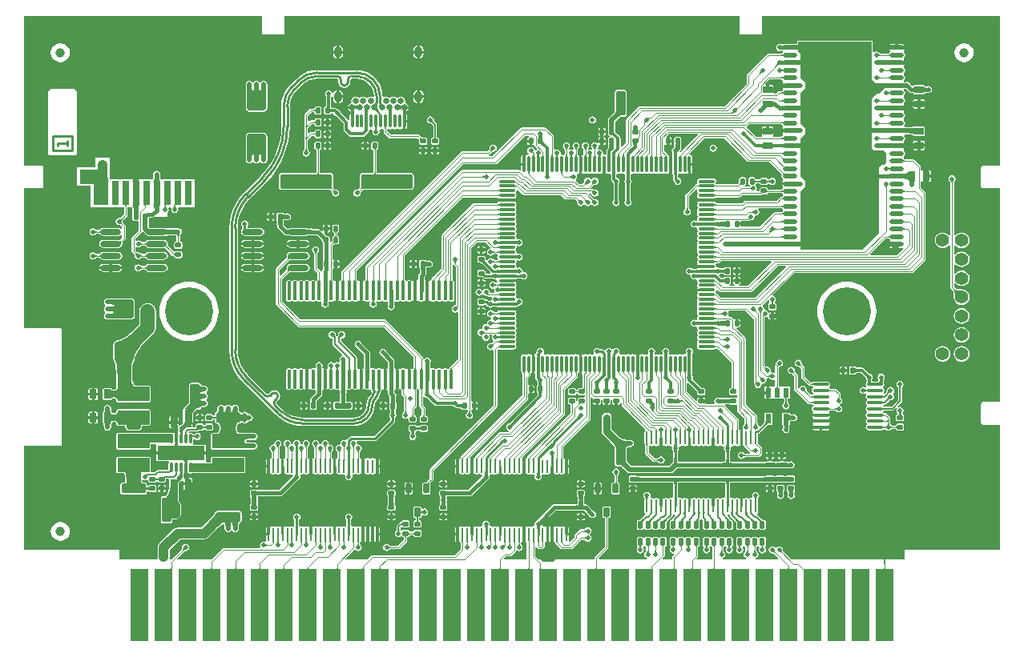
<source format=gbr>
%TF.GenerationSoftware,Altium Limited,Altium Designer,23.10.1 (27)*%
G04 Layer_Physical_Order=1*
G04 Layer_Color=255*
%FSLAX45Y45*%
%MOMM*%
%TF.SameCoordinates,E65562DB-48BA-4528-A783-DBC4A45482EB*%
%TF.FilePolarity,Positive*%
%TF.FileFunction,Copper,L1,Top,Signal*%
%TF.Part,Single*%
G01*
G75*
%TA.AperFunction,Conductor*%
%ADD10C,0.25000*%
%ADD11C,0.20000*%
%ADD12C,0.30000*%
%TA.AperFunction,SMDPad,CuDef*%
G04:AMPARAMS|DCode=13|XSize=5.5mm|YSize=1.5mm|CornerRadius=0.1875mm|HoleSize=0mm|Usage=FLASHONLY|Rotation=0.000|XOffset=0mm|YOffset=0mm|HoleType=Round|Shape=RoundedRectangle|*
%AMROUNDEDRECTD13*
21,1,5.50000,1.12500,0,0,0.0*
21,1,5.12500,1.50000,0,0,0.0*
1,1,0.37500,2.56250,-0.56250*
1,1,0.37500,-2.56250,-0.56250*
1,1,0.37500,-2.56250,0.56250*
1,1,0.37500,2.56250,0.56250*
%
%ADD13ROUNDEDRECTD13*%
%ADD14O,0.25000X1.50000*%
%ADD15O,2.20000X0.60000*%
%ADD16O,1.80000X0.30000*%
%ADD17O,0.30000X1.80000*%
%ADD18R,5.00000X1.50000*%
G04:AMPARAMS|DCode=19|XSize=0.28mm|YSize=1mm|CornerRadius=0.07mm|HoleSize=0mm|Usage=FLASHONLY|Rotation=0.000|XOffset=0mm|YOffset=0mm|HoleType=Round|Shape=RoundedRectangle|*
%AMROUNDEDRECTD19*
21,1,0.28000,0.86000,0,0,0.0*
21,1,0.14000,1.00000,0,0,0.0*
1,1,0.14000,0.07000,-0.43000*
1,1,0.14000,-0.07000,-0.43000*
1,1,0.14000,-0.07000,0.43000*
1,1,0.14000,0.07000,0.43000*
%
%ADD19ROUNDEDRECTD19*%
G04:AMPARAMS|DCode=20|XSize=1mm|YSize=0.6mm|CornerRadius=0.075mm|HoleSize=0mm|Usage=FLASHONLY|Rotation=270.000|XOffset=0mm|YOffset=0mm|HoleType=Round|Shape=RoundedRectangle|*
%AMROUNDEDRECTD20*
21,1,1.00000,0.45000,0,0,270.0*
21,1,0.85000,0.60000,0,0,270.0*
1,1,0.15000,-0.22500,-0.42500*
1,1,0.15000,-0.22500,0.42500*
1,1,0.15000,0.22500,0.42500*
1,1,0.15000,0.22500,-0.42500*
%
%ADD20ROUNDEDRECTD20*%
%ADD21R,1.90500X7.62000*%
%ADD22O,1.70000X0.35000*%
G04:AMPARAMS|DCode=23|XSize=0.5mm|YSize=0.6mm|CornerRadius=0.0625mm|HoleSize=0mm|Usage=FLASHONLY|Rotation=0.000|XOffset=0mm|YOffset=0mm|HoleType=Round|Shape=RoundedRectangle|*
%AMROUNDEDRECTD23*
21,1,0.50000,0.47500,0,0,0.0*
21,1,0.37500,0.60000,0,0,0.0*
1,1,0.12500,0.18750,-0.23750*
1,1,0.12500,-0.18750,-0.23750*
1,1,0.12500,-0.18750,0.23750*
1,1,0.12500,0.18750,0.23750*
%
%ADD23ROUNDEDRECTD23*%
G04:AMPARAMS|DCode=24|XSize=0.5mm|YSize=0.6mm|CornerRadius=0.0625mm|HoleSize=0mm|Usage=FLASHONLY|Rotation=270.000|XOffset=0mm|YOffset=0mm|HoleType=Round|Shape=RoundedRectangle|*
%AMROUNDEDRECTD24*
21,1,0.50000,0.47500,0,0,270.0*
21,1,0.37500,0.60000,0,0,270.0*
1,1,0.12500,-0.23750,-0.18750*
1,1,0.12500,-0.23750,0.18750*
1,1,0.12500,0.23750,0.18750*
1,1,0.12500,0.23750,-0.18750*
%
%ADD24ROUNDEDRECTD24*%
%ADD25O,0.40000X2.05000*%
G04:AMPARAMS|DCode=26|XSize=1mm|YSize=2.6mm|CornerRadius=0.125mm|HoleSize=0mm|Usage=FLASHONLY|Rotation=270.000|XOffset=0mm|YOffset=0mm|HoleType=Round|Shape=RoundedRectangle|*
%AMROUNDEDRECTD26*
21,1,1.00000,2.35000,0,0,270.0*
21,1,0.75000,2.60000,0,0,270.0*
1,1,0.25000,-1.17500,-0.37500*
1,1,0.25000,-1.17500,0.37500*
1,1,0.25000,1.17500,0.37500*
1,1,0.25000,1.17500,-0.37500*
%
%ADD26ROUNDEDRECTD26*%
G04:AMPARAMS|DCode=27|XSize=1mm|YSize=2.6mm|CornerRadius=0.125mm|HoleSize=0mm|Usage=FLASHONLY|Rotation=0.000|XOffset=0mm|YOffset=0mm|HoleType=Round|Shape=RoundedRectangle|*
%AMROUNDEDRECTD27*
21,1,1.00000,2.35000,0,0,0.0*
21,1,0.75000,2.60000,0,0,0.0*
1,1,0.25000,0.37500,-1.17500*
1,1,0.25000,-0.37500,-1.17500*
1,1,0.25000,-0.37500,1.17500*
1,1,0.25000,0.37500,1.17500*
%
%ADD27ROUNDEDRECTD27*%
G04:AMPARAMS|DCode=28|XSize=0.75mm|YSize=1mm|CornerRadius=0.09375mm|HoleSize=0mm|Usage=FLASHONLY|Rotation=0.000|XOffset=0mm|YOffset=0mm|HoleType=Round|Shape=RoundedRectangle|*
%AMROUNDEDRECTD28*
21,1,0.75000,0.81250,0,0,0.0*
21,1,0.56250,1.00000,0,0,0.0*
1,1,0.18750,0.28125,-0.40625*
1,1,0.18750,-0.28125,-0.40625*
1,1,0.18750,-0.28125,0.40625*
1,1,0.18750,0.28125,0.40625*
%
%ADD28ROUNDEDRECTD28*%
G04:AMPARAMS|DCode=29|XSize=0.75mm|YSize=1mm|CornerRadius=0.09375mm|HoleSize=0mm|Usage=FLASHONLY|Rotation=270.000|XOffset=0mm|YOffset=0mm|HoleType=Round|Shape=RoundedRectangle|*
%AMROUNDEDRECTD29*
21,1,0.75000,0.81250,0,0,270.0*
21,1,0.56250,1.00000,0,0,270.0*
1,1,0.18750,-0.40625,-0.28125*
1,1,0.18750,-0.40625,0.28125*
1,1,0.18750,0.40625,0.28125*
1,1,0.18750,0.40625,-0.28125*
%
%ADD29ROUNDEDRECTD29*%
G04:AMPARAMS|DCode=30|XSize=0.8mm|YSize=0.5mm|CornerRadius=0.0625mm|HoleSize=0mm|Usage=FLASHONLY|Rotation=270.000|XOffset=0mm|YOffset=0mm|HoleType=Round|Shape=RoundedRectangle|*
%AMROUNDEDRECTD30*
21,1,0.80000,0.37500,0,0,270.0*
21,1,0.67500,0.50000,0,0,270.0*
1,1,0.12500,-0.18750,-0.33750*
1,1,0.12500,-0.18750,0.33750*
1,1,0.12500,0.18750,0.33750*
1,1,0.12500,0.18750,-0.33750*
%
%ADD30ROUNDEDRECTD30*%
%TA.AperFunction,ConnectorPad*%
%ADD31O,0.30000X1.50000*%
%TA.AperFunction,SMDPad,CuDef*%
G04:AMPARAMS|DCode=32|XSize=3.4mm|YSize=1.5mm|CornerRadius=0.075mm|HoleSize=0mm|Usage=FLASHONLY|Rotation=0.000|XOffset=0mm|YOffset=0mm|HoleType=Round|Shape=RoundedRectangle|*
%AMROUNDEDRECTD32*
21,1,3.40000,1.35000,0,0,0.0*
21,1,3.25000,1.50000,0,0,0.0*
1,1,0.15000,1.62500,-0.67500*
1,1,0.15000,-1.62500,-0.67500*
1,1,0.15000,-1.62500,0.67500*
1,1,0.15000,1.62500,0.67500*
%
%ADD32ROUNDEDRECTD32*%
G04:AMPARAMS|DCode=33|XSize=2mm|YSize=2mm|CornerRadius=0.25mm|HoleSize=0mm|Usage=FLASHONLY|Rotation=270.000|XOffset=0mm|YOffset=0mm|HoleType=Round|Shape=RoundedRectangle|*
%AMROUNDEDRECTD33*
21,1,2.00000,1.50000,0,0,270.0*
21,1,1.50000,2.00000,0,0,270.0*
1,1,0.50000,-0.75000,-0.75000*
1,1,0.50000,-0.75000,0.75000*
1,1,0.50000,0.75000,0.75000*
1,1,0.50000,0.75000,-0.75000*
%
%ADD33ROUNDEDRECTD33*%
%ADD34R,1.50000X2.50000*%
%ADD35R,2.50000X1.50000*%
%ADD36R,2.50000X1.50000*%
%ADD37R,0.80000X2.50000*%
%ADD38R,1.50000X2.50000*%
%ADD39R,0.60000X1.00000*%
%ADD40O,1.50000X0.55000*%
%ADD41C,1.00000*%
%TA.AperFunction,Conductor*%
%ADD42C,0.12500*%
%ADD43C,0.40000*%
%ADD44C,1.00000*%
%ADD45C,0.50000*%
%ADD46C,0.55000*%
%ADD47C,0.45000*%
%ADD48C,0.15000*%
%ADD49C,0.80000*%
%ADD50C,0.12530*%
%ADD51C,0.60000*%
%ADD52C,0.28000*%
%ADD53C,0.75000*%
%TA.AperFunction,NonConductor*%
%ADD54C,0.25000*%
%TA.AperFunction,Conductor*%
%ADD55C,1.50000*%
%ADD56C,1.40000*%
%TA.AperFunction,WasherPad*%
%ADD57C,5.08000*%
%TA.AperFunction,ComponentPad*%
%ADD58C,0.65000*%
%ADD59O,0.80000X1.20000*%
%ADD60C,1.40000*%
%TA.AperFunction,ViaPad*%
%ADD61C,0.50000*%
G36*
X4156338Y1041463D02*
X3976801D01*
X3968970Y1039905D01*
X3962331Y1035470D01*
X3957896Y1028831D01*
X3956338Y1021000D01*
Y821000D01*
X3957896Y813169D01*
X3962331Y806530D01*
X3968970Y802094D01*
X3976801Y800537D01*
X4156338D01*
Y-1458537D01*
X3976801D01*
X3968970Y-1460095D01*
X3962331Y-1464530D01*
X3957896Y-1471169D01*
X3956338Y-1479000D01*
Y-1679000D01*
X3957896Y-1686831D01*
X3962331Y-1693470D01*
X3968970Y-1697905D01*
X3976801Y-1699463D01*
X4156338D01*
Y-3019537D01*
X3166801D01*
X3158970Y-3021095D01*
X3152332Y-3025530D01*
X3147896Y-3032169D01*
X3146338Y-3040000D01*
Y-3125000D01*
X2949963D01*
X2948855Y-3127565D01*
X2947368Y-3132210D01*
X2946110Y-3137528D01*
X2945080Y-3143518D01*
X2943708Y-3157517D01*
X2943364Y-3165525D01*
X2943250Y-3174206D01*
X2930750D01*
X2930635Y-3165525D01*
X2928920Y-3143518D01*
X2927890Y-3137528D01*
X2926632Y-3132210D01*
X2925145Y-3127565D01*
X2924037Y-3125000D01*
X1951964D01*
X1867666Y-3040702D01*
X1867174Y-3039305D01*
X1866266Y-3038293D01*
X1865849Y-3037716D01*
X1865423Y-3036977D01*
X1864996Y-3036044D01*
X1864584Y-3034884D01*
X1864209Y-3033484D01*
X1863931Y-3032033D01*
X1863509Y-3027584D01*
X1863473Y-3025060D01*
X1862958Y-3023863D01*
X1860277Y-3010388D01*
X1852000Y-2998000D01*
X1839612Y-2989723D01*
X1825000Y-2986816D01*
X1810388Y-2989723D01*
X1798000Y-2998000D01*
X1795618Y-3001564D01*
X1779382D01*
X1777000Y-2998000D01*
X1764612Y-2989723D01*
X1750000Y-2986816D01*
X1735388Y-2989723D01*
X1723000Y-2998000D01*
X1714723Y-3010388D01*
X1711816Y-3025000D01*
X1714723Y-3039612D01*
X1723000Y-3052000D01*
X1735388Y-3060277D01*
X1748863Y-3062958D01*
X1750060Y-3063473D01*
X1752773Y-3063512D01*
X1754932Y-3063655D01*
X1756830Y-3063892D01*
X1758486Y-3064210D01*
X1759884Y-3064584D01*
X1761043Y-3064996D01*
X1761977Y-3065423D01*
X1762713Y-3065848D01*
X1763294Y-3066267D01*
X1764306Y-3067174D01*
X1765702Y-3067666D01*
X1810564Y-3112527D01*
X1805397Y-3125000D01*
X1574793D01*
X1573464Y-3111500D01*
X1579612Y-3110277D01*
X1592000Y-3102000D01*
X1600277Y-3089612D01*
X1603184Y-3075000D01*
X1600277Y-3060387D01*
X1592644Y-3048964D01*
X1592162Y-3047752D01*
X1590273Y-3045809D01*
X1588848Y-3044182D01*
X1587670Y-3042667D01*
X1586726Y-3041275D01*
X1586000Y-3040018D01*
X1585472Y-3038910D01*
X1585114Y-3037948D01*
X1584894Y-3037126D01*
X1584780Y-3036419D01*
X1584706Y-3035065D01*
X1584066Y-3033729D01*
Y-2994505D01*
X1584722Y-2993031D01*
X1584732Y-2992621D01*
X1591046Y-2991365D01*
X1595970Y-2988075D01*
X1610244Y-2990148D01*
X1615910Y-2999424D01*
X1614430Y-3003343D01*
X1609723Y-3010387D01*
X1606816Y-3025000D01*
X1609723Y-3039612D01*
X1618000Y-3052000D01*
X1630388Y-3060277D01*
X1645000Y-3063184D01*
X1659612Y-3060277D01*
X1672000Y-3052000D01*
X1680277Y-3039612D01*
X1683184Y-3025000D01*
X1680277Y-3010387D01*
X1675570Y-3003343D01*
X1672889Y-2996243D01*
X1677232Y-2987232D01*
X1681365Y-2981046D01*
X1682816Y-2973750D01*
Y-2906250D01*
X1681365Y-2898954D01*
X1677232Y-2892768D01*
X1671046Y-2888635D01*
X1663750Y-2887184D01*
X1626250D01*
X1618954Y-2888635D01*
X1612839Y-2892721D01*
X1612751Y-2892768D01*
X1605000D01*
X1597249D01*
X1597161Y-2892721D01*
X1591046Y-2888635D01*
X1583750Y-2887184D01*
X1546250D01*
X1538953Y-2888635D01*
X1532839Y-2892720D01*
X1532751Y-2892768D01*
X1525000D01*
X1517249D01*
X1517161Y-2892720D01*
X1511047Y-2888635D01*
X1503750Y-2887184D01*
X1466250D01*
X1458954Y-2888635D01*
X1452839Y-2892721D01*
X1452751Y-2892768D01*
X1445000D01*
X1437249D01*
X1437161Y-2892721D01*
X1431046Y-2888635D01*
X1423750Y-2887184D01*
X1386250D01*
X1378954Y-2888635D01*
X1372768Y-2892768D01*
X1368635Y-2898954D01*
X1367184Y-2906250D01*
Y-2973750D01*
X1368635Y-2981046D01*
X1372768Y-2987232D01*
X1377111Y-2996243D01*
X1374430Y-3003343D01*
X1369723Y-3010387D01*
X1366816Y-3025000D01*
X1369723Y-3039612D01*
X1378000Y-3052000D01*
X1390388Y-3060277D01*
X1405000Y-3063184D01*
X1419612Y-3060277D01*
X1432000Y-3052000D01*
X1440277Y-3039612D01*
X1443184Y-3025000D01*
X1440277Y-3010387D01*
X1435570Y-3003343D01*
X1434090Y-2999424D01*
X1439756Y-2990148D01*
X1454030Y-2988075D01*
X1458954Y-2991365D01*
X1465268Y-2992621D01*
X1465278Y-2993031D01*
X1465934Y-2994505D01*
Y-3033729D01*
X1465294Y-3035065D01*
X1465220Y-3036419D01*
X1465106Y-3037126D01*
X1464886Y-3037947D01*
X1464528Y-3038909D01*
X1464000Y-3040019D01*
X1463274Y-3041276D01*
X1462444Y-3042499D01*
X1459597Y-3045943D01*
X1457838Y-3047752D01*
X1457357Y-3048963D01*
X1449723Y-3060387D01*
X1446816Y-3075000D01*
X1449723Y-3089612D01*
X1458000Y-3102000D01*
X1470388Y-3110277D01*
X1476536Y-3111500D01*
X1475207Y-3125000D01*
X1224793D01*
X1223464Y-3111500D01*
X1229612Y-3110277D01*
X1242000Y-3102000D01*
X1250277Y-3089612D01*
X1253184Y-3075000D01*
X1250277Y-3060387D01*
X1242643Y-3048963D01*
X1242161Y-3047751D01*
X1240270Y-3045807D01*
X1238848Y-3044182D01*
X1237670Y-3042667D01*
X1236725Y-3041275D01*
X1236000Y-3040018D01*
X1235472Y-3038910D01*
X1235114Y-3037948D01*
X1234894Y-3037126D01*
X1234780Y-3036419D01*
X1234706Y-3035063D01*
X1234066Y-3033728D01*
Y-2994505D01*
X1234721Y-2993032D01*
X1234732Y-2992621D01*
X1241046Y-2991365D01*
X1245970Y-2988075D01*
X1260245Y-2990148D01*
X1265910Y-2999424D01*
X1264430Y-3003343D01*
X1259723Y-3010387D01*
X1256816Y-3025000D01*
X1259723Y-3039612D01*
X1268000Y-3052000D01*
X1280388Y-3060277D01*
X1295000Y-3063184D01*
X1309612Y-3060277D01*
X1322000Y-3052000D01*
X1330277Y-3039612D01*
X1333184Y-3025000D01*
X1330277Y-3010387D01*
X1325570Y-3003343D01*
X1322889Y-2996244D01*
X1327232Y-2987232D01*
X1331365Y-2981046D01*
X1332816Y-2973750D01*
Y-2906250D01*
X1331365Y-2898954D01*
X1327232Y-2892768D01*
X1321046Y-2888635D01*
X1313750Y-2887184D01*
X1276250D01*
X1268954Y-2888635D01*
X1262839Y-2892721D01*
X1262751Y-2892768D01*
X1255000D01*
X1247248D01*
X1247161Y-2892721D01*
X1241046Y-2888635D01*
X1233750Y-2887184D01*
X1196250D01*
X1188953Y-2888635D01*
X1182839Y-2892720D01*
X1182751Y-2892768D01*
X1175000D01*
X1167249D01*
X1167161Y-2892720D01*
X1161046Y-2888635D01*
X1153750Y-2887184D01*
X1116250D01*
X1108954Y-2888635D01*
X1102839Y-2892721D01*
X1102751Y-2892768D01*
X1095000D01*
X1087249D01*
X1087161Y-2892721D01*
X1081046Y-2888635D01*
X1073750Y-2887184D01*
X1036250D01*
X1028953Y-2888635D01*
X1022768Y-2892768D01*
X1018635Y-2898954D01*
X1017184Y-2906250D01*
Y-2973750D01*
X1018635Y-2981046D01*
X1022768Y-2987232D01*
X1027111Y-2996243D01*
X1024430Y-3003343D01*
X1019723Y-3010387D01*
X1016816Y-3025000D01*
X1019723Y-3039612D01*
X1028000Y-3052000D01*
X1040388Y-3060277D01*
X1055000Y-3063184D01*
X1069612Y-3060277D01*
X1082000Y-3052000D01*
X1090277Y-3039612D01*
X1093184Y-3025000D01*
X1090277Y-3010387D01*
X1085570Y-3003343D01*
X1084090Y-2999424D01*
X1089755Y-2990148D01*
X1104029Y-2988075D01*
X1108954Y-2991365D01*
X1115268Y-2992621D01*
X1115279Y-2993032D01*
X1115934Y-2994505D01*
Y-3125000D01*
X956403D01*
X951237Y-3112527D01*
X958482Y-3105283D01*
X962615Y-3099097D01*
X964066Y-3091801D01*
Y-2994505D01*
X964721Y-2993032D01*
X964732Y-2992621D01*
X971046Y-2991365D01*
X977232Y-2987232D01*
X981365Y-2981046D01*
X982816Y-2973750D01*
Y-2906250D01*
X981365Y-2898954D01*
X977232Y-2892768D01*
X971046Y-2888635D01*
X963750Y-2887184D01*
X926250D01*
X918953Y-2888635D01*
X912839Y-2892721D01*
X912751Y-2892768D01*
X905000D01*
X897248D01*
X897161Y-2892721D01*
X891046Y-2888635D01*
X883750Y-2887184D01*
X846250D01*
X838953Y-2888635D01*
X832839Y-2892720D01*
X832751Y-2892768D01*
X825000D01*
X817249D01*
X817161Y-2892720D01*
X811046Y-2888635D01*
X803750Y-2887184D01*
X766250D01*
X758954Y-2888635D01*
X752839Y-2892721D01*
X752751Y-2892768D01*
X745000D01*
X737248D01*
X737161Y-2892721D01*
X731046Y-2888635D01*
X723750Y-2887184D01*
X686250D01*
X678953Y-2888635D01*
X672768Y-2892768D01*
X668635Y-2898954D01*
X667184Y-2906250D01*
Y-2973750D01*
X668635Y-2981046D01*
X672768Y-2987232D01*
X677111Y-2996243D01*
X674430Y-3003343D01*
X669723Y-3010387D01*
X666816Y-3025000D01*
X669723Y-3039612D01*
X678000Y-3052000D01*
X690387Y-3060277D01*
X702966Y-3062779D01*
X706684Y-3069277D01*
X708607Y-3076231D01*
X698319Y-3086518D01*
X694186Y-3092704D01*
X692735Y-3100000D01*
Y-3125000D01*
X594603D01*
X589436Y-3112527D01*
X608482Y-3093482D01*
X612615Y-3087296D01*
X614066Y-3080000D01*
Y-2994505D01*
X614721Y-2993032D01*
X614732Y-2992621D01*
X621047Y-2991365D01*
X627232Y-2987232D01*
X631365Y-2981046D01*
X632816Y-2973750D01*
Y-2906250D01*
X631365Y-2898954D01*
X627232Y-2892768D01*
X621047Y-2888635D01*
X613750Y-2887184D01*
X576250D01*
X568954Y-2888635D01*
X562839Y-2892721D01*
X562751Y-2892768D01*
X555000D01*
X547249D01*
X547161Y-2892721D01*
X541046Y-2888635D01*
X533750Y-2887184D01*
X496250D01*
X488954Y-2888635D01*
X482839Y-2892720D01*
X482751Y-2892768D01*
X475000D01*
X467249D01*
X467161Y-2892720D01*
X461047Y-2888635D01*
X453750Y-2887184D01*
X416250D01*
X408954Y-2888635D01*
X402839Y-2892721D01*
X402752Y-2892768D01*
X395000D01*
X387249D01*
X387161Y-2892721D01*
X381046Y-2888635D01*
X373750Y-2887184D01*
X336250D01*
X328954Y-2888635D01*
X322768Y-2892768D01*
X318635Y-2898954D01*
X317184Y-2906250D01*
Y-2973750D01*
X318635Y-2981046D01*
X322768Y-2987232D01*
X327111Y-2996243D01*
X324430Y-3003343D01*
X319723Y-3010387D01*
X316816Y-3025000D01*
X319723Y-3039612D01*
X328000Y-3052000D01*
X340388Y-3060277D01*
X355000Y-3063184D01*
X369612Y-3060277D01*
X382000Y-3052000D01*
X390277Y-3039612D01*
X393184Y-3025000D01*
X390277Y-3010387D01*
X385570Y-3003343D01*
X384090Y-2999424D01*
X389756Y-2990148D01*
X404030Y-2988075D01*
X408954Y-2991365D01*
X415268Y-2992621D01*
X415278Y-2993031D01*
X415934Y-2994505D01*
Y-3033729D01*
X415294Y-3035065D01*
X415220Y-3036419D01*
X415106Y-3037126D01*
X414886Y-3037947D01*
X414528Y-3038909D01*
X414000Y-3040019D01*
X413274Y-3041276D01*
X412444Y-3042499D01*
X409597Y-3045943D01*
X407838Y-3047752D01*
X407357Y-3048963D01*
X399723Y-3060387D01*
X396816Y-3075000D01*
X399723Y-3089612D01*
X408000Y-3102000D01*
X420388Y-3110277D01*
X426536Y-3111500D01*
X425207Y-3125000D01*
X-78944D01*
X-84536Y-3111500D01*
X13482Y-3013482D01*
X17615Y-3007296D01*
X19066Y-3000000D01*
Y-2689157D01*
X19651Y-2687841D01*
X22500D01*
X30284Y-2686293D01*
X36883Y-2681883D01*
X41293Y-2675284D01*
X42841Y-2667500D01*
Y-2582500D01*
X41293Y-2574716D01*
X36883Y-2568117D01*
X30284Y-2563708D01*
X22500Y-2562159D01*
X-22500D01*
X-30284Y-2563708D01*
X-36883Y-2568117D01*
X-41293Y-2574716D01*
X-42841Y-2582500D01*
Y-2667500D01*
X-41293Y-2675284D01*
X-36883Y-2681883D01*
X-30284Y-2686293D01*
X-22500Y-2687841D01*
X-19651D01*
X-19066Y-2689157D01*
Y-2992102D01*
X-124482Y-3097518D01*
X-128615Y-3103704D01*
X-130066Y-3111000D01*
Y-3125000D01*
X-723036D01*
X-755934Y-3092103D01*
Y-2997736D01*
X-742615Y-2995496D01*
X-738482Y-3001681D01*
X-726681Y-3013482D01*
X-720495Y-3017615D01*
X-713199Y-3019066D01*
X-688199D01*
X-680903Y-3017615D01*
X-674717Y-3013482D01*
X-661518Y-3000283D01*
X-657385Y-2994098D01*
X-655934Y-2986801D01*
Y-2947310D01*
X-655278Y-2945835D01*
X-648641Y-2942346D01*
X-645635Y-2941529D01*
X-644492Y-2941370D01*
X-643515Y-2941342D01*
X-642741Y-2941398D01*
X-642140Y-2941498D01*
X-641712Y-2941606D01*
X-641380Y-2941720D01*
X-641090Y-2941845D01*
X-640885Y-2941953D01*
X-640001Y-2942544D01*
Y-2860001D01*
Y-2777456D01*
X-643024Y-2779476D01*
X-654710Y-2779506D01*
X-658583Y-2778463D01*
X-665265Y-2773998D01*
X-675000Y-2772062D01*
X-678994Y-2772856D01*
X-681309Y-2771078D01*
X-684570Y-2756361D01*
X-536295Y-2608086D01*
X-345656D01*
X-344725Y-2608476D01*
X-337256Y-2608508D01*
X-319569Y-2608989D01*
X-312073Y-2609587D01*
X-310037Y-2609880D01*
X-309348Y-2610035D01*
X-308872Y-2610222D01*
X-308546Y-2610215D01*
X-308344Y-2610261D01*
X-308023Y-2610205D01*
X-307789Y-2610201D01*
X-306046Y-2611365D01*
X-298750Y-2612816D01*
X-251250D01*
X-243953Y-2611365D01*
X-239046Y-2608086D01*
X-238705D01*
X-186047Y-2660743D01*
X-185277Y-2664612D01*
X-177000Y-2677000D01*
X-164612Y-2685277D01*
X-150000Y-2688184D01*
X-135388Y-2685277D01*
X-123000Y-2677000D01*
X-114723Y-2664612D01*
X-111816Y-2650000D01*
X-114723Y-2635388D01*
X-123000Y-2623000D01*
X-135388Y-2614723D01*
X-139257Y-2613953D01*
X-201605Y-2551605D01*
X-212339Y-2544433D01*
X-225000Y-2541914D01*
X-237790D01*
X-238138Y-2541770D01*
X-238332Y-2541532D01*
X-238498Y-2541205D01*
X-239054Y-2539589D01*
X-239705Y-2536853D01*
X-240273Y-2533404D01*
X-241446Y-2516610D01*
X-241525Y-2509663D01*
X-241914Y-2508752D01*
Y-2491249D01*
X-241525Y-2490338D01*
X-241445Y-2483273D01*
X-240816Y-2471368D01*
X-240317Y-2466868D01*
X-239705Y-2463146D01*
X-239054Y-2460413D01*
X-238498Y-2458794D01*
X-238332Y-2458469D01*
X-238138Y-2458230D01*
X-237171Y-2457829D01*
X-235684Y-2454239D01*
X-233502Y-2451023D01*
X-233565Y-2450693D01*
X-232184Y-2443750D01*
Y-2406250D01*
X-233635Y-2398954D01*
X-237768Y-2392768D01*
X-243954Y-2388635D01*
X-251250Y-2387184D01*
X-298750D01*
X-306047Y-2388635D01*
X-312232Y-2392768D01*
X-316365Y-2398954D01*
X-317816Y-2406250D01*
Y-2443750D01*
X-316435Y-2450694D01*
X-316498Y-2451024D01*
X-314317Y-2454239D01*
X-312829Y-2457829D01*
X-311862Y-2458230D01*
X-311668Y-2458469D01*
X-311501Y-2458796D01*
X-310946Y-2460411D01*
X-310295Y-2463148D01*
X-309727Y-2466598D01*
X-308553Y-2483391D01*
X-308475Y-2490337D01*
X-308085Y-2491248D01*
Y-2508752D01*
X-308475Y-2509662D01*
X-308555Y-2516727D01*
X-309183Y-2528632D01*
X-309682Y-2533134D01*
X-310295Y-2536854D01*
X-310945Y-2539588D01*
X-311001Y-2539751D01*
X-337526Y-2541493D01*
X-344725Y-2541524D01*
X-345656Y-2541914D01*
X-550000D01*
X-562661Y-2544433D01*
X-573395Y-2551605D01*
X-735744Y-2713953D01*
X-739612Y-2714723D01*
X-752000Y-2723000D01*
X-760277Y-2735388D01*
X-763184Y-2750000D01*
X-760801Y-2761980D01*
X-766838Y-2769653D01*
X-771006Y-2772856D01*
X-775000Y-2772062D01*
X-784735Y-2773998D01*
X-792988Y-2779512D01*
X-807013D01*
X-815265Y-2773998D01*
X-825000Y-2772062D01*
X-834735Y-2773998D01*
X-841417Y-2778463D01*
X-845290Y-2779506D01*
X-856976Y-2779476D01*
X-860000Y-2777456D01*
Y-2860001D01*
Y-2942545D01*
X-857566Y-2940918D01*
X-854169Y-2941607D01*
X-844066Y-2945503D01*
Y-3125000D01*
X-1080398D01*
X-1085564Y-3112527D01*
X-1067103Y-3094066D01*
X-1025000D01*
X-1017704Y-3092615D01*
X-1011518Y-3088482D01*
X-961518Y-3038482D01*
X-960206Y-3036518D01*
X-956580Y-3032312D01*
X-943674Y-3032564D01*
X-939613Y-3035277D01*
X-925000Y-3038184D01*
X-910388Y-3035277D01*
X-898000Y-3027000D01*
X-889723Y-3014612D01*
X-886816Y-3000000D01*
X-889723Y-2985388D01*
X-897356Y-2973964D01*
X-897838Y-2972752D01*
X-899727Y-2970809D01*
X-901152Y-2969182D01*
X-902330Y-2967667D01*
X-903275Y-2966275D01*
X-904000Y-2965019D01*
X-904528Y-2963910D01*
X-904886Y-2962948D01*
X-905106Y-2962126D01*
X-905220Y-2961420D01*
X-905294Y-2960065D01*
X-905934Y-2958729D01*
Y-2947310D01*
X-905278Y-2945835D01*
X-898642Y-2942346D01*
X-895635Y-2941529D01*
X-894493Y-2941370D01*
X-893515Y-2941342D01*
X-892741Y-2941398D01*
X-892140Y-2941497D01*
X-891712Y-2941606D01*
X-891380Y-2941719D01*
X-891090Y-2941845D01*
X-890885Y-2941953D01*
X-890000Y-2942545D01*
Y-2860001D01*
Y-2777456D01*
X-893024Y-2779476D01*
X-904711Y-2779506D01*
X-908583Y-2778463D01*
X-915265Y-2773998D01*
X-925000Y-2772062D01*
X-934735Y-2773998D01*
X-942988Y-2779512D01*
X-957013D01*
X-965265Y-2773998D01*
X-975000Y-2772062D01*
X-984735Y-2773998D01*
X-992988Y-2779512D01*
X-1007013D01*
X-1015265Y-2773998D01*
X-1025000Y-2772062D01*
X-1034735Y-2773998D01*
X-1042988Y-2779512D01*
X-1057013D01*
X-1065265Y-2773998D01*
X-1075000Y-2772062D01*
X-1084735Y-2773998D01*
X-1091417Y-2778463D01*
X-1095290Y-2779506D01*
X-1106976Y-2779476D01*
X-1110000Y-2777456D01*
Y-2860001D01*
X-1140000D01*
Y-2777456D01*
X-1143024Y-2779476D01*
X-1154711Y-2779506D01*
X-1158583Y-2778463D01*
X-1165265Y-2773998D01*
X-1175000Y-2772062D01*
X-1184735Y-2773998D01*
X-1192988Y-2779512D01*
X-1207013D01*
X-1215265Y-2773998D01*
X-1225000Y-2772062D01*
X-1228994Y-2772856D01*
X-1233163Y-2769653D01*
X-1239199Y-2761980D01*
X-1236816Y-2750000D01*
X-1239723Y-2735388D01*
X-1248000Y-2723000D01*
X-1260388Y-2714723D01*
X-1275000Y-2711817D01*
X-1289613Y-2714723D01*
X-1302000Y-2723000D01*
X-1310278Y-2735388D01*
X-1313184Y-2750000D01*
X-1310801Y-2761980D01*
X-1316838Y-2769654D01*
X-1321006Y-2772856D01*
X-1325000Y-2772062D01*
X-1334735Y-2773998D01*
X-1342988Y-2779512D01*
X-1357013D01*
X-1365265Y-2773998D01*
X-1375000Y-2772062D01*
X-1384735Y-2773998D01*
X-1391417Y-2778463D01*
X-1395289Y-2779506D01*
X-1406977Y-2779476D01*
X-1410000Y-2777456D01*
Y-2860001D01*
X-1440000D01*
Y-2777455D01*
X-1443024Y-2779476D01*
X-1454710Y-2779506D01*
X-1458583Y-2778463D01*
X-1465265Y-2773998D01*
X-1475000Y-2772062D01*
X-1484735Y-2773998D01*
X-1492988Y-2779512D01*
X-1507013D01*
X-1515265Y-2773998D01*
X-1525000Y-2772062D01*
X-1534735Y-2773998D01*
X-1541417Y-2778463D01*
X-1545290Y-2779506D01*
X-1556977Y-2779476D01*
X-1560000Y-2777456D01*
Y-2860001D01*
Y-2942545D01*
X-1559115Y-2941953D01*
X-1558909Y-2941845D01*
X-1558624Y-2941721D01*
X-1558282Y-2941604D01*
X-1557869Y-2941499D01*
X-1557253Y-2941398D01*
X-1556491Y-2941343D01*
X-1555505Y-2941370D01*
X-1554367Y-2941529D01*
X-1551360Y-2942346D01*
X-1544722Y-2945836D01*
X-1544067Y-2947310D01*
Y-3017103D01*
X-1607897Y-3080934D01*
X-2475000D01*
X-2482296Y-3082385D01*
X-2488482Y-3086518D01*
X-2526964Y-3125000D01*
X-2755398D01*
X-2760564Y-3112527D01*
X-2670960Y-3022924D01*
X-2653580Y-3024636D01*
X-2652000Y-3027000D01*
X-2639612Y-3035277D01*
X-2625000Y-3038184D01*
X-2610388Y-3035277D01*
X-2598000Y-3027000D01*
X-2589723Y-3014612D01*
X-2586816Y-3000000D01*
X-2589723Y-2985388D01*
X-2597357Y-2973963D01*
X-2597839Y-2972752D01*
X-2599730Y-2970807D01*
X-2601153Y-2969182D01*
X-2602330Y-2967668D01*
X-2603274Y-2966276D01*
X-2604000Y-2965019D01*
X-2604528Y-2963910D01*
X-2604886Y-2962948D01*
X-2605106Y-2962126D01*
X-2605221Y-2961420D01*
X-2605294Y-2960065D01*
X-2605934Y-2958729D01*
Y-2947310D01*
X-2605279Y-2945835D01*
X-2598643Y-2942346D01*
X-2595636Y-2941529D01*
X-2594493Y-2941370D01*
X-2593515Y-2941342D01*
X-2592741Y-2941398D01*
X-2592140Y-2941497D01*
X-2591712Y-2941606D01*
X-2591381Y-2941719D01*
X-2591090Y-2941845D01*
X-2590885Y-2941953D01*
X-2590000Y-2942545D01*
Y-2860001D01*
Y-2777456D01*
X-2593024Y-2779476D01*
X-2604711Y-2779506D01*
X-2608583Y-2778463D01*
X-2615265Y-2773998D01*
X-2625000Y-2772062D01*
X-2634735Y-2773998D01*
X-2642988Y-2779512D01*
X-2657013D01*
X-2665265Y-2773998D01*
X-2675000Y-2772062D01*
X-2684735Y-2773998D01*
X-2686061Y-2774884D01*
X-2699562Y-2767668D01*
Y-2713315D01*
X-2699034Y-2712168D01*
X-2698852Y-2707429D01*
X-2698690Y-2705926D01*
X-2698468Y-2704561D01*
X-2698223Y-2703488D01*
X-2697988Y-2702722D01*
X-2697805Y-2702270D01*
X-2697755Y-2702175D01*
X-2697422Y-2701800D01*
X-2697332Y-2701539D01*
X-2697306Y-2701501D01*
X-2697287Y-2701411D01*
X-2696945Y-2700420D01*
X-2689723Y-2689612D01*
X-2686816Y-2675000D01*
X-2689723Y-2660388D01*
X-2698000Y-2648000D01*
X-2710388Y-2639723D01*
X-2725000Y-2636816D01*
X-2739613Y-2639723D01*
X-2752000Y-2648000D01*
X-2760277Y-2660388D01*
X-2763184Y-2675000D01*
X-2760277Y-2689612D01*
X-2753056Y-2700420D01*
X-2752713Y-2701411D01*
X-2752694Y-2701501D01*
X-2752669Y-2701538D01*
X-2752578Y-2701800D01*
X-2752245Y-2702175D01*
X-2752195Y-2702271D01*
X-2752013Y-2702722D01*
X-2751777Y-2703488D01*
X-2751532Y-2704560D01*
X-2751337Y-2705761D01*
X-2751016Y-2709643D01*
X-2750974Y-2711900D01*
X-2750439Y-2713127D01*
Y-2767668D01*
X-2763939Y-2774884D01*
X-2765265Y-2773998D01*
X-2775000Y-2772062D01*
X-2784735Y-2773998D01*
X-2792988Y-2779512D01*
X-2807013D01*
X-2815265Y-2773998D01*
X-2825000Y-2772062D01*
X-2834735Y-2773998D01*
X-2841417Y-2778463D01*
X-2845290Y-2779506D01*
X-2856977Y-2779476D01*
X-2860000Y-2777456D01*
Y-2860001D01*
X-2890000D01*
Y-2777456D01*
X-2893024Y-2779476D01*
X-2904711Y-2779506D01*
X-2908583Y-2778463D01*
X-2915265Y-2773998D01*
X-2925000Y-2772062D01*
X-2934735Y-2773998D01*
X-2942988Y-2779512D01*
X-2957013D01*
X-2965265Y-2773998D01*
X-2975000Y-2772062D01*
X-2984735Y-2773998D01*
X-2992988Y-2779512D01*
X-3007013D01*
X-3015265Y-2773998D01*
X-3025000Y-2772062D01*
X-3034735Y-2773998D01*
X-3042988Y-2779512D01*
X-3057013D01*
X-3065265Y-2773998D01*
X-3075000Y-2772062D01*
X-3084735Y-2773998D01*
X-3091417Y-2778463D01*
X-3095290Y-2779506D01*
X-3106977Y-2779476D01*
X-3110000Y-2777456D01*
Y-2860001D01*
X-3140000D01*
Y-2777456D01*
X-3143024Y-2779476D01*
X-3154711Y-2779506D01*
X-3158583Y-2778463D01*
X-3165265Y-2773998D01*
X-3175000Y-2772062D01*
X-3184735Y-2773998D01*
X-3192988Y-2779512D01*
X-3207013D01*
X-3215265Y-2773998D01*
X-3225000Y-2772062D01*
X-3234735Y-2773998D01*
X-3236062Y-2774884D01*
X-3249562Y-2767668D01*
Y-2713315D01*
X-3249034Y-2712169D01*
X-3248852Y-2707429D01*
X-3248690Y-2705926D01*
X-3248468Y-2704561D01*
X-3248223Y-2703488D01*
X-3247988Y-2702722D01*
X-3247806Y-2702270D01*
X-3247756Y-2702175D01*
X-3247424Y-2701801D01*
X-3247333Y-2701540D01*
X-3247306Y-2701501D01*
X-3247287Y-2701407D01*
X-3246945Y-2700421D01*
X-3239723Y-2689612D01*
X-3236816Y-2675000D01*
X-3239723Y-2660388D01*
X-3248000Y-2648000D01*
X-3260388Y-2639723D01*
X-3275000Y-2636816D01*
X-3289613Y-2639723D01*
X-3302000Y-2648000D01*
X-3310278Y-2660388D01*
X-3313184Y-2675000D01*
X-3310278Y-2689612D01*
X-3303055Y-2700421D01*
X-3302713Y-2701408D01*
X-3302694Y-2701501D01*
X-3302668Y-2701540D01*
X-3302577Y-2701802D01*
X-3302245Y-2702176D01*
X-3302195Y-2702271D01*
X-3302013Y-2702722D01*
X-3301777Y-2703488D01*
X-3301532Y-2704560D01*
X-3301337Y-2705761D01*
X-3301016Y-2709643D01*
X-3300974Y-2711901D01*
X-3300439Y-2713128D01*
Y-2767668D01*
X-3313939Y-2774884D01*
X-3315265Y-2773998D01*
X-3325000Y-2772062D01*
X-3334735Y-2773998D01*
X-3342988Y-2779512D01*
X-3357013D01*
X-3365265Y-2773998D01*
X-3375000Y-2772062D01*
X-3384735Y-2773998D01*
X-3391417Y-2778463D01*
X-3395289Y-2779506D01*
X-3406977Y-2779476D01*
X-3410000Y-2777456D01*
Y-2860001D01*
X-3440000D01*
Y-2777455D01*
X-3443024Y-2779476D01*
X-3454710Y-2779506D01*
X-3458583Y-2778463D01*
X-3465265Y-2773998D01*
X-3475000Y-2772062D01*
X-3484735Y-2773998D01*
X-3492988Y-2779512D01*
X-3507013D01*
X-3515265Y-2773998D01*
X-3525000Y-2772062D01*
X-3534735Y-2773998D01*
X-3541417Y-2778463D01*
X-3545290Y-2779506D01*
X-3556977Y-2779476D01*
X-3560000Y-2777456D01*
Y-2860001D01*
X-3575000D01*
Y-2875001D01*
X-3600490D01*
Y-2922500D01*
X-3598746Y-2931265D01*
X-3600941Y-2934072D01*
X-3609318Y-2940437D01*
X-3610388Y-2939723D01*
X-3625000Y-2936816D01*
X-3639612Y-2939723D01*
X-3652000Y-2948000D01*
X-3660277Y-2960388D01*
X-3663184Y-2975000D01*
X-3660277Y-2989613D01*
X-3658392Y-2992434D01*
X-3665608Y-3005934D01*
X-4050000D01*
X-4057296Y-3007385D01*
X-4063482Y-3011518D01*
X-4176964Y-3125000D01*
X-4530398D01*
X-4535564Y-3112527D01*
X-4465702Y-3042666D01*
X-4464305Y-3042174D01*
X-4463293Y-3041266D01*
X-4462716Y-3040849D01*
X-4461977Y-3040423D01*
X-4461044Y-3039996D01*
X-4459884Y-3039584D01*
X-4458484Y-3039209D01*
X-4457034Y-3038931D01*
X-4452584Y-3038509D01*
X-4450060Y-3038473D01*
X-4448863Y-3037958D01*
X-4435388Y-3035277D01*
X-4423000Y-3027000D01*
X-4414723Y-3014612D01*
X-4411816Y-3000000D01*
X-4414723Y-2985388D01*
X-4423000Y-2973000D01*
X-4435388Y-2964723D01*
X-4450000Y-2961816D01*
X-4464613Y-2964723D01*
X-4477000Y-2973000D01*
X-4485278Y-2985388D01*
X-4487958Y-2998863D01*
X-4488474Y-3000060D01*
X-4488512Y-3002774D01*
X-4488655Y-3004933D01*
X-4488893Y-3006834D01*
X-4489209Y-3008484D01*
X-4489584Y-3009885D01*
X-4489996Y-3011044D01*
X-4490422Y-3011975D01*
X-4490850Y-3012716D01*
X-4491266Y-3013293D01*
X-4492174Y-3014305D01*
X-4492666Y-3015702D01*
X-4598540Y-3121576D01*
X-4612987Y-3121039D01*
X-4621421Y-3110529D01*
X-4619327Y-3100000D01*
Y-3026375D01*
X-4506626Y-2913674D01*
X-4255000D01*
X-4230634Y-2908827D01*
X-4209976Y-2895024D01*
X-4112867Y-2797914D01*
X-4101586Y-2787047D01*
X-4083990Y-2771507D01*
X-4067669Y-2758574D01*
X-4055180Y-2749973D01*
X-4053902Y-2749692D01*
X-4050915Y-2749804D01*
X-4050199Y-2750017D01*
X-4040516Y-2756863D01*
X-4038602Y-2785665D01*
X-4038475Y-2800118D01*
X-4037882Y-2801515D01*
X-4035277Y-2814612D01*
X-4027000Y-2827000D01*
X-4014612Y-2835277D01*
X-4000000Y-2838184D01*
X-3985388Y-2835277D01*
X-3973000Y-2827000D01*
X-3970618Y-2823436D01*
X-3954381D01*
X-3952000Y-2827000D01*
X-3939612Y-2835277D01*
X-3925000Y-2838184D01*
X-3910388Y-2835277D01*
X-3898000Y-2827000D01*
X-3889723Y-2814612D01*
X-3887117Y-2801515D01*
X-3886525Y-2800118D01*
X-3886396Y-2785485D01*
X-3885381Y-2760142D01*
X-3884408Y-2750323D01*
X-3883161Y-2745405D01*
X-3881579Y-2741287D01*
X-3879999Y-2738518D01*
X-3878882Y-2737219D01*
X-3872765Y-2736002D01*
X-3865824Y-2731364D01*
X-3865384Y-2731168D01*
X-3865334Y-2731036D01*
X-3864512Y-2730488D01*
X-3858998Y-2722235D01*
X-3857062Y-2712500D01*
Y-2678694D01*
X-3856327Y-2675000D01*
X-3857062Y-2671306D01*
Y-2637500D01*
X-3858998Y-2627765D01*
X-3864512Y-2619512D01*
X-3872765Y-2613998D01*
X-3882500Y-2612061D01*
X-3916306D01*
X-3920000Y-2611327D01*
X-3925000D01*
X-3928694Y-2612061D01*
X-3996306D01*
X-4000000Y-2611327D01*
X-4079999D01*
X-4080000Y-2611326D01*
X-4083695Y-2612061D01*
X-4117501D01*
X-4127236Y-2613998D01*
X-4135488Y-2619512D01*
X-4138672Y-2624277D01*
X-4140266Y-2625365D01*
X-4140607Y-2627173D01*
X-4141003Y-2627765D01*
X-4141012Y-2627812D01*
X-4141913Y-2628926D01*
X-4143287Y-2633580D01*
X-4145507Y-2638508D01*
X-4149054Y-2644725D01*
X-4153653Y-2651631D01*
X-4197366Y-2702318D01*
X-4281375Y-2786327D01*
X-4533000D01*
X-4557367Y-2791173D01*
X-4578024Y-2804976D01*
X-4578025Y-2804977D01*
X-4728024Y-2954976D01*
X-4741827Y-2975633D01*
X-4746674Y-3000000D01*
Y-3100000D01*
X-4744386Y-3111500D01*
X-4755465Y-3125000D01*
X-5146336D01*
Y-3040000D01*
X-5147893Y-3032169D01*
X-5152329Y-3025530D01*
X-5158968Y-3021095D01*
X-5166799Y-3019537D01*
X-6152736D01*
Y-1920463D01*
X-5775000D01*
X-5767169Y-1918905D01*
X-5760531Y-1914470D01*
X-5756095Y-1907831D01*
X-5754537Y-1900000D01*
Y-700000D01*
X-5756095Y-692169D01*
X-5760531Y-685531D01*
X-5767169Y-681095D01*
X-5775000Y-679537D01*
X-6152736D01*
Y800537D01*
X-5973199D01*
X-5965368Y802094D01*
X-5958729Y806530D01*
X-5954293Y813169D01*
X-5952736Y821000D01*
Y1021000D01*
X-5954293Y1028831D01*
X-5958729Y1035470D01*
X-5965368Y1039905D01*
X-5973199Y1041463D01*
X-6152736D01*
Y2625537D01*
X-3643662D01*
Y2446000D01*
X-3642104Y2438169D01*
X-3637669Y2431530D01*
X-3631030Y2427094D01*
X-3623199Y2425537D01*
X-3423199D01*
X-3415368Y2427094D01*
X-3408729Y2431530D01*
X-3404293Y2438169D01*
X-3402736Y2446000D01*
Y2625537D01*
X1402736D01*
Y2446000D01*
X1404293Y2438169D01*
X1408729Y2431530D01*
X1415368Y2427094D01*
X1423199Y2425537D01*
X1623199D01*
X1631030Y2427094D01*
X1637669Y2431530D01*
X1642104Y2438169D01*
X1643662Y2446000D01*
Y2625537D01*
X4156338D01*
Y1041463D01*
D02*
G37*
G36*
X-248277Y-2449338D02*
X-249688Y-2451076D01*
X-250933Y-2453514D01*
X-252012Y-2456652D01*
X-252925Y-2460490D01*
X-253672Y-2465029D01*
X-254253Y-2470268D01*
X-254917Y-2482846D01*
X-255000Y-2490185D01*
X-295000D01*
X-295083Y-2482846D01*
X-296328Y-2465029D01*
X-297075Y-2460491D01*
X-297988Y-2456652D01*
X-299067Y-2453514D01*
X-300312Y-2451076D01*
X-301723Y-2449338D01*
X-303300Y-2448300D01*
X-246700D01*
X-248277Y-2449338D01*
D02*
G37*
G36*
X-254917Y-2517154D02*
X-253672Y-2534971D01*
X-252925Y-2539510D01*
X-252012Y-2543348D01*
X-250933Y-2546486D01*
X-249688Y-2548924D01*
X-248277Y-2550662D01*
X-246700Y-2551700D01*
X-303300D01*
X-301723Y-2550662D01*
X-300312Y-2548924D01*
X-299067Y-2546486D01*
X-297988Y-2543348D01*
X-297075Y-2539510D01*
X-296328Y-2534971D01*
X-295747Y-2529732D01*
X-295083Y-2517154D01*
X-295000Y-2509815D01*
X-255000D01*
X-254917Y-2517154D01*
D02*
G37*
G36*
X-303300Y-2598300D02*
X-303960Y-2597673D01*
X-305392Y-2597112D01*
X-307597Y-2596617D01*
X-310575Y-2596188D01*
X-318848Y-2595528D01*
X-337053Y-2595033D01*
X-344667Y-2595000D01*
Y-2555000D01*
X-337053Y-2554967D01*
X-305392Y-2552888D01*
X-303960Y-2552327D01*
X-303300Y-2551700D01*
Y-2598300D01*
D02*
G37*
G36*
X11313Y-2674659D02*
X10250Y-2675044D01*
X9313Y-2675684D01*
X8500Y-2676580D01*
X7813Y-2677733D01*
X7250Y-2679141D01*
X6813Y-2680806D01*
X6500Y-2682726D01*
X6313Y-2684903D01*
X6250Y-2687336D01*
X-6250D01*
X-6313Y-2684903D01*
X-6500Y-2682726D01*
X-6813Y-2680806D01*
X-7250Y-2679141D01*
X-7813Y-2677733D01*
X-8500Y-2676580D01*
X-9313Y-2675684D01*
X-10250Y-2675044D01*
X-11313Y-2674659D01*
X-12500Y-2674531D01*
X12500D01*
X11313Y-2674659D01*
D02*
G37*
G36*
X-2708450Y-2693924D02*
X-2709300Y-2695174D01*
X-2710050Y-2696604D01*
X-2710700Y-2698214D01*
X-2711250Y-2700003D01*
X-2711700Y-2701973D01*
X-2712050Y-2704122D01*
X-2712300Y-2706452D01*
X-2712500Y-2711651D01*
X-2737500D01*
X-2737550Y-2708961D01*
X-2737950Y-2704122D01*
X-2738300Y-2701973D01*
X-2738750Y-2700003D01*
X-2739300Y-2698214D01*
X-2739950Y-2696604D01*
X-2740700Y-2695174D01*
X-2741550Y-2693924D01*
X-2742500Y-2692854D01*
X-2707500D01*
X-2708450Y-2693924D01*
D02*
G37*
G36*
X-3258450D02*
X-3259300Y-2695174D01*
X-3260050Y-2696604D01*
X-3260700Y-2698214D01*
X-3261250Y-2700003D01*
X-3261700Y-2701973D01*
X-3262050Y-2704122D01*
X-3262300Y-2706452D01*
X-3262500Y-2711651D01*
X-3287500D01*
X-3287550Y-2708961D01*
X-3287950Y-2704122D01*
X-3288300Y-2701973D01*
X-3288750Y-2700003D01*
X-3289300Y-2698214D01*
X-3289950Y-2696604D01*
X-3290700Y-2695174D01*
X-3291550Y-2693924D01*
X-3292500Y-2692854D01*
X-3257500D01*
X-3258450Y-2693924D01*
D02*
G37*
G36*
X-1258450Y-2768924D02*
X-1259300Y-2770174D01*
X-1260050Y-2771604D01*
X-1260700Y-2773214D01*
X-1261250Y-2775004D01*
X-1261700Y-2776973D01*
X-1262050Y-2779123D01*
X-1262300Y-2781452D01*
X-1262500Y-2786651D01*
X-1287500D01*
X-1287550Y-2783962D01*
X-1287950Y-2779123D01*
X-1288300Y-2776973D01*
X-1288750Y-2775004D01*
X-1289300Y-2773214D01*
X-1289950Y-2771604D01*
X-1290700Y-2770174D01*
X-1291550Y-2768924D01*
X-1292500Y-2767854D01*
X-1257500D01*
X-1258450Y-2768924D01*
D02*
G37*
G36*
X-4014700Y-2707500D02*
X-3969833D01*
Y-2706225D01*
X-3971777Y-2705355D01*
X-3976206Y-2703718D01*
X-3980744Y-2702380D01*
X-3985393Y-2701339D01*
X-3990152Y-2700595D01*
X-3995021Y-2700149D01*
X-4000000Y-2700000D01*
Y-2650000D01*
X-3995021Y-2649851D01*
X-3990152Y-2649405D01*
X-3985393Y-2648661D01*
X-3980744Y-2647620D01*
X-3976206Y-2646281D01*
X-3971777Y-2644645D01*
X-3969833Y-2643774D01*
Y-2635126D01*
X-3965846Y-2637952D01*
X-3962500Y-2640017D01*
X-3959154Y-2637952D01*
X-3955167Y-2635126D01*
Y-2643774D01*
X-3953222Y-2644645D01*
X-3948794Y-2646281D01*
X-3944256Y-2647620D01*
X-3939607Y-2648661D01*
X-3934848Y-2649405D01*
X-3929979Y-2649851D01*
X-3925000Y-2650000D01*
Y-2700000D01*
X-3929979Y-2700149D01*
X-3934848Y-2700595D01*
X-3939607Y-2701339D01*
X-3944256Y-2702380D01*
X-3948794Y-2703718D01*
X-3953222Y-2705355D01*
X-3955167Y-2706225D01*
Y-2707500D01*
X-3887003D01*
X-3889473Y-2711160D01*
X-3891682Y-2716062D01*
X-3893632Y-2722207D01*
X-3893678Y-2722408D01*
X-3875170Y-2721902D01*
X-3879887Y-2722555D01*
X-3884109Y-2724241D01*
X-3887833Y-2726960D01*
X-3891061Y-2730713D01*
X-3893792Y-2735499D01*
X-3896027Y-2741319D01*
X-3897719Y-2747988D01*
X-3898830Y-2759207D01*
X-3899870Y-2785160D01*
X-3900000Y-2800000D01*
X-3950000D01*
X-3950130Y-2785160D01*
X-3952628Y-2747570D01*
X-3954000Y-2742411D01*
X-3956250Y-2736864D01*
X-3959000Y-2732350D01*
X-3962250Y-2728870D01*
X-3962286Y-2728846D01*
X-3962750Y-2729157D01*
X-3966000Y-2732678D01*
X-3968750Y-2737206D01*
X-3971000Y-2742739D01*
X-3972750Y-2749279D01*
X-3972990Y-2750728D01*
X-3973830Y-2759207D01*
X-3974870Y-2785160D01*
X-3975000Y-2800000D01*
X-4025000D01*
X-4025130Y-2785160D01*
X-4027602Y-2747964D01*
X-4029000Y-2742739D01*
X-4031250Y-2737206D01*
X-4034000Y-2732678D01*
X-4037250Y-2729157D01*
X-4040966Y-2726664D01*
X-4045150Y-2728462D01*
X-4059855Y-2736831D01*
X-4075687Y-2747733D01*
X-4092643Y-2761170D01*
X-4110726Y-2777140D01*
X-4129935Y-2795645D01*
X-4200645Y-2724934D01*
X-4187948Y-2712032D01*
X-4142901Y-2659797D01*
X-4137579Y-2651805D01*
X-4133486Y-2644632D01*
X-4130622Y-2638277D01*
X-4128988Y-2632741D01*
X-4014700Y-2707500D01*
D02*
G37*
G36*
X-711163Y-2764846D02*
X-711444Y-2766322D01*
X-711613Y-2767854D01*
X-707500D01*
X-708450Y-2768924D01*
X-709300Y-2770174D01*
X-710050Y-2771604D01*
X-710700Y-2773214D01*
X-711250Y-2775004D01*
X-711700Y-2776973D01*
X-712050Y-2779123D01*
X-712247Y-2780961D01*
X-712500Y-2805613D01*
X-737500D01*
X-738712Y-2775172D01*
X-738750Y-2775004D01*
X-739300Y-2773214D01*
X-739950Y-2771604D01*
X-740700Y-2770174D01*
X-741550Y-2768924D01*
X-742500Y-2767854D01*
X-739003D01*
X-739151Y-2764134D01*
X-710849D01*
X-711163Y-2764846D01*
D02*
G37*
G36*
X-716649Y-2869571D02*
X-717089Y-2870744D01*
X-717479Y-2872354D01*
X-717816Y-2874399D01*
X-718335Y-2879797D01*
X-718724Y-2891164D01*
X-718750Y-2895825D01*
X-731250D01*
X-731276Y-2891164D01*
X-732521Y-2872354D01*
X-732911Y-2870744D01*
X-733352Y-2869571D01*
X-733845Y-2868833D01*
X-716156D01*
X-716649Y-2869571D01*
D02*
G37*
G36*
X-664508Y-2928852D02*
X-665398Y-2930496D01*
X-666184Y-2932191D01*
X-666865Y-2933938D01*
X-667441Y-2935736D01*
X-667912Y-2937585D01*
X-668279Y-2939485D01*
X-668541Y-2941436D01*
X-668698Y-2943438D01*
X-668750Y-2945491D01*
X-681250D01*
X-681303Y-2943438D01*
X-681460Y-2941436D01*
X-681722Y-2939485D01*
X-682088Y-2937585D01*
X-682560Y-2935736D01*
X-683136Y-2933938D01*
X-683817Y-2932191D01*
X-684602Y-2930496D01*
X-685493Y-2928852D01*
X-686488Y-2927259D01*
X-663513D01*
X-664508Y-2928852D01*
D02*
G37*
G36*
X-714508D02*
X-715398Y-2930496D01*
X-716183Y-2932191D01*
X-716864Y-2933938D01*
X-717441Y-2935736D01*
X-717912Y-2937585D01*
X-718279Y-2939485D01*
X-718541Y-2941436D01*
X-718698Y-2943438D01*
X-718750Y-2945491D01*
X-731250D01*
X-731303Y-2943438D01*
X-731460Y-2941436D01*
X-731721Y-2939485D01*
X-732088Y-2937585D01*
X-732560Y-2935736D01*
X-733136Y-2933938D01*
X-733817Y-2932191D01*
X-734602Y-2930496D01*
X-735493Y-2928852D01*
X-736488Y-2927259D01*
X-713512D01*
X-714508Y-2928852D01*
D02*
G37*
G36*
X-764508D02*
X-765398Y-2930496D01*
X-766184Y-2932191D01*
X-766865Y-2933938D01*
X-767441Y-2935736D01*
X-767912Y-2937585D01*
X-768279Y-2939485D01*
X-768541Y-2941436D01*
X-768698Y-2943438D01*
X-768750Y-2945491D01*
X-781250D01*
X-781303Y-2943438D01*
X-781460Y-2941436D01*
X-781722Y-2939485D01*
X-782088Y-2937585D01*
X-782560Y-2935736D01*
X-783136Y-2933938D01*
X-783817Y-2932191D01*
X-784602Y-2930496D01*
X-785493Y-2928852D01*
X-786488Y-2927259D01*
X-763513D01*
X-764508Y-2928852D01*
D02*
G37*
G36*
X-914508D02*
X-915398Y-2930496D01*
X-916184Y-2932191D01*
X-916865Y-2933938D01*
X-917441Y-2935736D01*
X-917912Y-2937585D01*
X-918279Y-2939485D01*
X-918541Y-2941436D01*
X-918698Y-2943438D01*
X-918750Y-2945491D01*
X-931250D01*
X-931303Y-2943438D01*
X-931460Y-2941436D01*
X-931722Y-2939485D01*
X-932088Y-2937585D01*
X-932560Y-2935736D01*
X-933136Y-2933938D01*
X-933817Y-2932191D01*
X-934602Y-2930496D01*
X-935493Y-2928852D01*
X-936488Y-2927259D01*
X-913513D01*
X-914508Y-2928852D01*
D02*
G37*
G36*
X-964508D02*
X-965398Y-2930496D01*
X-966183Y-2932191D01*
X-966864Y-2933938D01*
X-967441Y-2935736D01*
X-967912Y-2937585D01*
X-968279Y-2939485D01*
X-968541Y-2941436D01*
X-968698Y-2943438D01*
X-968750Y-2945491D01*
X-981250D01*
X-981303Y-2943438D01*
X-981460Y-2941436D01*
X-981721Y-2939485D01*
X-982088Y-2937585D01*
X-982560Y-2935736D01*
X-983136Y-2933938D01*
X-983817Y-2932191D01*
X-984602Y-2930496D01*
X-985493Y-2928852D01*
X-986488Y-2927259D01*
X-963512D01*
X-964508Y-2928852D01*
D02*
G37*
G36*
X-1014508D02*
X-1015398Y-2930496D01*
X-1016184Y-2932191D01*
X-1016865Y-2933938D01*
X-1017441Y-2935736D01*
X-1017912Y-2937585D01*
X-1018279Y-2939485D01*
X-1018541Y-2941436D01*
X-1018698Y-2943438D01*
X-1018750Y-2945491D01*
X-1031250D01*
X-1031303Y-2943438D01*
X-1031460Y-2941436D01*
X-1031722Y-2939485D01*
X-1032088Y-2937585D01*
X-1032560Y-2935736D01*
X-1033136Y-2933938D01*
X-1033817Y-2932191D01*
X-1034602Y-2930496D01*
X-1035493Y-2928852D01*
X-1036488Y-2927259D01*
X-1013513D01*
X-1014508Y-2928852D01*
D02*
G37*
G36*
X-1064508D02*
X-1065398Y-2930496D01*
X-1066184Y-2932191D01*
X-1066865Y-2933938D01*
X-1067441Y-2935736D01*
X-1067912Y-2937585D01*
X-1068279Y-2939485D01*
X-1068541Y-2941436D01*
X-1068698Y-2943438D01*
X-1068750Y-2945491D01*
X-1081250D01*
X-1081303Y-2943438D01*
X-1081460Y-2941436D01*
X-1081721Y-2939485D01*
X-1082088Y-2937585D01*
X-1082560Y-2935736D01*
X-1083136Y-2933938D01*
X-1083817Y-2932191D01*
X-1084602Y-2930496D01*
X-1085493Y-2928852D01*
X-1086488Y-2927259D01*
X-1063512D01*
X-1064508Y-2928852D01*
D02*
G37*
G36*
X-1164508D02*
X-1165398Y-2930496D01*
X-1166184Y-2932191D01*
X-1166865Y-2933938D01*
X-1167441Y-2935736D01*
X-1167912Y-2937585D01*
X-1168279Y-2939485D01*
X-1168541Y-2941436D01*
X-1168698Y-2943438D01*
X-1168750Y-2945491D01*
X-1181250D01*
X-1181303Y-2943438D01*
X-1181460Y-2941436D01*
X-1181722Y-2939485D01*
X-1182088Y-2937585D01*
X-1182560Y-2935736D01*
X-1183136Y-2933938D01*
X-1183817Y-2932191D01*
X-1184602Y-2930496D01*
X-1185493Y-2928852D01*
X-1186488Y-2927259D01*
X-1163513D01*
X-1164508Y-2928852D01*
D02*
G37*
G36*
X-1214508D02*
X-1215398Y-2930496D01*
X-1216183Y-2932191D01*
X-1216864Y-2933938D01*
X-1217441Y-2935736D01*
X-1217912Y-2937585D01*
X-1218279Y-2939485D01*
X-1218541Y-2941436D01*
X-1218698Y-2943438D01*
X-1218750Y-2945491D01*
X-1231250D01*
X-1231303Y-2943438D01*
X-1231460Y-2941436D01*
X-1231721Y-2939485D01*
X-1232088Y-2937585D01*
X-1232560Y-2935736D01*
X-1233136Y-2933938D01*
X-1233817Y-2932191D01*
X-1234602Y-2930496D01*
X-1235493Y-2928852D01*
X-1236488Y-2927259D01*
X-1213512D01*
X-1214508Y-2928852D01*
D02*
G37*
G36*
X-1314508D02*
X-1315398Y-2930496D01*
X-1316184Y-2932191D01*
X-1316865Y-2933938D01*
X-1317441Y-2935736D01*
X-1317912Y-2937585D01*
X-1318279Y-2939485D01*
X-1318541Y-2941436D01*
X-1318698Y-2943438D01*
X-1318750Y-2945491D01*
X-1331250D01*
X-1331303Y-2943438D01*
X-1331460Y-2941436D01*
X-1331721Y-2939485D01*
X-1332088Y-2937585D01*
X-1332560Y-2935736D01*
X-1333136Y-2933938D01*
X-1333817Y-2932191D01*
X-1334602Y-2930496D01*
X-1335493Y-2928852D01*
X-1336488Y-2927259D01*
X-1313512D01*
X-1314508Y-2928852D01*
D02*
G37*
G36*
X-1364508D02*
X-1365398Y-2930496D01*
X-1366183Y-2932191D01*
X-1366864Y-2933938D01*
X-1367440Y-2935736D01*
X-1367912Y-2937585D01*
X-1368279Y-2939485D01*
X-1368541Y-2941436D01*
X-1368698Y-2943438D01*
X-1368750Y-2945491D01*
X-1381250D01*
X-1381303Y-2943438D01*
X-1381460Y-2941436D01*
X-1381721Y-2939485D01*
X-1382088Y-2937585D01*
X-1382560Y-2935736D01*
X-1383136Y-2933938D01*
X-1383817Y-2932191D01*
X-1384602Y-2930496D01*
X-1385493Y-2928852D01*
X-1386488Y-2927259D01*
X-1363512D01*
X-1364508Y-2928852D01*
D02*
G37*
G36*
X-1464508D02*
X-1465398Y-2930496D01*
X-1466184Y-2932191D01*
X-1466864Y-2933938D01*
X-1467441Y-2935736D01*
X-1467912Y-2937585D01*
X-1468279Y-2939485D01*
X-1468541Y-2941436D01*
X-1468698Y-2943438D01*
X-1468750Y-2945491D01*
X-1481250D01*
X-1481303Y-2943438D01*
X-1481460Y-2941436D01*
X-1481721Y-2939485D01*
X-1482088Y-2937585D01*
X-1482560Y-2935736D01*
X-1483136Y-2933938D01*
X-1483817Y-2932191D01*
X-1484602Y-2930496D01*
X-1485493Y-2928852D01*
X-1486488Y-2927259D01*
X-1463512D01*
X-1464508Y-2928852D01*
D02*
G37*
G36*
X-1514508D02*
X-1515398Y-2930496D01*
X-1516184Y-2932191D01*
X-1516865Y-2933938D01*
X-1517441Y-2935736D01*
X-1517912Y-2937585D01*
X-1518279Y-2939485D01*
X-1518541Y-2941436D01*
X-1518698Y-2943438D01*
X-1518750Y-2945491D01*
X-1531250D01*
X-1531303Y-2943438D01*
X-1531460Y-2941436D01*
X-1531722Y-2939485D01*
X-1532088Y-2937585D01*
X-1532560Y-2935736D01*
X-1533136Y-2933938D01*
X-1533817Y-2932191D01*
X-1534602Y-2930496D01*
X-1535493Y-2928852D01*
X-1536488Y-2927259D01*
X-1513513D01*
X-1514508Y-2928852D01*
D02*
G37*
G36*
X-2614508D02*
X-2615398Y-2930496D01*
X-2616184Y-2932191D01*
X-2616865Y-2933938D01*
X-2617441Y-2935736D01*
X-2617912Y-2937585D01*
X-2618279Y-2939485D01*
X-2618541Y-2941436D01*
X-2618698Y-2943438D01*
X-2618750Y-2945491D01*
X-2631251D01*
X-2631303Y-2943438D01*
X-2631460Y-2941436D01*
X-2631722Y-2939485D01*
X-2632088Y-2937585D01*
X-2632560Y-2935736D01*
X-2633136Y-2933938D01*
X-2633817Y-2932191D01*
X-2634603Y-2930496D01*
X-2635493Y-2928852D01*
X-2636488Y-2927259D01*
X-2613513D01*
X-2614508Y-2928852D01*
D02*
G37*
G36*
X-2664508D02*
X-2665398Y-2930496D01*
X-2666184Y-2932191D01*
X-2666865Y-2933938D01*
X-2667441Y-2935736D01*
X-2667912Y-2937585D01*
X-2668279Y-2939485D01*
X-2668541Y-2941436D01*
X-2668698Y-2943438D01*
X-2668750Y-2945491D01*
X-2681250D01*
X-2681303Y-2943438D01*
X-2681460Y-2941436D01*
X-2681722Y-2939485D01*
X-2682088Y-2937585D01*
X-2682560Y-2935736D01*
X-2683136Y-2933938D01*
X-2683817Y-2932191D01*
X-2684602Y-2930496D01*
X-2685493Y-2928852D01*
X-2686488Y-2927259D01*
X-2663513D01*
X-2664508Y-2928852D01*
D02*
G37*
G36*
X-2764508D02*
X-2765398Y-2930496D01*
X-2766184Y-2932191D01*
X-2766865Y-2933938D01*
X-2767441Y-2935736D01*
X-2767912Y-2937585D01*
X-2768279Y-2939485D01*
X-2768541Y-2941436D01*
X-2768698Y-2943438D01*
X-2768750Y-2945491D01*
X-2781250D01*
X-2781303Y-2943438D01*
X-2781460Y-2941436D01*
X-2781722Y-2939485D01*
X-2782088Y-2937585D01*
X-2782560Y-2935736D01*
X-2783136Y-2933938D01*
X-2783817Y-2932191D01*
X-2784603Y-2930496D01*
X-2785493Y-2928852D01*
X-2786488Y-2927259D01*
X-2763513D01*
X-2764508Y-2928852D01*
D02*
G37*
G36*
X-2814508D02*
X-2815398Y-2930496D01*
X-2816184Y-2932191D01*
X-2816865Y-2933938D01*
X-2817441Y-2935736D01*
X-2817912Y-2937585D01*
X-2818279Y-2939485D01*
X-2818541Y-2941436D01*
X-2818698Y-2943438D01*
X-2818750Y-2945491D01*
X-2831250D01*
X-2831303Y-2943438D01*
X-2831460Y-2941436D01*
X-2831722Y-2939485D01*
X-2832088Y-2937585D01*
X-2832560Y-2935736D01*
X-2833136Y-2933938D01*
X-2833817Y-2932191D01*
X-2834602Y-2930496D01*
X-2835493Y-2928852D01*
X-2836488Y-2927259D01*
X-2813513D01*
X-2814508Y-2928852D01*
D02*
G37*
G36*
X-2914508D02*
X-2915398Y-2930496D01*
X-2916184Y-2932191D01*
X-2916865Y-2933938D01*
X-2917441Y-2935736D01*
X-2917912Y-2937585D01*
X-2918279Y-2939485D01*
X-2918541Y-2941436D01*
X-2918698Y-2943438D01*
X-2918750Y-2945491D01*
X-2931250D01*
X-2931303Y-2943438D01*
X-2931460Y-2941436D01*
X-2931722Y-2939485D01*
X-2932088Y-2937585D01*
X-2932560Y-2935736D01*
X-2933136Y-2933938D01*
X-2933817Y-2932191D01*
X-2934602Y-2930496D01*
X-2935493Y-2928852D01*
X-2936488Y-2927259D01*
X-2913513D01*
X-2914508Y-2928852D01*
D02*
G37*
G36*
X-2964508D02*
X-2965398Y-2930496D01*
X-2966184Y-2932191D01*
X-2966865Y-2933938D01*
X-2967441Y-2935736D01*
X-2967912Y-2937585D01*
X-2968279Y-2939485D01*
X-2968541Y-2941436D01*
X-2968698Y-2943438D01*
X-2968750Y-2945491D01*
X-2981250D01*
X-2981303Y-2943438D01*
X-2981460Y-2941436D01*
X-2981721Y-2939485D01*
X-2982088Y-2937585D01*
X-2982560Y-2935736D01*
X-2983136Y-2933938D01*
X-2983817Y-2932191D01*
X-2984602Y-2930496D01*
X-2985493Y-2928852D01*
X-2986488Y-2927259D01*
X-2963512D01*
X-2964508Y-2928852D01*
D02*
G37*
G36*
X-3014508D02*
X-3015398Y-2930496D01*
X-3016184Y-2932191D01*
X-3016865Y-2933938D01*
X-3017441Y-2935736D01*
X-3017912Y-2937585D01*
X-3018279Y-2939485D01*
X-3018541Y-2941436D01*
X-3018698Y-2943438D01*
X-3018750Y-2945491D01*
X-3031250D01*
X-3031303Y-2943438D01*
X-3031460Y-2941436D01*
X-3031722Y-2939485D01*
X-3032088Y-2937585D01*
X-3032560Y-2935736D01*
X-3033136Y-2933938D01*
X-3033817Y-2932191D01*
X-3034603Y-2930496D01*
X-3035493Y-2928852D01*
X-3036488Y-2927259D01*
X-3013513D01*
X-3014508Y-2928852D01*
D02*
G37*
G36*
X-3064508D02*
X-3065398Y-2930496D01*
X-3066184Y-2932191D01*
X-3066865Y-2933938D01*
X-3067441Y-2935736D01*
X-3067912Y-2937585D01*
X-3068279Y-2939485D01*
X-3068541Y-2941436D01*
X-3068698Y-2943438D01*
X-3068750Y-2945491D01*
X-3081250D01*
X-3081303Y-2943438D01*
X-3081460Y-2941436D01*
X-3081722Y-2939485D01*
X-3082088Y-2937585D01*
X-3082560Y-2935736D01*
X-3083136Y-2933938D01*
X-3083817Y-2932191D01*
X-3084602Y-2930496D01*
X-3085493Y-2928852D01*
X-3086488Y-2927259D01*
X-3063513D01*
X-3064508Y-2928852D01*
D02*
G37*
G36*
X-3214508D02*
X-3215398Y-2930496D01*
X-3216184Y-2932191D01*
X-3216865Y-2933938D01*
X-3217441Y-2935736D01*
X-3217912Y-2937585D01*
X-3218279Y-2939485D01*
X-3218541Y-2941436D01*
X-3218698Y-2943438D01*
X-3218750Y-2945491D01*
X-3231250D01*
X-3231303Y-2943438D01*
X-3231460Y-2941436D01*
X-3231722Y-2939485D01*
X-3232088Y-2937585D01*
X-3232560Y-2935736D01*
X-3233136Y-2933938D01*
X-3233817Y-2932191D01*
X-3234602Y-2930496D01*
X-3235493Y-2928852D01*
X-3236488Y-2927259D01*
X-3213512D01*
X-3214508Y-2928852D01*
D02*
G37*
G36*
X-3364508D02*
X-3365398Y-2930496D01*
X-3366184Y-2932191D01*
X-3366864Y-2933938D01*
X-3367441Y-2935736D01*
X-3367912Y-2937585D01*
X-3368279Y-2939485D01*
X-3368541Y-2941436D01*
X-3368698Y-2943438D01*
X-3368750Y-2945491D01*
X-3381250D01*
X-3381303Y-2943438D01*
X-3381460Y-2941436D01*
X-3381721Y-2939485D01*
X-3382088Y-2937585D01*
X-3382560Y-2935736D01*
X-3383136Y-2933938D01*
X-3383817Y-2932191D01*
X-3384602Y-2930496D01*
X-3385493Y-2928852D01*
X-3386488Y-2927259D01*
X-3363512D01*
X-3364508Y-2928852D01*
D02*
G37*
G36*
X-3514508D02*
X-3515398Y-2930496D01*
X-3516184Y-2932191D01*
X-3516865Y-2933938D01*
X-3517441Y-2935736D01*
X-3517912Y-2937585D01*
X-3518279Y-2939485D01*
X-3518541Y-2941436D01*
X-3518698Y-2943438D01*
X-3518750Y-2945491D01*
X-3531250D01*
X-3531303Y-2943438D01*
X-3531460Y-2941436D01*
X-3531722Y-2939485D01*
X-3532088Y-2937585D01*
X-3532560Y-2935736D01*
X-3533136Y-2933938D01*
X-3533817Y-2932191D01*
X-3534603Y-2930496D01*
X-3535493Y-2928852D01*
X-3536488Y-2927259D01*
X-3513513D01*
X-3514508Y-2928852D01*
D02*
G37*
G36*
X-3164508D02*
X-3165398Y-2930496D01*
X-3166184Y-2932191D01*
X-3166865Y-2933938D01*
X-3167441Y-2935736D01*
X-3167912Y-2937585D01*
X-3168279Y-2939485D01*
X-3168323Y-2939812D01*
X-3168300Y-2939952D01*
X-3167738Y-2942053D01*
X-3166950Y-2944167D01*
X-3165938Y-2946295D01*
X-3164700Y-2948437D01*
X-3163238Y-2950594D01*
X-3161550Y-2952764D01*
X-3159638Y-2954948D01*
X-3157500Y-2957146D01*
X-3192500D01*
X-3190363Y-2954948D01*
X-3186763Y-2950594D01*
X-3185300Y-2948437D01*
X-3184063Y-2946295D01*
X-3183050Y-2944167D01*
X-3182263Y-2942053D01*
X-3181700Y-2939952D01*
X-3181678Y-2939812D01*
X-3181722Y-2939485D01*
X-3182088Y-2937585D01*
X-3182560Y-2935736D01*
X-3183136Y-2933938D01*
X-3183817Y-2932191D01*
X-3184602Y-2930496D01*
X-3185493Y-2928852D01*
X-3186488Y-2927259D01*
X-3163513D01*
X-3164508Y-2928852D01*
D02*
G37*
G36*
X-3314508D02*
X-3315398Y-2930496D01*
X-3316184Y-2932191D01*
X-3316865Y-2933938D01*
X-3317441Y-2935736D01*
X-3317912Y-2937585D01*
X-3318279Y-2939485D01*
X-3318323Y-2939812D01*
X-3318300Y-2939952D01*
X-3317738Y-2942053D01*
X-3316950Y-2944167D01*
X-3315938Y-2946295D01*
X-3314700Y-2948437D01*
X-3313238Y-2950594D01*
X-3311550Y-2952764D01*
X-3309638Y-2954948D01*
X-3307500Y-2957146D01*
X-3342500D01*
X-3340363Y-2954948D01*
X-3336763Y-2950594D01*
X-3335300Y-2948437D01*
X-3334063Y-2946295D01*
X-3333050Y-2944167D01*
X-3332263Y-2942053D01*
X-3331700Y-2939952D01*
X-3331678Y-2939812D01*
X-3331722Y-2939485D01*
X-3332088Y-2937585D01*
X-3332560Y-2935736D01*
X-3333136Y-2933938D01*
X-3333817Y-2932191D01*
X-3334602Y-2930496D01*
X-3335493Y-2928852D01*
X-3336488Y-2927259D01*
X-3313513D01*
X-3314508Y-2928852D01*
D02*
G37*
G36*
X-3464508D02*
X-3465398Y-2930496D01*
X-3466184Y-2932191D01*
X-3466865Y-2933938D01*
X-3467441Y-2935736D01*
X-3467912Y-2937585D01*
X-3468279Y-2939485D01*
X-3468323Y-2939812D01*
X-3468300Y-2939952D01*
X-3467738Y-2942053D01*
X-3466950Y-2944167D01*
X-3465938Y-2946295D01*
X-3464700Y-2948437D01*
X-3463238Y-2950594D01*
X-3461550Y-2952764D01*
X-3459638Y-2954948D01*
X-3457500Y-2957146D01*
X-3492500D01*
X-3490363Y-2954948D01*
X-3486763Y-2950594D01*
X-3485300Y-2948437D01*
X-3484063Y-2946295D01*
X-3483050Y-2944167D01*
X-3482263Y-2942053D01*
X-3481700Y-2939952D01*
X-3481678Y-2939812D01*
X-3481722Y-2939485D01*
X-3482088Y-2937585D01*
X-3482560Y-2935736D01*
X-3483136Y-2933938D01*
X-3483817Y-2932191D01*
X-3484602Y-2930496D01*
X-3485493Y-2928852D01*
X-3486488Y-2927259D01*
X-3463513D01*
X-3464508Y-2928852D01*
D02*
G37*
G36*
X-1070581Y-2979419D02*
X-1071939Y-2980861D01*
X-1073116Y-2982285D01*
X-1074111Y-2983692D01*
X-1074923Y-2985082D01*
X-1075555Y-2986455D01*
X-1076004Y-2987811D01*
X-1076271Y-2989150D01*
X-1076356Y-2990473D01*
X-1076259Y-2991778D01*
X-1075981Y-2993066D01*
X-1093066Y-2975981D01*
X-1091778Y-2976259D01*
X-1090473Y-2976356D01*
X-1089150Y-2976271D01*
X-1087811Y-2976004D01*
X-1086455Y-2975555D01*
X-1085082Y-2974923D01*
X-1083692Y-2974111D01*
X-1082285Y-2973116D01*
X-1080861Y-2971939D01*
X-1079419Y-2970581D01*
X-1070581Y-2979419D01*
D02*
G37*
G36*
X-1220581D02*
X-1221939Y-2980861D01*
X-1223116Y-2982285D01*
X-1224111Y-2983692D01*
X-1224923Y-2985082D01*
X-1225555Y-2986455D01*
X-1226004Y-2987811D01*
X-1226271Y-2989150D01*
X-1226356Y-2990473D01*
X-1226259Y-2991778D01*
X-1225981Y-2993066D01*
X-1243066Y-2975981D01*
X-1241778Y-2976259D01*
X-1240473Y-2976356D01*
X-1239150Y-2976271D01*
X-1237811Y-2976004D01*
X-1236455Y-2975555D01*
X-1235082Y-2974923D01*
X-1233692Y-2974111D01*
X-1232285Y-2973116D01*
X-1230861Y-2971939D01*
X-1229419Y-2970581D01*
X-1220581Y-2979419D01*
D02*
G37*
G36*
X-918638Y-2962866D02*
X-918300Y-2964952D01*
X-917738Y-2967052D01*
X-916950Y-2969167D01*
X-915938Y-2971295D01*
X-914700Y-2973437D01*
X-913238Y-2975593D01*
X-911550Y-2977764D01*
X-909638Y-2979948D01*
X-907500Y-2982146D01*
X-942500D01*
X-940363Y-2979948D01*
X-936763Y-2975593D01*
X-935300Y-2973437D01*
X-934063Y-2971295D01*
X-933050Y-2969167D01*
X-932263Y-2967052D01*
X-931700Y-2964952D01*
X-931363Y-2962866D01*
X-931250Y-2960794D01*
X-918750D01*
X-918638Y-2962866D01*
D02*
G37*
G36*
X-1018638D02*
X-1018300Y-2964952D01*
X-1017738Y-2967052D01*
X-1016950Y-2969167D01*
X-1015938Y-2971295D01*
X-1014700Y-2973437D01*
X-1013238Y-2975593D01*
X-1011550Y-2977764D01*
X-1009638Y-2979948D01*
X-1007500Y-2982146D01*
X-1042500D01*
X-1040363Y-2979948D01*
X-1036763Y-2975593D01*
X-1035300Y-2973437D01*
X-1034063Y-2971295D01*
X-1033050Y-2969167D01*
X-1032263Y-2967052D01*
X-1031700Y-2964952D01*
X-1031363Y-2962866D01*
X-1031250Y-2960794D01*
X-1018750D01*
X-1018638Y-2962866D01*
D02*
G37*
G36*
X-1168638D02*
X-1168300Y-2964952D01*
X-1167738Y-2967052D01*
X-1166950Y-2969167D01*
X-1165938Y-2971295D01*
X-1164700Y-2973437D01*
X-1163238Y-2975593D01*
X-1161550Y-2977764D01*
X-1159638Y-2979948D01*
X-1157500Y-2982146D01*
X-1192500D01*
X-1190363Y-2979948D01*
X-1186763Y-2975593D01*
X-1185300Y-2973437D01*
X-1184063Y-2971295D01*
X-1183050Y-2969167D01*
X-1182263Y-2967052D01*
X-1181700Y-2964952D01*
X-1181363Y-2962866D01*
X-1181250Y-2960794D01*
X-1168750D01*
X-1168638Y-2962866D01*
D02*
G37*
G36*
X-1318638D02*
X-1318300Y-2964952D01*
X-1317738Y-2967052D01*
X-1316950Y-2969167D01*
X-1315938Y-2971295D01*
X-1314700Y-2973437D01*
X-1313238Y-2975593D01*
X-1311550Y-2977764D01*
X-1309638Y-2979948D01*
X-1307500Y-2982146D01*
X-1342500D01*
X-1340363Y-2979948D01*
X-1336763Y-2975593D01*
X-1335300Y-2973437D01*
X-1334063Y-2971295D01*
X-1333050Y-2969167D01*
X-1332263Y-2967052D01*
X-1331700Y-2964952D01*
X-1331363Y-2962866D01*
X-1331250Y-2960794D01*
X-1318750D01*
X-1318638Y-2962866D01*
D02*
G37*
G36*
X-1468638D02*
X-1468300Y-2964952D01*
X-1467737Y-2967052D01*
X-1466950Y-2969167D01*
X-1465938Y-2971295D01*
X-1464700Y-2973437D01*
X-1463238Y-2975593D01*
X-1461550Y-2977764D01*
X-1459638Y-2979948D01*
X-1457500Y-2982146D01*
X-1492500D01*
X-1490363Y-2979948D01*
X-1486763Y-2975593D01*
X-1485300Y-2973437D01*
X-1484063Y-2971295D01*
X-1483050Y-2969167D01*
X-1482263Y-2967052D01*
X-1481700Y-2964952D01*
X-1481363Y-2962866D01*
X-1481250Y-2960794D01*
X-1468750D01*
X-1468638Y-2962866D01*
D02*
G37*
G36*
X-2618638D02*
X-2618300Y-2964952D01*
X-2617738Y-2967052D01*
X-2616950Y-2969167D01*
X-2615938Y-2971295D01*
X-2614700Y-2973437D01*
X-2613238Y-2975593D01*
X-2611550Y-2977764D01*
X-2609638Y-2979948D01*
X-2607500Y-2982146D01*
X-2642500Y-2982147D01*
X-2640363Y-2979948D01*
X-2636763Y-2975593D01*
X-2635300Y-2973437D01*
X-2634063Y-2971295D01*
X-2633050Y-2969167D01*
X-2632263Y-2967052D01*
X-2631700Y-2964952D01*
X-2631363Y-2962866D01*
X-2631251Y-2960794D01*
X-2618750Y-2960794D01*
X-2618638Y-2962866D01*
D02*
G37*
G36*
X-2768638D02*
X-2768300Y-2964952D01*
X-2767738Y-2967052D01*
X-2766950Y-2969167D01*
X-2765938Y-2971295D01*
X-2764700Y-2973437D01*
X-2763238Y-2975593D01*
X-2761550Y-2977764D01*
X-2759638Y-2979948D01*
X-2757500Y-2982146D01*
X-2792500Y-2982147D01*
X-2790363Y-2979948D01*
X-2786763Y-2975593D01*
X-2785300Y-2973437D01*
X-2784063Y-2971295D01*
X-2783050Y-2969167D01*
X-2782263Y-2967052D01*
X-2781700Y-2964952D01*
X-2781363Y-2962866D01*
X-2781250Y-2960794D01*
X-2768750Y-2960794D01*
X-2768638Y-2962866D01*
D02*
G37*
G36*
X-2918638D02*
X-2918300Y-2964952D01*
X-2917738Y-2967052D01*
X-2916950Y-2969167D01*
X-2915938Y-2971295D01*
X-2914700Y-2973437D01*
X-2913238Y-2975593D01*
X-2911550Y-2977764D01*
X-2909638Y-2979948D01*
X-2907500Y-2982146D01*
X-2942500Y-2982147D01*
X-2940363Y-2979948D01*
X-2936763Y-2975593D01*
X-2935300Y-2973437D01*
X-2934063Y-2971295D01*
X-2933050Y-2969167D01*
X-2932263Y-2967052D01*
X-2931700Y-2964952D01*
X-2931363Y-2962866D01*
X-2931250Y-2960794D01*
X-2918750Y-2960794D01*
X-2918638Y-2962866D01*
D02*
G37*
G36*
X-3018638D02*
X-3018300Y-2964952D01*
X-3017738Y-2967052D01*
X-3016950Y-2969167D01*
X-3015938Y-2971295D01*
X-3014700Y-2973437D01*
X-3013238Y-2975593D01*
X-3011550Y-2977764D01*
X-3009638Y-2979948D01*
X-3007500Y-2982146D01*
X-3042500Y-2982147D01*
X-3040363Y-2979948D01*
X-3036763Y-2975593D01*
X-3035300Y-2973437D01*
X-3034063Y-2971295D01*
X-3033050Y-2969167D01*
X-3032263Y-2967052D01*
X-3031700Y-2964952D01*
X-3031363Y-2962866D01*
X-3031250Y-2960794D01*
X-3018750Y-2960794D01*
X-3018638Y-2962866D01*
D02*
G37*
G36*
X-3604948Y-2959638D02*
X-3600594Y-2963238D01*
X-3598437Y-2964700D01*
X-3596295Y-2965938D01*
X-3594167Y-2966950D01*
X-3592053Y-2967738D01*
X-3589952Y-2968300D01*
X-3587866Y-2968638D01*
X-3585794Y-2968750D01*
Y-2981250D01*
X-3587866Y-2981363D01*
X-3589952Y-2981700D01*
X-3592053Y-2982263D01*
X-3594167Y-2983050D01*
X-3596295Y-2984063D01*
X-3598437Y-2985300D01*
X-3600594Y-2986763D01*
X-3602764Y-2988450D01*
X-3604948Y-2990363D01*
X-3607146Y-2992500D01*
Y-2957500D01*
X-3604948Y-2959638D01*
D02*
G37*
G36*
X1576313Y-2980008D02*
X1575250Y-2980392D01*
X1574313Y-2981032D01*
X1573500Y-2981929D01*
X1572812Y-2983081D01*
X1572250Y-2984490D01*
X1571812Y-2986154D01*
X1571500Y-2988075D01*
X1571313Y-2990252D01*
X1571250Y-2992685D01*
X1558750D01*
X1558687Y-2990252D01*
X1558500Y-2988075D01*
X1558187Y-2986154D01*
X1557750Y-2984490D01*
X1557187Y-2983081D01*
X1556500Y-2981929D01*
X1555687Y-2981032D01*
X1554750Y-2980392D01*
X1553687Y-2980008D01*
X1552500Y-2979880D01*
X1577500D01*
X1576313Y-2980008D01*
D02*
G37*
G36*
X1496313D02*
X1495250Y-2980392D01*
X1494313Y-2981032D01*
X1493500Y-2981929D01*
X1492813Y-2983081D01*
X1492250Y-2984490D01*
X1491813Y-2986154D01*
X1491500Y-2988075D01*
X1491313Y-2990252D01*
X1491250Y-2992685D01*
X1478750D01*
X1478687Y-2990252D01*
X1478500Y-2988075D01*
X1478188Y-2986154D01*
X1477750Y-2984490D01*
X1477188Y-2983081D01*
X1476500Y-2981929D01*
X1475687Y-2981032D01*
X1474750Y-2980392D01*
X1473687Y-2980008D01*
X1472500Y-2979880D01*
X1497500D01*
X1496313Y-2980008D01*
D02*
G37*
G36*
X1226313D02*
X1225250Y-2980392D01*
X1224313Y-2981032D01*
X1223500Y-2981929D01*
X1222812Y-2983081D01*
X1222250Y-2984490D01*
X1221812Y-2986154D01*
X1221500Y-2988075D01*
X1221313Y-2990252D01*
X1221250Y-2992685D01*
X1208750D01*
X1208687Y-2990252D01*
X1208500Y-2988075D01*
X1208187Y-2986154D01*
X1207750Y-2984490D01*
X1207187Y-2983081D01*
X1206500Y-2981929D01*
X1205687Y-2981032D01*
X1204750Y-2980392D01*
X1203687Y-2980008D01*
X1202500Y-2979880D01*
X1227500D01*
X1226313Y-2980008D01*
D02*
G37*
G36*
X1146313D02*
X1145250Y-2980392D01*
X1144313Y-2981032D01*
X1143500Y-2981929D01*
X1142813Y-2983081D01*
X1142250Y-2984490D01*
X1141813Y-2986154D01*
X1141500Y-2988075D01*
X1141313Y-2990252D01*
X1141250Y-2992685D01*
X1128750D01*
X1128687Y-2990252D01*
X1128500Y-2988075D01*
X1128187Y-2986154D01*
X1127750Y-2984490D01*
X1127187Y-2983081D01*
X1126500Y-2981929D01*
X1125687Y-2981032D01*
X1124750Y-2980392D01*
X1123687Y-2980008D01*
X1122500Y-2979880D01*
X1147500D01*
X1146313Y-2980008D01*
D02*
G37*
G36*
X956313D02*
X955250Y-2980392D01*
X954313Y-2981032D01*
X953500Y-2981929D01*
X952812Y-2983081D01*
X952250Y-2984490D01*
X951812Y-2986154D01*
X951500Y-2988075D01*
X951313Y-2990252D01*
X951250Y-2992685D01*
X938750D01*
X938687Y-2990252D01*
X938500Y-2988075D01*
X938187Y-2986154D01*
X937750Y-2984490D01*
X937187Y-2983081D01*
X936500Y-2981929D01*
X935687Y-2981032D01*
X934750Y-2980392D01*
X933687Y-2980008D01*
X932500Y-2979880D01*
X957500D01*
X956313Y-2980008D01*
D02*
G37*
G36*
X796313D02*
X795250Y-2980392D01*
X794313Y-2981032D01*
X793500Y-2981929D01*
X792812Y-2983081D01*
X792250Y-2984490D01*
X791812Y-2986154D01*
X791500Y-2988075D01*
X791313Y-2990252D01*
X791250Y-2992685D01*
X778750D01*
X778687Y-2990252D01*
X778500Y-2988075D01*
X778187Y-2986154D01*
X777750Y-2984490D01*
X777187Y-2983081D01*
X776500Y-2981929D01*
X775687Y-2981032D01*
X774750Y-2980392D01*
X773687Y-2980008D01*
X772500Y-2979880D01*
X797500D01*
X796313Y-2980008D01*
D02*
G37*
G36*
X606313D02*
X605250Y-2980392D01*
X604313Y-2981032D01*
X603500Y-2981929D01*
X602813Y-2983081D01*
X602250Y-2984490D01*
X601813Y-2986154D01*
X601500Y-2988075D01*
X601313Y-2990252D01*
X601250Y-2992685D01*
X588750D01*
X588687Y-2990252D01*
X588500Y-2988075D01*
X588188Y-2986154D01*
X587750Y-2984490D01*
X587188Y-2983081D01*
X586500Y-2981929D01*
X585687Y-2981032D01*
X584750Y-2980392D01*
X583687Y-2980008D01*
X582500Y-2979880D01*
X607500D01*
X606313Y-2980008D01*
D02*
G37*
G36*
X526313D02*
X525250Y-2980392D01*
X524313Y-2981032D01*
X523500Y-2981929D01*
X522813Y-2983081D01*
X522250Y-2984490D01*
X521813Y-2986154D01*
X521500Y-2988075D01*
X521313Y-2990252D01*
X521250Y-2992685D01*
X508750D01*
X508687Y-2990252D01*
X508500Y-2988075D01*
X508187Y-2986154D01*
X507750Y-2984490D01*
X507187Y-2983081D01*
X506500Y-2981929D01*
X505687Y-2981032D01*
X504750Y-2980392D01*
X503687Y-2980008D01*
X502500Y-2979880D01*
X527500D01*
X526313Y-2980008D01*
D02*
G37*
G36*
X446313D02*
X445250Y-2980392D01*
X444313Y-2981032D01*
X443500Y-2981929D01*
X442813Y-2983081D01*
X442250Y-2984490D01*
X441813Y-2986154D01*
X441500Y-2988075D01*
X441313Y-2990252D01*
X441250Y-2992685D01*
X428750D01*
X428687Y-2990252D01*
X428500Y-2988075D01*
X428188Y-2986154D01*
X427750Y-2984490D01*
X427188Y-2983081D01*
X426500Y-2981929D01*
X425687Y-2981032D01*
X424750Y-2980392D01*
X423687Y-2980008D01*
X422500Y-2979880D01*
X447500D01*
X446313Y-2980008D01*
D02*
G37*
G36*
X1656313D02*
X1655250Y-2980392D01*
X1654313Y-2981032D01*
X1653500Y-2981929D01*
X1652813Y-2983081D01*
X1652250Y-2984490D01*
X1651813Y-2986154D01*
X1651500Y-2988075D01*
X1651464Y-2988494D01*
X1651700Y-2989952D01*
X1652263Y-2992052D01*
X1653050Y-2994166D01*
X1654062Y-2996294D01*
X1655300Y-2998437D01*
X1656762Y-3000593D01*
X1658450Y-3002763D01*
X1660362Y-3004948D01*
X1662500Y-3007146D01*
X1627500D01*
X1629638Y-3004948D01*
X1633238Y-3000593D01*
X1634700Y-2998437D01*
X1635938Y-2996294D01*
X1636950Y-2994166D01*
X1637737Y-2992052D01*
X1638300Y-2989952D01*
X1638536Y-2988494D01*
X1638500Y-2988075D01*
X1638187Y-2986154D01*
X1637750Y-2984490D01*
X1637187Y-2983081D01*
X1636500Y-2981929D01*
X1635687Y-2981032D01*
X1634750Y-2980392D01*
X1633687Y-2980008D01*
X1632500Y-2979880D01*
X1657500D01*
X1656313Y-2980008D01*
D02*
G37*
G36*
X1416313D02*
X1415250Y-2980392D01*
X1414313Y-2981032D01*
X1413500Y-2981929D01*
X1412813Y-2983081D01*
X1412250Y-2984490D01*
X1411813Y-2986154D01*
X1411500Y-2988075D01*
X1411464Y-2988494D01*
X1411700Y-2989952D01*
X1412263Y-2992052D01*
X1413050Y-2994166D01*
X1414062Y-2996294D01*
X1415300Y-2998437D01*
X1416762Y-3000593D01*
X1418450Y-3002763D01*
X1420362Y-3004948D01*
X1422500Y-3007146D01*
X1387500D01*
X1389638Y-3004948D01*
X1393237Y-3000593D01*
X1394700Y-2998437D01*
X1395938Y-2996294D01*
X1396950Y-2994166D01*
X1397737Y-2992052D01*
X1398300Y-2989952D01*
X1398536Y-2988494D01*
X1398500Y-2988075D01*
X1398187Y-2986154D01*
X1397750Y-2984490D01*
X1397187Y-2983081D01*
X1396500Y-2981929D01*
X1395687Y-2981032D01*
X1394750Y-2980392D01*
X1393687Y-2980008D01*
X1392500Y-2979880D01*
X1417500D01*
X1416313Y-2980008D01*
D02*
G37*
G36*
X1306313D02*
X1305250Y-2980392D01*
X1304313Y-2981032D01*
X1303500Y-2981929D01*
X1302812Y-2983081D01*
X1302250Y-2984490D01*
X1301812Y-2986154D01*
X1301500Y-2988075D01*
X1301464Y-2988494D01*
X1301700Y-2989952D01*
X1302263Y-2992052D01*
X1303050Y-2994166D01*
X1304062Y-2996294D01*
X1305300Y-2998437D01*
X1306762Y-3000593D01*
X1308450Y-3002763D01*
X1310362Y-3004948D01*
X1312500Y-3007146D01*
X1277500D01*
X1279638Y-3004948D01*
X1283237Y-3000593D01*
X1284700Y-2998437D01*
X1285937Y-2996294D01*
X1286950Y-2994166D01*
X1287737Y-2992052D01*
X1288300Y-2989952D01*
X1288536Y-2988494D01*
X1288500Y-2988075D01*
X1288187Y-2986154D01*
X1287750Y-2984490D01*
X1287187Y-2983081D01*
X1286500Y-2981929D01*
X1285687Y-2981032D01*
X1284750Y-2980392D01*
X1283687Y-2980008D01*
X1282500Y-2979880D01*
X1307500D01*
X1306313Y-2980008D01*
D02*
G37*
G36*
X1066313D02*
X1065250Y-2980392D01*
X1064313Y-2981032D01*
X1063500Y-2981929D01*
X1062812Y-2983081D01*
X1062250Y-2984490D01*
X1061812Y-2986154D01*
X1061500Y-2988075D01*
X1061464Y-2988494D01*
X1061700Y-2989952D01*
X1062263Y-2992052D01*
X1063050Y-2994166D01*
X1064062Y-2996294D01*
X1065300Y-2998437D01*
X1066762Y-3000593D01*
X1068450Y-3002763D01*
X1070362Y-3004948D01*
X1072500Y-3007146D01*
X1037500D01*
X1039637Y-3004948D01*
X1043237Y-3000593D01*
X1044700Y-2998437D01*
X1045937Y-2996294D01*
X1046950Y-2994166D01*
X1047737Y-2992052D01*
X1048300Y-2989952D01*
X1048536Y-2988494D01*
X1048500Y-2988075D01*
X1048187Y-2986154D01*
X1047750Y-2984490D01*
X1047187Y-2983081D01*
X1046500Y-2981929D01*
X1045687Y-2981032D01*
X1044750Y-2980392D01*
X1043687Y-2980008D01*
X1042500Y-2979880D01*
X1067500D01*
X1066313Y-2980008D01*
D02*
G37*
G36*
X876312D02*
X875250Y-2980392D01*
X874312Y-2981032D01*
X873500Y-2981929D01*
X872812Y-2983081D01*
X872250Y-2984490D01*
X871812Y-2986154D01*
X871500Y-2988075D01*
X871464Y-2988494D01*
X871700Y-2989952D01*
X872262Y-2992052D01*
X873050Y-2994166D01*
X874062Y-2996294D01*
X875300Y-2998437D01*
X876762Y-3000593D01*
X878450Y-3002763D01*
X880362Y-3004948D01*
X882500Y-3007146D01*
X847500D01*
X849637Y-3004948D01*
X853237Y-3000593D01*
X854700Y-2998437D01*
X855937Y-2996294D01*
X856950Y-2994166D01*
X857737Y-2992052D01*
X858300Y-2989952D01*
X858536Y-2988494D01*
X858500Y-2988075D01*
X858187Y-2986154D01*
X857750Y-2984490D01*
X857187Y-2983081D01*
X856500Y-2981929D01*
X855687Y-2981032D01*
X854750Y-2980392D01*
X853687Y-2980008D01*
X852500Y-2979880D01*
X877500D01*
X876312Y-2980008D01*
D02*
G37*
G36*
X716313D02*
X715250Y-2980392D01*
X714313Y-2981032D01*
X713500Y-2981929D01*
X712812Y-2983081D01*
X712250Y-2984490D01*
X711812Y-2986154D01*
X711500Y-2988075D01*
X711464Y-2988494D01*
X711700Y-2989952D01*
X712262Y-2992052D01*
X713050Y-2994166D01*
X714062Y-2996294D01*
X715300Y-2998437D01*
X716762Y-3000593D01*
X718450Y-3002763D01*
X720362Y-3004948D01*
X722500Y-3007146D01*
X687500D01*
X689637Y-3004948D01*
X693237Y-3000593D01*
X694700Y-2998437D01*
X695937Y-2996294D01*
X696950Y-2994166D01*
X697737Y-2992052D01*
X698300Y-2989952D01*
X698536Y-2988494D01*
X698500Y-2988075D01*
X698187Y-2986154D01*
X697750Y-2984490D01*
X697187Y-2983081D01*
X696500Y-2981929D01*
X695687Y-2981032D01*
X694750Y-2980392D01*
X693687Y-2980008D01*
X692500Y-2979880D01*
X717500D01*
X716313Y-2980008D01*
D02*
G37*
G36*
X366313D02*
X365250Y-2980392D01*
X364313Y-2981032D01*
X363500Y-2981929D01*
X362813Y-2983081D01*
X362250Y-2984490D01*
X361813Y-2986154D01*
X361500Y-2988075D01*
X361464Y-2988494D01*
X361700Y-2989952D01*
X362263Y-2992052D01*
X363050Y-2994166D01*
X364063Y-2996294D01*
X365300Y-2998437D01*
X366763Y-3000593D01*
X368450Y-3002763D01*
X370362Y-3004948D01*
X372500Y-3007146D01*
X337500D01*
X339638Y-3004948D01*
X343238Y-3000593D01*
X344700Y-2998437D01*
X345938Y-2996294D01*
X346950Y-2994166D01*
X347737Y-2992052D01*
X348300Y-2989952D01*
X348536Y-2988494D01*
X348500Y-2988075D01*
X348188Y-2986154D01*
X347750Y-2984490D01*
X347188Y-2983081D01*
X346500Y-2981929D01*
X345687Y-2981032D01*
X344750Y-2980392D01*
X343687Y-2980008D01*
X342500Y-2979880D01*
X367500D01*
X366313Y-2980008D01*
D02*
G37*
G36*
X-4450250Y-3024999D02*
X-4453316Y-3025042D01*
X-4458941Y-3025576D01*
X-4461500Y-3026066D01*
X-4463890Y-3026706D01*
X-4466110Y-3027495D01*
X-4468162Y-3028433D01*
X-4470045Y-3029520D01*
X-4471759Y-3030757D01*
X-4473304Y-3032143D01*
X-4482143Y-3023304D01*
X-4480757Y-3021759D01*
X-4479520Y-3020045D01*
X-4478433Y-3018162D01*
X-4477495Y-3016110D01*
X-4476706Y-3013890D01*
X-4476066Y-3011500D01*
X-4475576Y-3008941D01*
X-4475234Y-3006213D01*
X-4475042Y-3003316D01*
X-4474999Y-3000250D01*
X-4450250Y-3024999D01*
D02*
G37*
G36*
X1850042Y-3028316D02*
X1850575Y-3033941D01*
X1851066Y-3036500D01*
X1851706Y-3038890D01*
X1852495Y-3041110D01*
X1853433Y-3043162D01*
X1854520Y-3045045D01*
X1855757Y-3046759D01*
X1857142Y-3048304D01*
X1848303Y-3057142D01*
X1846759Y-3055757D01*
X1845045Y-3054520D01*
X1843162Y-3053433D01*
X1841110Y-3052495D01*
X1838889Y-3051706D01*
X1836500Y-3051066D01*
X1833941Y-3050576D01*
X1831213Y-3050234D01*
X1828316Y-3050042D01*
X1825250Y-3049999D01*
X1849999Y-3025250D01*
X1850042Y-3028316D01*
D02*
G37*
G36*
X1775042Y-3028316D02*
X1775576Y-3033941D01*
X1776066Y-3036500D01*
X1776706Y-3038890D01*
X1777495Y-3041111D01*
X1778433Y-3043162D01*
X1779520Y-3045045D01*
X1780757Y-3046759D01*
X1782142Y-3048304D01*
X1773303Y-3057142D01*
X1771758Y-3055757D01*
X1770045Y-3054520D01*
X1768162Y-3053433D01*
X1766110Y-3052495D01*
X1763889Y-3051706D01*
X1761500Y-3051066D01*
X1758941Y-3050576D01*
X1756213Y-3050234D01*
X1753316Y-3050042D01*
X1750250Y-3049999D01*
X1774999Y-3025250D01*
X1775042Y-3028316D01*
D02*
G37*
G36*
X1571362Y-3037866D02*
X1571700Y-3039952D01*
X1572263Y-3042052D01*
X1573050Y-3044166D01*
X1574062Y-3046294D01*
X1575300Y-3048437D01*
X1576762Y-3050593D01*
X1578450Y-3052763D01*
X1580362Y-3054948D01*
X1582500Y-3057146D01*
X1547500D01*
X1549637Y-3054948D01*
X1553237Y-3050593D01*
X1554700Y-3048437D01*
X1555937Y-3046294D01*
X1556950Y-3044166D01*
X1557737Y-3042052D01*
X1558300Y-3039952D01*
X1558637Y-3037866D01*
X1558750Y-3035794D01*
X1571250D01*
X1571362Y-3037866D01*
D02*
G37*
G36*
X1491363D02*
X1491700Y-3039952D01*
X1492263Y-3042052D01*
X1493050Y-3044166D01*
X1494063Y-3046294D01*
X1495300Y-3048437D01*
X1496763Y-3050593D01*
X1498450Y-3052763D01*
X1500363Y-3054948D01*
X1502500Y-3057146D01*
X1467500D01*
X1469638Y-3054948D01*
X1473238Y-3050593D01*
X1474700Y-3048437D01*
X1475938Y-3046294D01*
X1476950Y-3044166D01*
X1477737Y-3042052D01*
X1478300Y-3039952D01*
X1478638Y-3037866D01*
X1478750Y-3035794D01*
X1491250D01*
X1491363Y-3037866D01*
D02*
G37*
G36*
X1221362D02*
X1221700Y-3039952D01*
X1222262Y-3042052D01*
X1223050Y-3044166D01*
X1224062Y-3046294D01*
X1225300Y-3048437D01*
X1226762Y-3050593D01*
X1228450Y-3052763D01*
X1230362Y-3054948D01*
X1232500Y-3057146D01*
X1197500D01*
X1199637Y-3054948D01*
X1203237Y-3050593D01*
X1204700Y-3048437D01*
X1205937Y-3046294D01*
X1206950Y-3044166D01*
X1207737Y-3042052D01*
X1208300Y-3039952D01*
X1208637Y-3037866D01*
X1208750Y-3035794D01*
X1221250D01*
X1221362Y-3037866D01*
D02*
G37*
G36*
X521362D02*
X521700Y-3039952D01*
X522263Y-3042052D01*
X523050Y-3044166D01*
X524062Y-3046294D01*
X525300Y-3048437D01*
X526762Y-3050593D01*
X528450Y-3052763D01*
X530362Y-3054948D01*
X532500Y-3057146D01*
X497500D01*
X499638Y-3054948D01*
X503238Y-3050593D01*
X504700Y-3048437D01*
X505938Y-3046294D01*
X506950Y-3044166D01*
X507737Y-3042052D01*
X508300Y-3039952D01*
X508638Y-3037866D01*
X508750Y-3035794D01*
X521250D01*
X521362Y-3037866D01*
D02*
G37*
G36*
X441363D02*
X441700Y-3039952D01*
X442263Y-3042052D01*
X443050Y-3044166D01*
X444063Y-3046294D01*
X445300Y-3048437D01*
X446763Y-3050593D01*
X448450Y-3052763D01*
X450363Y-3054948D01*
X452500Y-3057146D01*
X417500D01*
X419638Y-3054948D01*
X423238Y-3050593D01*
X424700Y-3048437D01*
X425938Y-3046294D01*
X426950Y-3044166D01*
X427738Y-3042052D01*
X428300Y-3039952D01*
X428638Y-3037866D01*
X428750Y-3035794D01*
X441250D01*
X441363Y-3037866D01*
D02*
G37*
G36*
X2943313Y-3220738D02*
X2943500Y-3222915D01*
X2943813Y-3224835D01*
X2944250Y-3226500D01*
X2944813Y-3227908D01*
X2945500Y-3229061D01*
X2946313Y-3229957D01*
X2947250Y-3230597D01*
X2948313Y-3230982D01*
X2949500Y-3231110D01*
X2924500D01*
X2925687Y-3230982D01*
X2926750Y-3230597D01*
X2927687Y-3229957D01*
X2928500Y-3229061D01*
X2929187Y-3227908D01*
X2929750Y-3226500D01*
X2930187Y-3224835D01*
X2930500Y-3222915D01*
X2930687Y-3220738D01*
X2930750Y-3218305D01*
X2943250D01*
X2943313Y-3220738D01*
D02*
G37*
G36*
X1927313D02*
X1927500Y-3222915D01*
X1927813Y-3224835D01*
X1928250Y-3226500D01*
X1928813Y-3227908D01*
X1929500Y-3229061D01*
X1930313Y-3229957D01*
X1931250Y-3230597D01*
X1932313Y-3230982D01*
X1933500Y-3231110D01*
X1908500D01*
X1909687Y-3230982D01*
X1910750Y-3230597D01*
X1911687Y-3229957D01*
X1912500Y-3229061D01*
X1913187Y-3227908D01*
X1913750Y-3226500D01*
X1914187Y-3224835D01*
X1914500Y-3222915D01*
X1914687Y-3220738D01*
X1914750Y-3218305D01*
X1927250D01*
X1927313Y-3220738D01*
D02*
G37*
G36*
X1141313D02*
X1141500Y-3222915D01*
X1141813Y-3224835D01*
X1142250Y-3226500D01*
X1142813Y-3227908D01*
X1143500Y-3229061D01*
X1144313Y-3229957D01*
X1145250Y-3230597D01*
X1146313Y-3230982D01*
X1147500Y-3231110D01*
X1122500D01*
X1123687Y-3230982D01*
X1124750Y-3230597D01*
X1125687Y-3229957D01*
X1126500Y-3229061D01*
X1127187Y-3227908D01*
X1127750Y-3226500D01*
X1128187Y-3224835D01*
X1128500Y-3222915D01*
X1128687Y-3220738D01*
X1128750Y-3218305D01*
X1141250D01*
X1141313Y-3220738D01*
D02*
G37*
G36*
X911313D02*
X911500Y-3222915D01*
X911813Y-3224835D01*
X912250Y-3226500D01*
X912813Y-3227908D01*
X913500Y-3229061D01*
X914313Y-3229957D01*
X915250Y-3230597D01*
X916313Y-3230982D01*
X917500Y-3231110D01*
X892500D01*
X893687Y-3230982D01*
X894750Y-3230597D01*
X895687Y-3229957D01*
X896500Y-3229061D01*
X897187Y-3227908D01*
X897750Y-3226500D01*
X898187Y-3224835D01*
X898500Y-3222915D01*
X898687Y-3220738D01*
X898750Y-3218305D01*
X911250D01*
X911313Y-3220738D01*
D02*
G37*
G36*
X718114D02*
X718301Y-3222915D01*
X718613Y-3224835D01*
X719051Y-3226500D01*
X719613Y-3227908D01*
X720301Y-3229061D01*
X721114Y-3229957D01*
X722051Y-3230597D01*
X723114Y-3230982D01*
X724301Y-3231110D01*
X699301D01*
X700488Y-3230982D01*
X701551Y-3230597D01*
X702488Y-3229957D01*
X703301Y-3229061D01*
X703988Y-3227908D01*
X704551Y-3226500D01*
X704988Y-3224835D01*
X705301Y-3222915D01*
X705488Y-3220738D01*
X705551Y-3218305D01*
X718051D01*
X718114Y-3220738D01*
D02*
G37*
G36*
X481313D02*
X481500Y-3222915D01*
X481813Y-3224835D01*
X482250Y-3226500D01*
X482813Y-3227908D01*
X483500Y-3229061D01*
X484313Y-3229957D01*
X485250Y-3230597D01*
X486313Y-3230982D01*
X487500Y-3231110D01*
X462500D01*
X463687Y-3230982D01*
X464750Y-3230597D01*
X465687Y-3229957D01*
X466500Y-3229061D01*
X467188Y-3227908D01*
X467750Y-3226500D01*
X468188Y-3224835D01*
X468500Y-3222915D01*
X468687Y-3220738D01*
X468750Y-3218305D01*
X481250D01*
X481313Y-3220738D01*
D02*
G37*
G36*
X-104687D02*
X-104500Y-3222915D01*
X-104187Y-3224835D01*
X-103750Y-3226500D01*
X-103188Y-3227908D01*
X-102500Y-3229061D01*
X-101687Y-3229957D01*
X-100750Y-3230597D01*
X-99687Y-3230982D01*
X-98500Y-3231110D01*
X-123500D01*
X-122313Y-3230982D01*
X-121250Y-3230597D01*
X-120313Y-3229957D01*
X-119500Y-3229061D01*
X-118813Y-3227908D01*
X-118250Y-3226500D01*
X-117813Y-3224835D01*
X-117500Y-3222915D01*
X-117313Y-3220738D01*
X-117250Y-3218305D01*
X-104750D01*
X-104687Y-3220738D01*
D02*
G37*
G36*
X-701886Y-3220719D02*
X-701699Y-3222881D01*
X-701386Y-3224791D01*
X-700949Y-3226450D01*
X-700386Y-3227856D01*
X-699699Y-3229011D01*
X-698886Y-3229913D01*
X-697949Y-3230564D01*
X-696886Y-3230963D01*
X-695699Y-3231110D01*
X-713945Y-3230805D01*
X-714041Y-3230680D01*
X-714127Y-3230305D01*
X-714202Y-3229680D01*
X-714323Y-3227680D01*
X-714449Y-3218305D01*
X-701949D01*
X-701886Y-3220719D01*
D02*
G37*
G36*
X-818687Y-3220738D02*
X-818500Y-3222915D01*
X-818188Y-3224835D01*
X-817750Y-3226500D01*
X-817188Y-3227908D01*
X-816500Y-3229061D01*
X-815687Y-3229957D01*
X-814750Y-3230597D01*
X-813687Y-3230982D01*
X-812500Y-3231110D01*
X-837500D01*
X-836313Y-3230982D01*
X-835250Y-3230597D01*
X-834313Y-3229957D01*
X-833500Y-3229061D01*
X-832813Y-3227908D01*
X-832250Y-3226500D01*
X-831813Y-3224835D01*
X-831500Y-3222915D01*
X-831313Y-3220738D01*
X-831250Y-3218305D01*
X-818750D01*
X-818687Y-3220738D01*
D02*
G37*
G36*
X-1120687D02*
X-1120500Y-3222915D01*
X-1120187Y-3224835D01*
X-1119750Y-3226500D01*
X-1119187Y-3227908D01*
X-1118500Y-3229061D01*
X-1117687Y-3229957D01*
X-1116750Y-3230597D01*
X-1115687Y-3230982D01*
X-1114500Y-3231110D01*
X-1139500D01*
X-1138313Y-3230982D01*
X-1137250Y-3230597D01*
X-1136313Y-3229957D01*
X-1135500Y-3229061D01*
X-1134813Y-3227908D01*
X-1134250Y-3226500D01*
X-1133813Y-3224835D01*
X-1133500Y-3222915D01*
X-1133313Y-3220738D01*
X-1133250Y-3218305D01*
X-1120750D01*
X-1120687Y-3220738D01*
D02*
G37*
G36*
X-2390687D02*
X-2390500Y-3222915D01*
X-2390187Y-3224835D01*
X-2389750Y-3226500D01*
X-2389187Y-3227908D01*
X-2388500Y-3229061D01*
X-2387687Y-3229957D01*
X-2386750Y-3230597D01*
X-2385687Y-3230982D01*
X-2384500Y-3231110D01*
X-2409500D01*
X-2408313Y-3230982D01*
X-2407250Y-3230597D01*
X-2406313Y-3229957D01*
X-2405500Y-3229061D01*
X-2404813Y-3227908D01*
X-2404250Y-3226500D01*
X-2403813Y-3224835D01*
X-2403500Y-3222915D01*
X-2403313Y-3220738D01*
X-2403250Y-3218305D01*
X-2390750D01*
X-2390687Y-3220738D01*
D02*
G37*
G36*
X-2568687D02*
X-2568500Y-3222915D01*
X-2568187Y-3224835D01*
X-2567750Y-3226500D01*
X-2567187Y-3227908D01*
X-2566500Y-3229061D01*
X-2565687Y-3229957D01*
X-2564750Y-3230597D01*
X-2563687Y-3230982D01*
X-2562500Y-3231110D01*
X-2587500D01*
X-2586313Y-3230982D01*
X-2585250Y-3230597D01*
X-2584313Y-3229957D01*
X-2583500Y-3229061D01*
X-2582812Y-3227908D01*
X-2582250Y-3226500D01*
X-2581812Y-3224835D01*
X-2581500Y-3222915D01*
X-2581313Y-3220738D01*
X-2581250Y-3218305D01*
X-2568750D01*
X-2568687Y-3220738D01*
D02*
G37*
G36*
X-2843687D02*
X-2843500Y-3222915D01*
X-2843187Y-3224835D01*
X-2842750Y-3226500D01*
X-2842187Y-3227908D01*
X-2841500Y-3229061D01*
X-2840687Y-3229957D01*
X-2839750Y-3230597D01*
X-2838687Y-3230982D01*
X-2837500Y-3231110D01*
X-2862500D01*
X-2861313Y-3230982D01*
X-2860250Y-3230597D01*
X-2859313Y-3229957D01*
X-2858500Y-3229061D01*
X-2857812Y-3227908D01*
X-2857250Y-3226500D01*
X-2856812Y-3224835D01*
X-2856500Y-3222915D01*
X-2856313Y-3220738D01*
X-2856250Y-3218305D01*
X-2843750D01*
X-2843687Y-3220738D01*
D02*
G37*
G36*
X-3152687D02*
X-3152500Y-3222915D01*
X-3152187Y-3224835D01*
X-3151750Y-3226500D01*
X-3151187Y-3227908D01*
X-3150500Y-3229061D01*
X-3149687Y-3229957D01*
X-3148750Y-3230597D01*
X-3147687Y-3230982D01*
X-3146500Y-3231110D01*
X-3171500D01*
X-3170313Y-3230982D01*
X-3169250Y-3230597D01*
X-3168313Y-3229957D01*
X-3167500Y-3229061D01*
X-3166813Y-3227908D01*
X-3166250Y-3226500D01*
X-3165813Y-3224835D01*
X-3165500Y-3222915D01*
X-3165313Y-3220738D01*
X-3165250Y-3218305D01*
X-3152750D01*
X-3152687Y-3220738D01*
D02*
G37*
G36*
X-3406687D02*
X-3406500Y-3222915D01*
X-3406187Y-3224835D01*
X-3405750Y-3226500D01*
X-3405188Y-3227908D01*
X-3404500Y-3229061D01*
X-3403687Y-3229957D01*
X-3402750Y-3230597D01*
X-3401687Y-3230982D01*
X-3400500Y-3231110D01*
X-3425500D01*
X-3424313Y-3230982D01*
X-3423250Y-3230597D01*
X-3422313Y-3229957D01*
X-3421500Y-3229061D01*
X-3420813Y-3227908D01*
X-3420250Y-3226500D01*
X-3419813Y-3224835D01*
X-3419500Y-3222915D01*
X-3419313Y-3220738D01*
X-3419250Y-3218305D01*
X-3406750D01*
X-3406687Y-3220738D01*
D02*
G37*
G36*
X-3660687D02*
X-3660500Y-3222915D01*
X-3660187Y-3224835D01*
X-3659750Y-3226500D01*
X-3659188Y-3227908D01*
X-3658500Y-3229061D01*
X-3657687Y-3229957D01*
X-3656750Y-3230597D01*
X-3655687Y-3230982D01*
X-3654500Y-3231110D01*
X-3679500D01*
X-3678313Y-3230982D01*
X-3677250Y-3230597D01*
X-3676313Y-3229957D01*
X-3675500Y-3229061D01*
X-3674813Y-3227908D01*
X-3674250Y-3226500D01*
X-3673813Y-3224835D01*
X-3673500Y-3222915D01*
X-3673313Y-3220738D01*
X-3673250Y-3218305D01*
X-3660750D01*
X-3660687Y-3220738D01*
D02*
G37*
G36*
X-3914687D02*
X-3914500Y-3222915D01*
X-3914187Y-3224835D01*
X-3913750Y-3226500D01*
X-3913188Y-3227908D01*
X-3912500Y-3229061D01*
X-3911687Y-3229957D01*
X-3910750Y-3230597D01*
X-3909687Y-3230982D01*
X-3908500Y-3231110D01*
X-3933500D01*
X-3932313Y-3230982D01*
X-3931250Y-3230597D01*
X-3930313Y-3229957D01*
X-3929500Y-3229061D01*
X-3928813Y-3227908D01*
X-3928250Y-3226500D01*
X-3927813Y-3224835D01*
X-3927500Y-3222915D01*
X-3927313Y-3220738D01*
X-3927250Y-3218305D01*
X-3914750D01*
X-3914687Y-3220738D01*
D02*
G37*
G36*
X-4168687D02*
X-4168500Y-3222915D01*
X-4168187Y-3224835D01*
X-4167750Y-3226500D01*
X-4167188Y-3227908D01*
X-4166500Y-3229061D01*
X-4165687Y-3229957D01*
X-4164750Y-3230597D01*
X-4163687Y-3230982D01*
X-4162500Y-3231110D01*
X-4187500D01*
X-4186313Y-3230982D01*
X-4185250Y-3230597D01*
X-4184313Y-3229957D01*
X-4183500Y-3229061D01*
X-4182813Y-3227908D01*
X-4182250Y-3226500D01*
X-4181813Y-3224835D01*
X-4181500Y-3222915D01*
X-4181313Y-3220738D01*
X-4181250Y-3218305D01*
X-4168750D01*
X-4168687Y-3220738D01*
D02*
G37*
G36*
X-4593693Y-3220680D02*
X-4593522Y-3222805D01*
X-4593237Y-3224680D01*
X-4592839Y-3226305D01*
X-4592326Y-3227680D01*
X-4591700Y-3228805D01*
X-4590959Y-3229680D01*
X-4590105Y-3230305D01*
X-4589137Y-3230680D01*
X-4588055Y-3230805D01*
X-4612500Y-3231110D01*
X-4611313Y-3230968D01*
X-4610250Y-3230572D01*
X-4609313Y-3229924D01*
X-4608500Y-3229024D01*
X-4607812Y-3227869D01*
X-4607250Y-3226462D01*
X-4606812Y-3224803D01*
X-4606500Y-3222890D01*
X-4606313Y-3220724D01*
X-4606250Y-3218305D01*
X-4593750D01*
X-4593693Y-3220680D01*
D02*
G37*
G36*
X2083362Y-3224438D02*
X2087951Y-3228344D01*
X2089982Y-3229778D01*
X2091837Y-3230865D01*
X2093517Y-3231606D01*
X2095022Y-3232001D01*
X2096351Y-3232050D01*
X2097504Y-3231753D01*
X2098482Y-3231110D01*
X2080360Y-3247733D01*
X2081069Y-3246821D01*
X2081418Y-3245719D01*
X2081406Y-3244427D01*
X2081033Y-3242944D01*
X2080299Y-3241272D01*
X2079204Y-3239409D01*
X2077749Y-3237356D01*
X2075932Y-3235112D01*
X2071216Y-3230055D01*
X2080805Y-3221966D01*
X2083362Y-3224438D01*
D02*
G37*
%LPC*%
G36*
X2800000Y2363476D02*
X2025000D01*
X2015471Y2359529D01*
X2011524Y2350000D01*
Y2330732D01*
X1887500D01*
X1871912Y2327632D01*
X1869212Y2325827D01*
X1868417Y2325898D01*
X1867632Y2325651D01*
X1867414Y2325629D01*
X1867204Y2325517D01*
X1867037Y2325464D01*
X1865931Y2325237D01*
X1841722Y2323836D01*
X1839613Y2325245D01*
X1825000Y2328152D01*
X1810388Y2325245D01*
X1798000Y2316968D01*
X1789723Y2304580D01*
X1786817Y2289968D01*
X1789723Y2275355D01*
X1798000Y2262968D01*
X1810388Y2254690D01*
X1825000Y2251784D01*
X1839613Y2254690D01*
X1842044Y2256315D01*
X1854512Y2255940D01*
X1859431Y2255529D01*
X1862824Y2247172D01*
X1862880Y2241596D01*
X1858698Y2238802D01*
X1854133Y2231970D01*
X1853995Y2231912D01*
X1853832Y2231520D01*
X1852826Y2230014D01*
X1850443Y2229773D01*
X1848107Y2229723D01*
X1846611Y2229066D01*
X1710000D01*
X1702703Y2227615D01*
X1696518Y2223482D01*
X1486518Y2013482D01*
X1482385Y2007296D01*
X1480934Y2000000D01*
Y1907898D01*
X1242103Y1669066D01*
X350000D01*
X342704Y1667615D01*
X336518Y1663482D01*
X211518Y1538482D01*
X207385Y1532296D01*
X205934Y1525000D01*
Y1282898D01*
X160460Y1237424D01*
X147988Y1242590D01*
Y1329998D01*
X147988Y1330000D01*
X145857Y1340710D01*
X139790Y1349790D01*
X139790Y1349791D01*
X120247Y1369334D01*
X119800Y1370468D01*
X95630Y1395510D01*
X92361Y1399603D01*
X89595Y1403578D01*
X88184Y1406030D01*
Y1418551D01*
X88262Y1418830D01*
X88184Y1418970D01*
Y1504162D01*
X108623Y1524601D01*
X109261Y1524839D01*
X128749Y1542950D01*
X136873Y1549466D01*
X144162Y1554558D01*
X148512Y1557061D01*
X170395D01*
X170797Y1556894D01*
X171200Y1557061D01*
X187521D01*
X197256Y1558997D01*
X205509Y1564511D01*
X211023Y1572764D01*
X212960Y1582499D01*
Y1817500D01*
X211023Y1827235D01*
X205509Y1835487D01*
X197256Y1841002D01*
X187521Y1842938D01*
X112521D01*
X102786Y1841002D01*
X94533Y1835487D01*
X89019Y1827235D01*
X87082Y1817500D01*
Y1641179D01*
X86915Y1640776D01*
X87082Y1640373D01*
Y1618490D01*
X84580Y1614141D01*
X79593Y1607001D01*
X64665Y1589393D01*
X55039Y1579427D01*
X54772Y1578751D01*
X23000Y1546978D01*
X14723Y1534591D01*
X11816Y1519978D01*
Y1400000D01*
X12184Y1398152D01*
Y1376250D01*
X13635Y1368953D01*
X17768Y1362768D01*
X23953Y1358635D01*
X31250Y1357183D01*
X35996D01*
X37105Y1356659D01*
X37663Y1356859D01*
X38726Y1356316D01*
X39704Y1353195D01*
X39443Y1352045D01*
X32335Y1342816D01*
X31241D01*
X23945Y1341365D01*
X17760Y1337232D01*
X13627Y1331046D01*
X12175Y1323750D01*
Y1276250D01*
X13226Y1270966D01*
X13863Y1235289D01*
X12538Y1228632D01*
X6920Y1222228D01*
X4782Y1220052D01*
X3860Y1217770D01*
X-857Y1210710D01*
X-2988Y1200000D01*
Y1164602D01*
X-8505Y1160349D01*
X-16488Y1156346D01*
X-25000Y1158039D01*
X-26489Y1157743D01*
X-37965Y1169225D01*
X-36816Y1175000D01*
X-39723Y1189612D01*
X-48000Y1202000D01*
X-60388Y1210277D01*
X-75000Y1213184D01*
X-89612Y1210277D01*
X-97398Y1221312D01*
X-97839Y1222752D01*
X-97357Y1223963D01*
X-89723Y1235387D01*
X-86816Y1250000D01*
X-81690Y1254095D01*
X-74706Y1258318D01*
X-68750Y1257133D01*
X-65000D01*
Y1285000D01*
X-88150D01*
X-90019Y1283483D01*
X-101368Y1279250D01*
X-110388Y1285277D01*
X-125000Y1288184D01*
X-139613Y1285277D01*
X-152000Y1277000D01*
X-160278Y1264612D01*
X-163184Y1250000D01*
X-160278Y1235387D01*
X-152644Y1223964D01*
X-152162Y1222752D01*
X-152608Y1221316D01*
X-160388Y1210277D01*
X-175000Y1213184D01*
X-189612Y1210277D01*
X-197398Y1221312D01*
X-197838Y1222752D01*
X-197357Y1223963D01*
X-189723Y1235387D01*
X-186816Y1250000D01*
X-189723Y1264612D01*
X-198000Y1277000D01*
X-210388Y1285277D01*
X-225000Y1288184D01*
X-239612Y1285277D01*
X-252000Y1277000D01*
X-260277Y1264612D01*
X-263184Y1250000D01*
X-260277Y1235387D01*
X-252644Y1223964D01*
X-252162Y1222752D01*
X-250273Y1220809D01*
X-248848Y1219182D01*
X-247670Y1217667D01*
X-246726Y1216275D01*
X-246000Y1215018D01*
X-245472Y1213910D01*
X-245114Y1212948D01*
X-244894Y1212126D01*
X-244780Y1211419D01*
X-244706Y1210065D01*
X-244066Y1208729D01*
Y1157909D01*
X-244243Y1157523D01*
X-246599Y1155864D01*
X-258177Y1152045D01*
X-259080Y1152437D01*
X-260001Y1153052D01*
Y1055000D01*
Y956948D01*
X-259204Y957481D01*
X-244790Y960210D01*
X-235710Y954143D01*
X-225000Y952013D01*
X-214290Y954143D01*
X-209231Y957523D01*
X-200000Y959240D01*
X-190769Y957523D01*
X-185711Y954143D01*
X-175000Y952013D01*
X-164290Y954143D01*
X-159232Y957523D01*
X-150000Y959240D01*
X-140769Y957523D01*
X-135711Y954143D01*
X-125000Y952013D01*
X-114290Y954143D01*
X-109231Y957523D01*
X-100000Y959240D01*
X-90769Y957523D01*
X-85711Y954143D01*
X-75000Y952013D01*
X-64290Y954143D01*
X-55210Y960210D01*
X-40797Y957481D01*
X-39999Y956948D01*
Y1055000D01*
X-9999D01*
Y956950D01*
X-9204Y957481D01*
X5210Y960210D01*
X14290Y954143D01*
X25000Y952013D01*
X33512Y953706D01*
X41277Y949865D01*
X47012Y945458D01*
Y900000D01*
X49143Y889290D01*
X55209Y880210D01*
X62163Y873256D01*
X64723Y860388D01*
X70653Y851513D01*
X70642Y851337D01*
X70820Y850814D01*
X70896Y850499D01*
X70978Y850026D01*
X71503Y842298D01*
X71525Y839881D01*
X72012Y838732D01*
Y686267D01*
X71525Y685119D01*
X71502Y682519D01*
X71327Y678245D01*
X71016Y675197D01*
X70896Y674501D01*
X70820Y674186D01*
X70642Y673663D01*
X70653Y673487D01*
X64723Y664612D01*
X61816Y650000D01*
X64723Y635388D01*
X73000Y623000D01*
X85388Y614723D01*
X100000Y611816D01*
X114612Y614723D01*
X127000Y623000D01*
X135277Y635388D01*
X138184Y650000D01*
X135277Y664612D01*
X129347Y673487D01*
X129358Y673663D01*
X129180Y674186D01*
X129104Y674501D01*
X129023Y674974D01*
X128497Y682702D01*
X128475Y685119D01*
X127988Y686268D01*
Y838733D01*
X128475Y839881D01*
X128498Y842481D01*
X128673Y846755D01*
X128984Y849803D01*
X129104Y850499D01*
X129180Y850814D01*
X129358Y851337D01*
X129347Y851513D01*
X135277Y860388D01*
X138184Y875000D01*
X135277Y889612D01*
X127000Y902000D01*
X114612Y910277D01*
X102988Y912589D01*
Y945458D01*
X108723Y949865D01*
X116488Y953706D01*
X125000Y952013D01*
X135710Y954143D01*
X144790Y960210D01*
X159231Y957523D01*
X164289Y954143D01*
X175000Y952013D01*
X183512Y953706D01*
X191277Y949865D01*
X197012Y945458D01*
Y911267D01*
X196524Y910119D01*
X196502Y907519D01*
X196327Y903245D01*
X196016Y900197D01*
X195895Y899500D01*
X195820Y899186D01*
X195641Y898662D01*
X195653Y898487D01*
X189723Y889612D01*
X186816Y875000D01*
X189723Y860388D01*
X195653Y851513D01*
X195642Y851337D01*
X195820Y850814D01*
X195896Y850499D01*
X195978Y850026D01*
X196503Y842298D01*
X196525Y839881D01*
X197012Y838732D01*
Y686267D01*
X196525Y685119D01*
X196502Y682519D01*
X196327Y678245D01*
X196016Y675197D01*
X195896Y674501D01*
X195820Y674186D01*
X195642Y673663D01*
X195653Y673487D01*
X189723Y664612D01*
X186816Y650000D01*
X189723Y635388D01*
X198000Y623000D01*
X210388Y614723D01*
X225000Y611816D01*
X239612Y614723D01*
X252000Y623000D01*
X260277Y635388D01*
X263184Y650000D01*
X260277Y664612D01*
X254347Y673487D01*
X254358Y673663D01*
X254180Y674186D01*
X254104Y674501D01*
X254023Y674974D01*
X253497Y682702D01*
X253475Y685119D01*
X252988Y686268D01*
Y838733D01*
X253475Y839881D01*
X253498Y842481D01*
X253673Y846755D01*
X253984Y849803D01*
X254104Y850499D01*
X254180Y850814D01*
X254358Y851337D01*
X254347Y851513D01*
X260277Y860388D01*
X263184Y875000D01*
X260277Y889612D01*
X254347Y898488D01*
X254358Y898663D01*
X254180Y899186D01*
X254104Y899501D01*
X254022Y899975D01*
X253497Y907703D01*
X253475Y910119D01*
X252988Y911268D01*
Y945458D01*
X258723Y949865D01*
X266488Y953706D01*
X275000Y952013D01*
X285710Y954143D01*
X290768Y957523D01*
X305210Y960210D01*
X314289Y954143D01*
X325000Y952013D01*
X335710Y954143D01*
X340768Y957523D01*
X350000Y959240D01*
X359231Y957523D01*
X364289Y954143D01*
X375000Y952013D01*
X385710Y954143D01*
X390769Y957523D01*
X400000Y959240D01*
X409231Y957523D01*
X414289Y954143D01*
X425000Y952013D01*
X435710Y954143D01*
X440768Y957523D01*
X450000Y959240D01*
X459231Y957523D01*
X464289Y954143D01*
X475000Y952013D01*
X485710Y954143D01*
X490768Y957523D01*
X500000Y959240D01*
X509231Y957523D01*
X514289Y954143D01*
X525000Y952013D01*
X535710Y954143D01*
X544790Y960210D01*
X559231Y957523D01*
X564289Y954143D01*
X575000Y952013D01*
X585710Y954143D01*
X590768Y957523D01*
X600000Y959241D01*
X609231Y957523D01*
X614289Y954143D01*
X625000Y952013D01*
X635710Y954143D01*
X644790Y960210D01*
X659203Y957481D01*
X660000Y956949D01*
Y1055000D01*
Y1153051D01*
X659203Y1152519D01*
X654274Y1151586D01*
X648663Y1152990D01*
X642916Y1155782D01*
X642615Y1157297D01*
X638482Y1163482D01*
X605867Y1196096D01*
Y1256202D01*
X612385Y1259787D01*
X619367Y1261645D01*
X623942Y1258588D01*
X631258Y1257133D01*
X635008D01*
Y1300001D01*
Y1352319D01*
X633331Y1356368D01*
X657898Y1380934D01*
X961332D01*
X966498Y1368461D01*
X776621Y1178584D01*
X760389Y1181444D01*
X760269Y1181700D01*
X761163Y1185768D01*
X775189Y1199794D01*
X782914Y1211354D01*
X785626Y1224991D01*
Y1225456D01*
X785967Y1226261D01*
X786256Y1263953D01*
X786458Y1268845D01*
X786559Y1269876D01*
X786553Y1269896D01*
X787816Y1276250D01*
Y1323750D01*
X786365Y1331046D01*
X782232Y1337232D01*
X776046Y1341365D01*
X768750Y1342816D01*
X731250D01*
X723954Y1341365D01*
X717768Y1337232D01*
X713635Y1331046D01*
X712184Y1323750D01*
Y1276250D01*
X713235Y1270967D01*
X713790Y1239185D01*
X708864Y1234259D01*
X698000Y1227000D01*
X689723Y1214612D01*
X686816Y1200000D01*
X689723Y1185388D01*
X695653Y1176513D01*
X695642Y1176337D01*
X695764Y1175976D01*
X695979Y1165293D01*
X692385Y1162001D01*
X690000Y1160657D01*
Y1055000D01*
Y951737D01*
X699033Y946748D01*
X699041Y946588D01*
X699561Y945489D01*
Y900000D01*
X701498Y890265D01*
X707012Y882012D01*
X712182Y876842D01*
X711816Y875000D01*
X714723Y860388D01*
X723000Y848000D01*
X735388Y839723D01*
X750000Y836816D01*
X764612Y839723D01*
X777000Y848000D01*
X785277Y860388D01*
X788184Y875000D01*
X785277Y889612D01*
X777000Y902000D01*
X764612Y910277D01*
X750438Y913097D01*
Y945791D01*
X750974Y947022D01*
X764276Y954136D01*
X764599Y954081D01*
X775000Y952013D01*
X785710Y954143D01*
X790769Y957523D01*
X800000Y959240D01*
X809231Y957523D01*
X814289Y954143D01*
X825000Y952013D01*
X835710Y954143D01*
X844790Y960210D01*
X859203Y957481D01*
X859999Y956949D01*
Y1055000D01*
X874999D01*
Y1070000D01*
X903039D01*
Y1130000D01*
X900904Y1140730D01*
X894826Y1149827D01*
X885730Y1155904D01*
X878415Y1157359D01*
X873693Y1167034D01*
X873098Y1171134D01*
X1032898Y1330934D01*
X1242103D01*
X1486518Y1086518D01*
X1492704Y1082385D01*
X1500000Y1080934D01*
X1717103D01*
X1847266Y950771D01*
X1847383Y950136D01*
X1848473Y949387D01*
X1848952Y948156D01*
X1850503Y946537D01*
X1849868Y945588D01*
X1846768Y930000D01*
X1849868Y914412D01*
X1858698Y901198D01*
X1863261Y898149D01*
Y881912D01*
X1858662Y878838D01*
X1849821Y865607D01*
X1849700Y865000D01*
X1935000D01*
Y835000D01*
X1849700D01*
X1849821Y834393D01*
X1858662Y821162D01*
X1863262Y818088D01*
Y801852D01*
X1858698Y798802D01*
X1854133Y791970D01*
X1853995Y791913D01*
X1853832Y791520D01*
X1852826Y790014D01*
X1850442Y789773D01*
X1848105Y789723D01*
X1846611Y789066D01*
X1706322D01*
X1704850Y789721D01*
X1704633Y789727D01*
Y793734D01*
X1703182Y801030D01*
X1699049Y807216D01*
X1692864Y811349D01*
X1685567Y812800D01*
X1638067D01*
X1630771Y811349D01*
X1624585Y807216D01*
X1620452Y801030D01*
X1619001Y793734D01*
Y769066D01*
X1590608D01*
X1583392Y782566D01*
X1585277Y785388D01*
X1588184Y800000D01*
X1585277Y814612D01*
X1577000Y827000D01*
X1576187Y827543D01*
X1573690Y841021D01*
X1575103Y846081D01*
X1581070Y854643D01*
X1614866D01*
X1616284Y854013D01*
X1618782Y853948D01*
X1619467Y853889D01*
X1620452Y848937D01*
X1624585Y842752D01*
X1630771Y838619D01*
X1638067Y837167D01*
X1685567D01*
X1692864Y838619D01*
X1699049Y842752D01*
X1703182Y848937D01*
X1711873Y851516D01*
X1717204Y852281D01*
X1717340Y852210D01*
X1718538Y851453D01*
X1719810Y850514D01*
X1721147Y849381D01*
X1722820Y847772D01*
X1724076Y847281D01*
X1735388Y839723D01*
X1750000Y836816D01*
X1764612Y839723D01*
X1777000Y848000D01*
X1785277Y860388D01*
X1788184Y875000D01*
X1785277Y889612D01*
X1777000Y902000D01*
X1764612Y910277D01*
X1750000Y913184D01*
X1735388Y910277D01*
X1724007Y902673D01*
X1722785Y902193D01*
X1721114Y900582D01*
X1719782Y899451D01*
X1718515Y898513D01*
X1717318Y897757D01*
X1717206Y897697D01*
X1711337Y898607D01*
X1703182Y901030D01*
X1699049Y907216D01*
X1692864Y911349D01*
X1685567Y912800D01*
X1638067D01*
X1630771Y911349D01*
X1624585Y907216D01*
X1620452Y901030D01*
X1619467Y896079D01*
X1618782Y896020D01*
X1616284Y895955D01*
X1614867Y895325D01*
X1578735D01*
X1577318Y895955D01*
X1574820Y896020D01*
X1574601Y896039D01*
Y898734D01*
X1573150Y906030D01*
X1569017Y912216D01*
X1562831Y916349D01*
X1555535Y917800D01*
X1518035D01*
X1510738Y916349D01*
X1504553Y912216D01*
X1500420Y906030D01*
X1498969Y898734D01*
Y851234D01*
X1500420Y843938D01*
X1504553Y837752D01*
X1510738Y833619D01*
X1511157Y832720D01*
X1510963Y830409D01*
X1504843Y821109D01*
X1502093Y819066D01*
X1458868D01*
X1457539Y832566D01*
X1462831Y833619D01*
X1469017Y837752D01*
X1473150Y843938D01*
X1474601Y851234D01*
Y898734D01*
X1473150Y906030D01*
X1469017Y912216D01*
X1462831Y916349D01*
X1455535Y917800D01*
X1418035D01*
X1410739Y916349D01*
X1404553Y912216D01*
X1400420Y906030D01*
X1398969Y898734D01*
Y872758D01*
X1398846Y872635D01*
Y871769D01*
X1398312Y871087D01*
X1398845Y866719D01*
X1398845Y866718D01*
X1398682Y866071D01*
X1398637Y865962D01*
X1398287Y865325D01*
X1397689Y864434D01*
X1394912Y861081D01*
X1393042Y859134D01*
X1392446Y857608D01*
X1378904Y844066D01*
X1157908D01*
X1157477Y844263D01*
X1155874Y846546D01*
X1151992Y858165D01*
X1152401Y859116D01*
X1155857Y864290D01*
X1157988Y875000D01*
X1155857Y885710D01*
X1149790Y894790D01*
X1140710Y900857D01*
X1130000Y902988D01*
X980000D01*
X969290Y900857D01*
X960210Y894790D01*
X954143Y885710D01*
X952012Y875000D01*
X954143Y864290D01*
X957599Y859116D01*
X958035Y858101D01*
X957754Y854970D01*
X954971Y847812D01*
X954796Y847413D01*
X952565Y844200D01*
X952257Y844066D01*
X950000D01*
X942704Y842615D01*
X936518Y838482D01*
X836518Y738482D01*
X832385Y732296D01*
X830934Y725000D01*
Y591271D01*
X830294Y589935D01*
X830220Y588580D01*
X830106Y587874D01*
X829886Y587052D01*
X829528Y586091D01*
X829000Y584981D01*
X828274Y583723D01*
X827444Y582500D01*
X824597Y579056D01*
X822838Y577248D01*
X822357Y576037D01*
X814723Y564612D01*
X811816Y550000D01*
X814723Y535388D01*
X823000Y523000D01*
X835388Y514723D01*
X850000Y511816D01*
X864612Y514723D01*
X877000Y523000D01*
X885277Y535388D01*
X888184Y550000D01*
X885277Y564612D01*
X877644Y576036D01*
X877162Y577248D01*
X875273Y579191D01*
X873848Y580818D01*
X872670Y582333D01*
X871726Y583725D01*
X871000Y584981D01*
X870472Y586090D01*
X870114Y587052D01*
X869894Y587874D01*
X869780Y588580D01*
X869706Y589935D01*
X869066Y591271D01*
Y717103D01*
X942099Y790135D01*
X953491Y782436D01*
X952012Y775000D01*
X954143Y764290D01*
X960210Y755210D01*
Y744790D01*
X954143Y735710D01*
X952012Y725000D01*
X954143Y714290D01*
X960210Y705210D01*
X957481Y690797D01*
X956948Y690000D01*
X1055000D01*
X1153052D01*
X1152437Y690920D01*
X1152019Y691884D01*
X1152278Y694917D01*
X1154379Y700427D01*
X1155391Y702818D01*
X1157481Y705820D01*
X1157742Y705934D01*
X1400000D01*
X1407296Y707385D01*
X1413482Y711518D01*
X1432897Y730934D01*
X1635000D01*
X1642296Y732385D01*
X1648482Y736518D01*
X1649131Y737168D01*
X1685567D01*
X1692864Y738619D01*
X1699049Y742752D01*
X1703182Y748938D01*
X1703442Y750242D01*
X1704850Y750279D01*
X1706322Y750934D01*
X1846611D01*
X1848105Y750277D01*
X1850643Y750223D01*
X1852455Y750093D01*
X1852784Y750049D01*
X1853832Y748480D01*
X1853995Y748087D01*
X1854133Y748030D01*
X1858698Y741198D01*
X1863307Y738118D01*
Y721881D01*
X1858698Y718802D01*
X1854133Y711970D01*
X1853995Y711912D01*
X1853832Y711520D01*
X1852826Y710014D01*
X1850443Y709773D01*
X1848107Y709723D01*
X1846611Y709066D01*
X1840000D01*
X1832703Y707615D01*
X1826518Y703482D01*
X1792103Y669066D01*
X1460000D01*
X1452703Y667615D01*
X1446518Y663482D01*
X1427103Y644066D01*
X1157908D01*
X1157523Y644243D01*
X1155865Y646598D01*
X1152045Y658177D01*
X1152437Y659080D01*
X1153051Y660000D01*
X1055000D01*
X956949D01*
X957481Y659204D01*
X960210Y644790D01*
X954143Y635710D01*
X952012Y625000D01*
X954143Y614290D01*
X960210Y605210D01*
Y594790D01*
X954143Y585711D01*
X952012Y575000D01*
X954143Y564290D01*
X957523Y559231D01*
X959240Y550000D01*
X957523Y540769D01*
X954143Y535710D01*
X952012Y525000D01*
X954143Y514290D01*
X960210Y505210D01*
Y494790D01*
X954143Y485710D01*
X952012Y475000D01*
X953562Y467211D01*
X953553Y467178D01*
X946272Y460173D01*
X942624Y458265D01*
X939612Y460277D01*
X925000Y463184D01*
X910388Y460277D01*
X898000Y452000D01*
X889723Y439612D01*
X886816Y425000D01*
X889723Y410388D01*
X898000Y398000D01*
X910388Y389723D01*
X925000Y386816D01*
X939612Y389723D01*
X942624Y391735D01*
X946272Y389827D01*
X953490Y382883D01*
X953542Y382689D01*
X952012Y375000D01*
X954143Y364289D01*
X960210Y355210D01*
Y344791D01*
X954143Y335711D01*
X952012Y325000D01*
X954143Y314290D01*
X957522Y309231D01*
X960210Y294790D01*
X954143Y285710D01*
X952012Y275000D01*
X954143Y264290D01*
X960210Y255210D01*
Y244790D01*
X954143Y235710D01*
X952012Y225000D01*
X954143Y214290D01*
X957523Y209231D01*
X959240Y200000D01*
X957523Y190769D01*
X954143Y185711D01*
X952012Y175000D01*
X954143Y164290D01*
X957523Y159231D01*
X959240Y150000D01*
X957523Y140769D01*
X954143Y135710D01*
X952012Y125000D01*
X954143Y114290D01*
X960210Y105210D01*
Y94790D01*
X954143Y85711D01*
X952012Y75000D01*
X954143Y64290D01*
X960210Y55210D01*
Y44790D01*
X954143Y35711D01*
X952012Y25000D01*
X954143Y14290D01*
X960210Y5210D01*
X957481Y-9203D01*
X956948Y-10000D01*
X1055000D01*
Y-40000D01*
X951736D01*
X946747Y-49032D01*
X946588Y-49040D01*
X945488Y-49561D01*
X913315D01*
X912168Y-49034D01*
X907429Y-48852D01*
X905925Y-48690D01*
X904561Y-48468D01*
X903488Y-48223D01*
X902722Y-47987D01*
X902270Y-47805D01*
X902175Y-47755D01*
X901800Y-47422D01*
X901538Y-47332D01*
X901501Y-47306D01*
X901410Y-47287D01*
X900420Y-46944D01*
X889612Y-39723D01*
X875000Y-36816D01*
X860388Y-39723D01*
X848000Y-48000D01*
X839723Y-60388D01*
X836816Y-75000D01*
X839723Y-89612D01*
X848000Y-102000D01*
X860388Y-110277D01*
X875000Y-113184D01*
X875418Y-113101D01*
X886899Y-124582D01*
X886816Y-125000D01*
X889723Y-139612D01*
X898000Y-152000D01*
X910388Y-160277D01*
X925000Y-163184D01*
X939612Y-160277D01*
X942624Y-158265D01*
X946271Y-160172D01*
X953490Y-167117D01*
X953542Y-167311D01*
X952012Y-175000D01*
X954143Y-185710D01*
X960210Y-194790D01*
Y-205210D01*
X954143Y-214289D01*
X952012Y-225000D01*
X954143Y-235710D01*
X960210Y-244790D01*
X957481Y-259203D01*
X956949Y-260000D01*
X1055000D01*
Y-290000D01*
X956949D01*
X957481Y-290796D01*
X960210Y-305210D01*
X954143Y-314289D01*
X952012Y-325000D01*
X954143Y-335710D01*
X960210Y-344790D01*
Y-355210D01*
X954143Y-364289D01*
X952012Y-375000D01*
X954143Y-385710D01*
X957523Y-390768D01*
X959240Y-400000D01*
X957523Y-409231D01*
X954143Y-414289D01*
X952012Y-425000D01*
X954143Y-435710D01*
X957523Y-440768D01*
X959240Y-450000D01*
X957523Y-459231D01*
X954143Y-464289D01*
X952012Y-475000D01*
X954143Y-485710D01*
X957523Y-490769D01*
X959240Y-500000D01*
X957523Y-509231D01*
X954143Y-514290D01*
X952012Y-525000D01*
X954143Y-535710D01*
X960210Y-544790D01*
Y-555210D01*
X954143Y-564289D01*
X952012Y-575000D01*
X953562Y-582789D01*
X953553Y-582822D01*
X946272Y-589827D01*
X942624Y-591735D01*
X939612Y-589723D01*
X925000Y-586816D01*
X910388Y-589723D01*
X898000Y-598000D01*
X889723Y-610388D01*
X886816Y-625000D01*
X889723Y-639612D01*
X898000Y-652000D01*
X910388Y-660277D01*
X925000Y-663184D01*
X939612Y-660277D01*
X942624Y-658265D01*
X946272Y-660173D01*
X953490Y-667117D01*
X953542Y-667311D01*
X952012Y-675000D01*
X954143Y-685711D01*
X960210Y-694790D01*
Y-705210D01*
X954143Y-714290D01*
X952012Y-725000D01*
X954143Y-735710D01*
X960210Y-744790D01*
Y-755210D01*
X954143Y-764290D01*
X952012Y-775000D01*
X954143Y-785710D01*
X960210Y-794790D01*
Y-805210D01*
X954143Y-814289D01*
X952012Y-825000D01*
X954143Y-835710D01*
X957523Y-840769D01*
X959240Y-850000D01*
X957523Y-859231D01*
X954143Y-864290D01*
X952012Y-875000D01*
X954143Y-885710D01*
X960210Y-894790D01*
X969290Y-900857D01*
X980000Y-902988D01*
X1130000D01*
X1140710Y-900857D01*
X1144323Y-898443D01*
X1145460Y-898174D01*
X1145975Y-897340D01*
X1146357Y-897085D01*
X1147102Y-896776D01*
X1147211Y-896514D01*
X1149347Y-895087D01*
X1153159Y-894777D01*
X1156229Y-894724D01*
X1157743Y-894066D01*
X1167103D01*
X1317735Y-1044698D01*
Y-1310479D01*
X1317080Y-1311952D01*
X1317074Y-1312168D01*
X1313035D01*
X1305739Y-1313619D01*
X1299553Y-1317752D01*
X1295420Y-1323938D01*
X1293969Y-1331234D01*
Y-1368734D01*
X1295420Y-1376031D01*
X1299553Y-1382216D01*
X1305739Y-1386349D01*
X1313035Y-1387800D01*
X1360535D01*
X1367433Y-1386428D01*
X1367859Y-1386365D01*
X1380552Y-1393613D01*
Y-1406355D01*
X1367859Y-1413603D01*
X1367433Y-1413540D01*
X1360535Y-1412168D01*
X1313035D01*
X1305739Y-1413619D01*
X1304416Y-1414502D01*
X1274249Y-1416493D01*
X1267052Y-1416524D01*
X1266122Y-1416914D01*
X1192892D01*
X1189612Y-1414723D01*
X1175000Y-1411816D01*
X1160388Y-1414723D01*
X1148000Y-1423000D01*
X1139723Y-1435388D01*
X1136816Y-1450000D01*
X1139723Y-1464612D01*
X1141608Y-1467434D01*
X1134392Y-1480934D01*
X1053154D01*
X1044904Y-1471156D01*
X1030391Y-1472107D01*
X1028959Y-1472666D01*
X1028300Y-1473292D01*
Y-1464992D01*
X1000000D01*
Y-1449992D01*
X985000D01*
Y-1412124D01*
X976250D01*
X968934Y-1413580D01*
X962732Y-1417724D01*
X958587Y-1423926D01*
X957132Y-1431242D01*
Y-1442530D01*
X944660Y-1447696D01*
X844066Y-1347102D01*
Y-1258531D01*
X856852Y-1250620D01*
X863515Y-1253263D01*
X864123Y-1253704D01*
X937106Y-1326686D01*
X937141Y-1326904D01*
X937792Y-1327373D01*
X938330Y-1327911D01*
X938732Y-1328991D01*
X949770Y-1340864D01*
X953509Y-1345531D01*
X956336Y-1349595D01*
X957184Y-1351089D01*
Y-1358780D01*
X956126Y-1360675D01*
X956435Y-1361768D01*
X956047Y-1362835D01*
X957184Y-1365270D01*
Y-1368750D01*
X958635Y-1376047D01*
X962768Y-1382232D01*
X968954Y-1386365D01*
X976250Y-1387816D01*
X1023750D01*
X1031046Y-1386365D01*
X1037232Y-1382232D01*
X1041365Y-1376047D01*
X1042816Y-1368750D01*
Y-1331250D01*
X1041365Y-1323954D01*
X1037232Y-1317768D01*
X1031046Y-1313635D01*
X1023750Y-1312184D01*
X1021616D01*
X1020703Y-1311486D01*
X1019695Y-1311621D01*
X1018808Y-1311126D01*
X1015075Y-1312184D01*
X1007224D01*
X1006541Y-1311899D01*
X1003328Y-1310092D01*
X999566Y-1307511D01*
X989730Y-1299259D01*
X984165Y-1293898D01*
X983034Y-1293454D01*
X912805Y-1223225D01*
X912774Y-1223026D01*
X912166Y-1222585D01*
X911434Y-1221854D01*
X910989Y-1220721D01*
X908157Y-1217785D01*
X910277Y-1214613D01*
X913184Y-1200000D01*
X910277Y-1185388D01*
X904347Y-1176513D01*
X904358Y-1176337D01*
X904180Y-1175814D01*
X904104Y-1175499D01*
X904022Y-1175026D01*
X903497Y-1167298D01*
X903475Y-1164881D01*
X902988Y-1163732D01*
Y-1055000D01*
Y-961268D01*
X903475Y-960119D01*
X903498Y-957519D01*
X903673Y-953245D01*
X903984Y-950198D01*
X904104Y-949500D01*
X904180Y-949187D01*
X904358Y-948663D01*
X904347Y-948488D01*
X910277Y-939612D01*
X913184Y-925000D01*
X910277Y-910388D01*
X902000Y-898000D01*
X889612Y-889723D01*
X875000Y-886816D01*
X860388Y-889723D01*
X848000Y-898000D01*
X839723Y-910388D01*
X836816Y-925000D01*
X839723Y-939612D01*
X841735Y-942624D01*
X839827Y-946272D01*
X832883Y-953489D01*
X832688Y-953542D01*
X825000Y-952012D01*
X814289Y-954143D01*
X809231Y-957523D01*
X794790Y-960209D01*
X785710Y-954143D01*
X775000Y-952012D01*
X764289Y-954143D01*
X755210Y-960209D01*
X740768Y-957522D01*
X735710Y-954143D01*
X725000Y-952012D01*
X714290Y-954143D01*
X709231Y-957523D01*
X700000Y-959240D01*
X690769Y-957523D01*
X685711Y-954143D01*
X675000Y-952012D01*
X667211Y-953562D01*
X667178Y-953554D01*
X660173Y-946272D01*
X658265Y-942624D01*
X660277Y-939612D01*
X663184Y-925000D01*
X660277Y-910388D01*
X652000Y-898000D01*
X639612Y-889723D01*
X625000Y-886816D01*
X610388Y-889723D01*
X598000Y-898000D01*
X589723Y-910388D01*
X586816Y-925000D01*
X589723Y-939612D01*
X591735Y-942624D01*
X589827Y-946272D01*
X582883Y-953489D01*
X582688Y-953542D01*
X575000Y-952012D01*
X564289Y-954143D01*
X559231Y-957523D01*
X550000Y-959240D01*
X540769Y-957523D01*
X535710Y-954143D01*
X525000Y-952012D01*
X517211Y-953562D01*
X517178Y-953553D01*
X510172Y-946270D01*
X508265Y-942624D01*
X510277Y-939612D01*
X513184Y-925000D01*
X510277Y-910388D01*
X502000Y-898000D01*
X489612Y-889723D01*
X475000Y-886816D01*
X460388Y-889723D01*
X448000Y-898000D01*
X439723Y-910388D01*
X436816Y-925000D01*
X439723Y-939612D01*
X441735Y-942624D01*
X439827Y-946273D01*
X432883Y-953490D01*
X432689Y-953542D01*
X425000Y-952012D01*
X414289Y-954143D01*
X409231Y-957523D01*
X400000Y-959240D01*
X390768Y-957523D01*
X385710Y-954143D01*
X375000Y-952012D01*
X364289Y-954143D01*
X355209Y-960210D01*
X340796Y-957481D01*
X340034Y-956971D01*
X340025Y-957183D01*
X340000Y-959972D01*
Y-1055000D01*
X310000D01*
Y-960000D01*
X310000D01*
X309975Y-957183D01*
X309961Y-956975D01*
X309203Y-957481D01*
X294790Y-960210D01*
X285710Y-954143D01*
X275000Y-952012D01*
X264289Y-954143D01*
X259231Y-957523D01*
X250000Y-959240D01*
X240768Y-957523D01*
X235710Y-954143D01*
X225000Y-952012D01*
X214289Y-954143D01*
X209231Y-957523D01*
X200000Y-959240D01*
X190768Y-957523D01*
X185710Y-954143D01*
X175000Y-952012D01*
X164289Y-954143D01*
X159231Y-957523D01*
X144790Y-960209D01*
X139924Y-956958D01*
X135067Y-943395D01*
X134877Y-940212D01*
X135277Y-939612D01*
X138184Y-925000D01*
X135277Y-910388D01*
X127000Y-898000D01*
X114612Y-889723D01*
X100000Y-886816D01*
X85388Y-889723D01*
X73000Y-898000D01*
X70618Y-901564D01*
X54382D01*
X52000Y-898000D01*
X39612Y-889723D01*
X25000Y-886816D01*
X10388Y-889723D01*
X-2000Y-898000D01*
X-9984Y-909948D01*
X-10355Y-910408D01*
X-24804Y-914220D01*
X-32012Y-907012D01*
X-40265Y-901498D01*
X-50000Y-899561D01*
X-61685D01*
X-62831Y-899034D01*
X-67571Y-898852D01*
X-69075Y-898690D01*
X-70440Y-898468D01*
X-71512Y-898223D01*
X-72278Y-897988D01*
X-72730Y-897805D01*
X-72825Y-897755D01*
X-73199Y-897423D01*
X-73460Y-897333D01*
X-73499Y-897306D01*
X-73593Y-897286D01*
X-74579Y-896945D01*
X-85388Y-889723D01*
X-100000Y-886816D01*
X-114612Y-889723D01*
X-127000Y-898000D01*
X-135277Y-910388D01*
X-138184Y-925000D01*
X-135277Y-939612D01*
X-134877Y-940212D01*
X-135067Y-943395D01*
X-139924Y-956958D01*
X-140769Y-957523D01*
X-150000Y-959240D01*
X-159232Y-957523D01*
X-164290Y-954143D01*
X-175000Y-952012D01*
X-185711Y-954143D01*
X-190769Y-957523D01*
X-200000Y-959240D01*
X-209231Y-957523D01*
X-214290Y-954143D01*
X-225000Y-952012D01*
X-235710Y-954143D01*
X-244790Y-960210D01*
X-259203Y-957481D01*
X-260001Y-956948D01*
Y-1055000D01*
Y-1165611D01*
X-258931Y-1166673D01*
X-258531Y-1167479D01*
Y-1310508D01*
X-259188Y-1311998D01*
X-259192Y-1312168D01*
X-286965D01*
X-294261Y-1313619D01*
X-300447Y-1317752D01*
X-304580Y-1323938D01*
X-305836Y-1330252D01*
X-306247Y-1330263D01*
X-307720Y-1330918D01*
X-318710D01*
X-320182Y-1330263D01*
X-320594Y-1330252D01*
X-321850Y-1323938D01*
X-325983Y-1317752D01*
X-332168Y-1313619D01*
X-339465Y-1312168D01*
X-386965D01*
X-394261Y-1313619D01*
X-400447Y-1317752D01*
X-404580Y-1323938D01*
X-406031Y-1331234D01*
Y-1368734D01*
X-404580Y-1376031D01*
X-400447Y-1382216D01*
X-394261Y-1386349D01*
X-386965Y-1387800D01*
X-339465D01*
X-332168Y-1386349D01*
X-325983Y-1382216D01*
X-321850Y-1376031D01*
X-320594Y-1369716D01*
X-320182Y-1369705D01*
X-318710Y-1369050D01*
X-307720D01*
X-306247Y-1369705D01*
X-305836Y-1369716D01*
X-304580Y-1376031D01*
X-300447Y-1382216D01*
X-294261Y-1386349D01*
X-286965Y-1387800D01*
X-239465D01*
X-232696Y-1393356D01*
Y-1401471D01*
X-243895Y-1412168D01*
X-286965D01*
X-294261Y-1413619D01*
X-300447Y-1417752D01*
X-304580Y-1423937D01*
X-306031Y-1431234D01*
Y-1451783D01*
X-306899Y-1452993D01*
X-314135Y-1451461D01*
X-320399Y-1446252D01*
Y-1431234D01*
X-321850Y-1423937D01*
X-325983Y-1417752D01*
X-332168Y-1413619D01*
X-339465Y-1412168D01*
X-386965D01*
X-394261Y-1413619D01*
X-400447Y-1417752D01*
X-404580Y-1423937D01*
X-406031Y-1431234D01*
Y-1468734D01*
X-404580Y-1476030D01*
X-400447Y-1482216D01*
X-394261Y-1486349D01*
X-386965Y-1487800D01*
X-382942D01*
X-382936Y-1488016D01*
X-382281Y-1489489D01*
Y-1580317D01*
X-838482Y-2036518D01*
X-842615Y-2042704D01*
X-844066Y-2050000D01*
Y-2052690D01*
X-844722Y-2054164D01*
X-851362Y-2057655D01*
X-854365Y-2058471D01*
X-855508Y-2058631D01*
X-856485Y-2058658D01*
X-857260Y-2058602D01*
X-857861Y-2058503D01*
X-858288Y-2058394D01*
X-858620Y-2058281D01*
X-858910Y-2058155D01*
X-859115Y-2058047D01*
X-860000Y-2057456D01*
Y-2140000D01*
Y-2222544D01*
X-856976Y-2220524D01*
X-845290Y-2220494D01*
X-841417Y-2221538D01*
X-834735Y-2226002D01*
X-825000Y-2227939D01*
X-815265Y-2226002D01*
X-807012Y-2220488D01*
X-792988D01*
X-784735Y-2226002D01*
X-775000Y-2227939D01*
X-771006Y-2227144D01*
X-766838Y-2230347D01*
X-760801Y-2238020D01*
X-763184Y-2250000D01*
X-760277Y-2264612D01*
X-752000Y-2277000D01*
X-739612Y-2285277D01*
X-725000Y-2288184D01*
X-710388Y-2285277D01*
X-698000Y-2277000D01*
X-689723Y-2264612D01*
X-686816Y-2250000D01*
X-689199Y-2238020D01*
X-683162Y-2230347D01*
X-678994Y-2227144D01*
X-675000Y-2227939D01*
X-665265Y-2226002D01*
X-657012Y-2220488D01*
X-642988D01*
X-634735Y-2226002D01*
X-625000Y-2227939D01*
X-615265Y-2226002D01*
X-608583Y-2221537D01*
X-604711Y-2220494D01*
X-593024Y-2220524D01*
X-590000Y-2222544D01*
Y-2140000D01*
X-560000D01*
Y-2222544D01*
X-556976Y-2220524D01*
X-545290Y-2220494D01*
X-541417Y-2221538D01*
X-534735Y-2226002D01*
X-525000Y-2227939D01*
X-515265Y-2226002D01*
X-507012Y-2220488D01*
X-492988D01*
X-484735Y-2226002D01*
X-475000Y-2227939D01*
X-465265Y-2226002D01*
X-458583Y-2221538D01*
X-454710Y-2220494D01*
X-443024Y-2220524D01*
X-440000Y-2222545D01*
Y-2140000D01*
Y-2057455D01*
X-440885Y-2058047D01*
X-441091Y-2058156D01*
X-441376Y-2058279D01*
X-441719Y-2058396D01*
X-442131Y-2058501D01*
X-442748Y-2058602D01*
X-443510Y-2058658D01*
X-444495Y-2058630D01*
X-445634Y-2058471D01*
X-448643Y-2057653D01*
X-455278Y-2054165D01*
X-455934Y-2052690D01*
Y-1932897D01*
X-174717Y-1651681D01*
X-170584Y-1645495D01*
X-169133Y-1638199D01*
Y-1413669D01*
X-156660Y-1408502D01*
X-151681Y-1413482D01*
X-150982Y-1413948D01*
X-141413Y-1423926D01*
X-142868Y-1431241D01*
Y-1434992D01*
X-100001D01*
Y-1449992D01*
X-85001D01*
Y-1487859D01*
X-76250D01*
X-68934Y-1486404D01*
X-62732Y-1482259D01*
X-58588Y-1476057D01*
X-57133Y-1468742D01*
Y-1442672D01*
X-50000Y-1438485D01*
X-42868Y-1442672D01*
Y-1468742D01*
X-41413Y-1476057D01*
X-37268Y-1482259D01*
X-31066Y-1486404D01*
X-23751Y-1487859D01*
X-15000D01*
Y-1449991D01*
X15000D01*
Y-1487859D01*
X23750D01*
X31065Y-1486404D01*
X37267Y-1482259D01*
X41412Y-1476057D01*
X42867Y-1468742D01*
Y-1442657D01*
X49984Y-1438486D01*
X57132Y-1442688D01*
Y-1468750D01*
X58587Y-1476066D01*
X62732Y-1482268D01*
X68934Y-1486412D01*
X76250Y-1487867D01*
X85000D01*
Y-1450000D01*
X115000D01*
Y-1487867D01*
X123750D01*
X131066Y-1486412D01*
X137267Y-1482268D01*
X141412Y-1476066D01*
X142434Y-1470929D01*
X155934Y-1472258D01*
Y-1485000D01*
X157385Y-1492296D01*
X161518Y-1498482D01*
X406592Y-1743556D01*
X407012Y-1759512D01*
X401498Y-1767765D01*
X399561Y-1777500D01*
Y-1902500D01*
X400355Y-1906489D01*
X400036Y-1907258D01*
X400944Y-1909449D01*
X401498Y-1912235D01*
X401796Y-1912681D01*
X402083Y-1914398D01*
X402857Y-1915637D01*
X403347Y-1916542D01*
X403781Y-1917479D01*
X404157Y-1918444D01*
X404483Y-1919462D01*
X404756Y-1920529D01*
X404974Y-1921661D01*
X405134Y-1922856D01*
X405235Y-1924137D01*
X405278Y-1925836D01*
X405934Y-1927310D01*
Y-2000000D01*
X407385Y-2007296D01*
X411518Y-2013482D01*
X486518Y-2088482D01*
X492703Y-2092615D01*
X500000Y-2094066D01*
X533729D01*
X535065Y-2094706D01*
X536420Y-2094780D01*
X537126Y-2094894D01*
X537948Y-2095114D01*
X538910Y-2095472D01*
X540019Y-2096000D01*
X541277Y-2096726D01*
X542500Y-2097556D01*
X545944Y-2100403D01*
X547753Y-2102162D01*
X548963Y-2102643D01*
X560388Y-2110277D01*
X575000Y-2113184D01*
X589612Y-2110277D01*
X602000Y-2102000D01*
X610277Y-2089612D01*
X613184Y-2075000D01*
X610277Y-2060388D01*
X602000Y-2048000D01*
X589612Y-2039723D01*
X575000Y-2036816D01*
X560388Y-2039723D01*
X548964Y-2047356D01*
X547753Y-2047838D01*
X545809Y-2049727D01*
X544182Y-2051152D01*
X542667Y-2052330D01*
X541275Y-2053274D01*
X540019Y-2054000D01*
X538910Y-2054528D01*
X537948Y-2054886D01*
X537126Y-2055106D01*
X536420Y-2055220D01*
X535065Y-2055294D01*
X533729Y-2055934D01*
X507897D01*
X444066Y-1992103D01*
Y-1927310D01*
X444721Y-1925836D01*
X450984Y-1922406D01*
X454302Y-1921482D01*
X455450Y-1921315D01*
X456435Y-1921282D01*
X457218Y-1921335D01*
X457829Y-1921433D01*
X458266Y-1921542D01*
X458607Y-1921657D01*
X458880Y-1921774D01*
X459142Y-1921911D01*
X465265Y-1926002D01*
X475000Y-1927938D01*
X484735Y-1926002D01*
X492988Y-1920488D01*
X507012D01*
X515265Y-1926002D01*
X525000Y-1927938D01*
X534735Y-1926002D01*
X541417Y-1921537D01*
X545290Y-1920494D01*
X556976Y-1920524D01*
X560000Y-1922545D01*
Y-1840000D01*
X590000D01*
Y-1922544D01*
X593024Y-1920524D01*
X604711Y-1920494D01*
X608583Y-1921537D01*
X615265Y-1926002D01*
X625000Y-1927938D01*
X634735Y-1926002D01*
X642988Y-1920488D01*
X657012D01*
X665265Y-1926002D01*
X675000Y-1927938D01*
X678995Y-1927144D01*
X683163Y-1930347D01*
X689199Y-1938020D01*
X686816Y-1950000D01*
X689723Y-1964612D01*
X696944Y-1975420D01*
X697287Y-1976411D01*
X697306Y-1976500D01*
X697331Y-1976538D01*
X697422Y-1976800D01*
X697755Y-1977175D01*
X697805Y-1977271D01*
X697987Y-1977722D01*
X698223Y-1978488D01*
X698468Y-1979560D01*
X698690Y-1980924D01*
X698852Y-1982429D01*
X699034Y-1987169D01*
X699561Y-1988315D01*
Y-2051989D01*
X699024Y-2053265D01*
X698973Y-2062392D01*
X698216Y-2084520D01*
X697261Y-2094451D01*
X696742Y-2097601D01*
X696274Y-2099534D01*
X696230Y-2099653D01*
X696107Y-2099837D01*
X696093Y-2099907D01*
X659184Y-2136816D01*
X260816D01*
X245397Y-2121398D01*
X245160Y-2120761D01*
X227049Y-2101273D01*
X220533Y-2093149D01*
X215441Y-2085860D01*
X212938Y-2081510D01*
Y-2059627D01*
X213105Y-2059224D01*
X212938Y-2058821D01*
Y-1950614D01*
X213103Y-1950236D01*
X213156Y-1947205D01*
X213377Y-1946411D01*
X213778Y-1945752D01*
X214847Y-1944724D01*
X217125Y-1943326D01*
X220863Y-1941819D01*
X226082Y-1940451D01*
X232715Y-1939386D01*
X240695Y-1938711D01*
X250271Y-1938472D01*
X250473Y-1938382D01*
X250681Y-1938455D01*
X252125Y-1937761D01*
X264612Y-1935277D01*
X277000Y-1927000D01*
X285277Y-1914612D01*
X288184Y-1900000D01*
X285277Y-1885388D01*
X277000Y-1873000D01*
X264612Y-1864723D01*
X250000Y-1861816D01*
X248020D01*
X247345Y-1861525D01*
X222166Y-1861171D01*
X205141Y-1860139D01*
X201718Y-1859716D01*
X199331Y-1859289D01*
X198540Y-1859073D01*
X197958Y-1858802D01*
X197466Y-1858780D01*
X197430Y-1858770D01*
X197382Y-1858776D01*
X196571Y-1858741D01*
X195451Y-1857920D01*
X187269Y-1855925D01*
X179448Y-1853328D01*
X171408Y-1849967D01*
X163334Y-1845915D01*
X145882Y-1835027D01*
X137303Y-1828666D01*
X118855Y-1812897D01*
X109556Y-1803928D01*
X53477Y-1747850D01*
Y-1625000D01*
X49407Y-1604535D01*
X37814Y-1587186D01*
X20465Y-1575593D01*
X-0Y-1571523D01*
X-20465Y-1575593D01*
X-37815Y-1587186D01*
X-49407Y-1604535D01*
X-53478Y-1625000D01*
Y-1675000D01*
Y-1770001D01*
X-49407Y-1790466D01*
X-37815Y-1807815D01*
X33817Y-1879447D01*
X61854Y-1909691D01*
X72325Y-1922824D01*
X80649Y-1934827D01*
X86732Y-1945464D01*
X87061Y-1946235D01*
Y-1984205D01*
X86960Y-1984538D01*
X87061Y-1984725D01*
Y-2117501D01*
X88998Y-2127236D01*
X94512Y-2135488D01*
X102765Y-2141003D01*
X112500Y-2142939D01*
X128820D01*
X129223Y-2143106D01*
X129626Y-2142939D01*
X151509D01*
X155858Y-2145441D01*
X162998Y-2150429D01*
X180606Y-2165357D01*
X190572Y-2174983D01*
X191249Y-2175250D01*
X217999Y-2202000D01*
X230387Y-2210277D01*
X244999Y-2213184D01*
X675000D01*
X689613Y-2210277D01*
X702000Y-2202000D01*
X745923Y-2158077D01*
X1272733D01*
X1273195Y-2158346D01*
X1274213Y-2158077D01*
X1275787D01*
X1276805Y-2158346D01*
X1277267Y-2158077D01*
X1654344D01*
X1655274Y-2158467D01*
X1662744Y-2158500D01*
X1680430Y-2158981D01*
X1687927Y-2159579D01*
X1689962Y-2159872D01*
X1690652Y-2160027D01*
X1691127Y-2160213D01*
X1691453Y-2160207D01*
X1691655Y-2160252D01*
X1691977Y-2160197D01*
X1692211Y-2160192D01*
X1693953Y-2161356D01*
X1701250Y-2162808D01*
X1748750D01*
X1756046Y-2161356D01*
X1757358Y-2160480D01*
X1787520Y-2158499D01*
X1787744Y-2158500D01*
X1805430Y-2158981D01*
X1812927Y-2159579D01*
X1814962Y-2159872D01*
X1815652Y-2160027D01*
X1816127Y-2160213D01*
X1816453Y-2160207D01*
X1816655Y-2160252D01*
X1816977Y-2160197D01*
X1817211Y-2160192D01*
X1818953Y-2161356D01*
X1826250Y-2162808D01*
X1873750D01*
X1881046Y-2161356D01*
X1882358Y-2160480D01*
X1912527Y-2158498D01*
X1919725Y-2158467D01*
X1920656Y-2158077D01*
X1930647D01*
X1933926Y-2160269D01*
X1948539Y-2163175D01*
X1963151Y-2160269D01*
X1975539Y-2151991D01*
X1983816Y-2139604D01*
X1986722Y-2124991D01*
X1983816Y-2110379D01*
X1975539Y-2097991D01*
X1963151Y-2089714D01*
X1948539Y-2086808D01*
X1933926Y-2089714D01*
X1930647Y-2091906D01*
X1920656D01*
X1919725Y-2091516D01*
X1912256Y-2091483D01*
X1894569Y-2091002D01*
X1887073Y-2090404D01*
X1885038Y-2090111D01*
X1884348Y-2089956D01*
X1883872Y-2089770D01*
X1883547Y-2089776D01*
X1883344Y-2089731D01*
X1883023Y-2089786D01*
X1882789Y-2089791D01*
X1881046Y-2088627D01*
X1873750Y-2087175D01*
X1826250D01*
X1818953Y-2088627D01*
X1817641Y-2089503D01*
X1787480Y-2091484D01*
X1787256Y-2091483D01*
X1769569Y-2091002D01*
X1762073Y-2090404D01*
X1760038Y-2090111D01*
X1759348Y-2089956D01*
X1758872Y-2089770D01*
X1758547Y-2089776D01*
X1758344Y-2089731D01*
X1758023Y-2089786D01*
X1757789Y-2089791D01*
X1756046Y-2088627D01*
X1748750Y-2087175D01*
X1701250D01*
X1693953Y-2088627D01*
X1692641Y-2089503D01*
X1662473Y-2091485D01*
X1655274Y-2091516D01*
X1654344Y-2091906D01*
X1329767D01*
X1329305Y-2091637D01*
X1328603Y-2091822D01*
X1327943Y-2091523D01*
X1320862Y-2091290D01*
X1315218Y-2090667D01*
X1310636Y-2089713D01*
X1307145Y-2088538D01*
X1304716Y-2087296D01*
X1303194Y-2086133D01*
X1302286Y-2085079D01*
X1301674Y-2083932D01*
X1301548Y-2083486D01*
X1300965Y-2068843D01*
X1300439Y-2067702D01*
Y-1988127D01*
X1300974Y-1986900D01*
X1301015Y-1984643D01*
X1301336Y-1980760D01*
X1301532Y-1979563D01*
X1301777Y-1978488D01*
X1302013Y-1977721D01*
X1302195Y-1977271D01*
X1302245Y-1977175D01*
X1302578Y-1976800D01*
X1302669Y-1976538D01*
X1302694Y-1976502D01*
X1302712Y-1976413D01*
X1303056Y-1975420D01*
X1310278Y-1964612D01*
X1313184Y-1950000D01*
X1310801Y-1938020D01*
X1316838Y-1930347D01*
X1321006Y-1927144D01*
X1325000Y-1927938D01*
X1334735Y-1926002D01*
X1342988Y-1920488D01*
X1357012D01*
X1365265Y-1926002D01*
X1375000Y-1927938D01*
X1384735Y-1926002D01*
X1391417Y-1921537D01*
X1395289Y-1920494D01*
X1406976Y-1920524D01*
X1410000Y-1922544D01*
Y-1840000D01*
Y-1757455D01*
X1409115Y-1758047D01*
X1408909Y-1758156D01*
X1408624Y-1758279D01*
X1408281Y-1758396D01*
X1407869Y-1758501D01*
X1407252Y-1758603D01*
X1406490Y-1758658D01*
X1405505Y-1758630D01*
X1404366Y-1758471D01*
X1401355Y-1757653D01*
X1394722Y-1754165D01*
X1394066Y-1752690D01*
Y-1650000D01*
X1392615Y-1642704D01*
X1388482Y-1636518D01*
X1248549Y-1496586D01*
X1253457Y-1484736D01*
X1266614Y-1483369D01*
X1266850Y-1483473D01*
X1292273Y-1483990D01*
X1299727Y-1484583D01*
X1301761Y-1484874D01*
X1302454Y-1485029D01*
X1302929Y-1485215D01*
X1303254Y-1485208D01*
X1303457Y-1485253D01*
X1303779Y-1485197D01*
X1304008Y-1485192D01*
X1305739Y-1486349D01*
X1313035Y-1487800D01*
X1360535D01*
X1367433Y-1486428D01*
X1367859Y-1486365D01*
X1380933Y-1493831D01*
Y-1550000D01*
X1382385Y-1557296D01*
X1386518Y-1563482D01*
X1455934Y-1632897D01*
Y-1683729D01*
X1455294Y-1685065D01*
X1455220Y-1686420D01*
X1455106Y-1687126D01*
X1454886Y-1687948D01*
X1454528Y-1688909D01*
X1454000Y-1690019D01*
X1453274Y-1691277D01*
X1452444Y-1692500D01*
X1449597Y-1695944D01*
X1447838Y-1697753D01*
X1447357Y-1698963D01*
X1439723Y-1710388D01*
X1436816Y-1725000D01*
X1439723Y-1739612D01*
X1441734Y-1742622D01*
X1440000Y-1745436D01*
Y-1840000D01*
Y-1922544D01*
X1441621Y-1921461D01*
X1445577Y-1921788D01*
X1446745Y-1922133D01*
X1455621Y-1925970D01*
X1456565Y-1928172D01*
X1457385Y-1932296D01*
X1461518Y-1938482D01*
X1511518Y-1988482D01*
X1517703Y-1992615D01*
X1515462Y-2005934D01*
X1466271D01*
X1464935Y-2005294D01*
X1463580Y-2005220D01*
X1462874Y-2005106D01*
X1462052Y-2004886D01*
X1461091Y-2004528D01*
X1459981Y-2004000D01*
X1458724Y-2003274D01*
X1457500Y-2002444D01*
X1454057Y-1999597D01*
X1452248Y-1997838D01*
X1451037Y-1997357D01*
X1439612Y-1989723D01*
X1425000Y-1986816D01*
X1410388Y-1989723D01*
X1398000Y-1998000D01*
X1389723Y-2010388D01*
X1386816Y-2025000D01*
X1389723Y-2039612D01*
X1398000Y-2052000D01*
X1410388Y-2060277D01*
X1425000Y-2063184D01*
X1439612Y-2060277D01*
X1451036Y-2052644D01*
X1452248Y-2052162D01*
X1454191Y-2050273D01*
X1455818Y-2048848D01*
X1457333Y-2047670D01*
X1458725Y-2046726D01*
X1459981Y-2046000D01*
X1461090Y-2045472D01*
X1462052Y-2045114D01*
X1462874Y-2044894D01*
X1463580Y-2044780D01*
X1464935Y-2044706D01*
X1466271Y-2044066D01*
X1600000D01*
X1607297Y-2042615D01*
X1613482Y-2038482D01*
X1638482Y-2013482D01*
X1642615Y-2007296D01*
X1644066Y-2000000D01*
Y-1950000D01*
X1642615Y-1942704D01*
X1638482Y-1936518D01*
X1606520Y-1904556D01*
X1605981Y-1903098D01*
X1602070Y-1898873D01*
X1600991Y-1897517D01*
X1600439Y-1896722D01*
Y-1798357D01*
X1602853Y-1797323D01*
X1608760Y-1796148D01*
X1616185Y-1791186D01*
X1695521Y-1711850D01*
X1696730Y-1711434D01*
X1696861Y-1711167D01*
X1697138Y-1711058D01*
X1700451Y-1707877D01*
X1703311Y-1705376D01*
X1705880Y-1703371D01*
X1708106Y-1701864D01*
X1709922Y-1700843D01*
X1711252Y-1700266D01*
X1711996Y-1700049D01*
X1712593Y-1700210D01*
X1714576Y-1699950D01*
X1747450D01*
Y-1575050D01*
X1662550D01*
Y-1672752D01*
X1662265Y-1674812D01*
X1662550Y-1675189D01*
Y-1677890D01*
X1662040Y-1678606D01*
X1655730Y-1685939D01*
X1651488Y-1690314D01*
X1650946Y-1691683D01*
X1625402Y-1717227D01*
X1610754Y-1712783D01*
X1610277Y-1710388D01*
X1602644Y-1698964D01*
X1602162Y-1697753D01*
X1600273Y-1695809D01*
X1598848Y-1694182D01*
X1597670Y-1692667D01*
X1596726Y-1691275D01*
X1596000Y-1690019D01*
X1595472Y-1688910D01*
X1595114Y-1687948D01*
X1594894Y-1687126D01*
X1594780Y-1686420D01*
X1594706Y-1685065D01*
X1594066Y-1683729D01*
Y-1613183D01*
X1592615Y-1605887D01*
X1588482Y-1599701D01*
X1538482Y-1549701D01*
X1469066Y-1480285D01*
Y-788386D01*
X1467615Y-781090D01*
X1463481Y-774904D01*
X1369945Y-681368D01*
X1375537Y-667868D01*
X1393750D01*
X1401066Y-666412D01*
X1407268Y-662268D01*
X1411412Y-656066D01*
X1412867Y-648750D01*
Y-640001D01*
X1374999D01*
Y-625001D01*
X1359999D01*
Y-582133D01*
X1356250D01*
X1348934Y-583588D01*
X1338482Y-581518D01*
X1334917Y-577953D01*
X1318482Y-561518D01*
X1312297Y-557385D01*
X1305000Y-555934D01*
X1290608D01*
X1283392Y-542434D01*
X1285277Y-539612D01*
X1288184Y-525000D01*
X1285277Y-510388D01*
X1283402Y-507581D01*
X1290618Y-494081D01*
X1467095D01*
X1555918Y-582904D01*
Y-1250000D01*
X1557371Y-1257302D01*
X1559625Y-1260675D01*
X1560765Y-1263675D01*
X1561825Y-1264799D01*
X1562399Y-1265494D01*
X1562768Y-1266014D01*
X1562899Y-1266238D01*
X1562907Y-1266358D01*
X1563004Y-1266556D01*
X1563045Y-1266761D01*
X1562505Y-1268066D01*
X1562971Y-1269193D01*
X1561816Y-1275000D01*
X1564723Y-1289612D01*
X1573000Y-1302000D01*
X1585387Y-1310277D01*
X1600000Y-1313184D01*
X1614612Y-1310277D01*
X1627000Y-1302000D01*
X1635277Y-1289612D01*
X1638184Y-1275000D01*
X1638100Y-1274582D01*
X1649581Y-1263101D01*
X1650000Y-1263184D01*
X1664612Y-1260277D01*
X1677000Y-1252000D01*
X1685277Y-1239612D01*
X1688184Y-1225000D01*
X1687003Y-1219067D01*
X1697056Y-1205566D01*
X1708728D01*
X1710063Y-1206206D01*
X1711419Y-1206280D01*
X1712126Y-1206394D01*
X1712948Y-1206614D01*
X1713909Y-1206972D01*
X1715019Y-1207500D01*
X1716276Y-1208226D01*
X1717499Y-1209056D01*
X1720943Y-1211903D01*
X1722751Y-1213662D01*
X1723963Y-1214144D01*
X1735387Y-1221777D01*
X1750000Y-1224684D01*
X1764612Y-1221777D01*
X1767434Y-1219892D01*
X1780934Y-1227108D01*
Y-1286822D01*
X1768082Y-1300050D01*
X1760960D01*
X1747500Y-1300000D01*
X1744070Y-1300000D01*
X1720000D01*
Y-1362500D01*
Y-1425000D01*
X1744070D01*
X1747500Y-1425000D01*
X1760961Y-1424950D01*
X1839050D01*
X1842450Y-1424950D01*
X1852550D01*
X1855950Y-1424950D01*
X1873950D01*
X1873965Y-1425116D01*
X1874029Y-1427549D01*
X1874659Y-1428965D01*
Y-1459218D01*
X1874037Y-1460547D01*
X1873965Y-1462162D01*
X1873831Y-1463141D01*
X1873603Y-1464130D01*
X1873273Y-1465140D01*
X1872820Y-1466204D01*
X1872227Y-1467329D01*
X1871470Y-1468526D01*
X1870532Y-1469796D01*
X1869401Y-1471128D01*
X1867791Y-1472801D01*
X1867305Y-1474040D01*
X1859723Y-1485388D01*
X1856816Y-1500000D01*
X1859723Y-1514612D01*
X1868000Y-1527000D01*
X1880388Y-1535277D01*
X1895000Y-1538184D01*
X1909612Y-1535277D01*
X1922000Y-1527000D01*
X1930277Y-1514612D01*
X1933184Y-1500000D01*
X1930277Y-1485388D01*
X1922695Y-1474040D01*
X1922209Y-1472801D01*
X1920602Y-1471132D01*
X1919468Y-1469795D01*
X1918529Y-1468526D01*
X1917775Y-1467332D01*
X1917180Y-1466203D01*
X1916727Y-1465141D01*
X1916397Y-1464130D01*
X1916169Y-1463141D01*
X1916035Y-1462162D01*
X1915963Y-1460548D01*
X1915341Y-1459219D01*
Y-1428965D01*
X1915972Y-1427549D01*
X1916036Y-1425116D01*
X1916050Y-1424950D01*
X1937450D01*
Y-1300050D01*
X1855950D01*
X1852550Y-1300050D01*
X1842450D01*
X1839050Y-1300050D01*
X1819724D01*
X1819721Y-1299957D01*
X1819066Y-1298484D01*
Y-1100768D01*
X1825000Y-1088184D01*
X1839612Y-1085277D01*
X1852000Y-1077000D01*
X1860277Y-1064612D01*
X1863184Y-1050000D01*
X1860277Y-1035388D01*
X1852000Y-1023000D01*
X1839612Y-1014723D01*
X1825000Y-1011816D01*
X1810388Y-1014723D01*
X1798000Y-1023000D01*
X1789723Y-1035388D01*
X1786816Y-1050000D01*
X1787971Y-1055807D01*
X1787504Y-1056934D01*
X1788048Y-1058247D01*
X1788006Y-1058460D01*
X1787908Y-1058659D01*
X1787900Y-1058783D01*
X1787770Y-1059006D01*
X1787404Y-1059522D01*
X1786832Y-1060215D01*
X1785774Y-1061337D01*
X1784634Y-1064337D01*
X1782385Y-1067703D01*
X1780934Y-1075000D01*
Y-1145892D01*
X1767434Y-1153108D01*
X1764612Y-1151223D01*
X1750000Y-1148316D01*
X1745039Y-1149303D01*
X1740536Y-1144833D01*
X1735719Y-1137392D01*
X1738184Y-1125000D01*
X1735277Y-1110388D01*
X1727000Y-1098000D01*
X1714612Y-1089723D01*
X1701137Y-1087042D01*
X1699940Y-1086527D01*
X1697226Y-1086489D01*
X1695067Y-1086345D01*
X1693166Y-1086107D01*
X1691516Y-1085791D01*
X1690115Y-1085416D01*
X1688956Y-1085004D01*
X1688025Y-1084578D01*
X1687284Y-1084151D01*
X1686707Y-1083734D01*
X1685695Y-1082826D01*
X1684298Y-1082335D01*
X1669066Y-1067103D01*
Y-575768D01*
X1675000Y-563184D01*
X1689612Y-560278D01*
X1693649Y-557581D01*
X1707149Y-564796D01*
Y-568766D01*
X1708604Y-576082D01*
X1712748Y-582284D01*
X1718950Y-586428D01*
X1726266Y-587883D01*
X1735016D01*
Y-550015D01*
Y-512149D01*
X1726266D01*
X1718950Y-513604D01*
X1706939Y-505393D01*
X1702000Y-498000D01*
X1689612Y-489723D01*
X1675000Y-486816D01*
X1674581Y-486900D01*
X1663100Y-475419D01*
X1663184Y-475000D01*
X1660277Y-460388D01*
X1652000Y-448000D01*
X1650813Y-447207D01*
X1649101Y-429826D01*
X1699026Y-379901D01*
X1713675Y-384344D01*
X1714723Y-389612D01*
X1721281Y-399427D01*
X1719608Y-409719D01*
X1717992Y-413458D01*
X1717075Y-414721D01*
X1716450Y-415334D01*
X1716444Y-415339D01*
X1712784Y-417784D01*
X1708651Y-423970D01*
X1707200Y-431266D01*
Y-468766D01*
X1708651Y-476063D01*
X1712784Y-482248D01*
X1718970Y-486381D01*
X1726266Y-487832D01*
X1773766D01*
X1781062Y-486381D01*
X1787248Y-482248D01*
X1791381Y-476063D01*
X1792832Y-468766D01*
Y-431266D01*
X1791381Y-423970D01*
X1787248Y-417784D01*
X1783592Y-415341D01*
X1781626Y-412630D01*
X1780442Y-409876D01*
X1778723Y-399421D01*
X1785277Y-389612D01*
X1788184Y-375000D01*
X1785277Y-360388D01*
X1777000Y-348000D01*
X1764612Y-339723D01*
X1759344Y-338675D01*
X1754901Y-324026D01*
X1984861Y-94066D01*
X3225000D01*
X3232296Y-92615D01*
X3238482Y-88482D01*
X3363482Y36518D01*
X3367615Y42703D01*
X3369066Y50000D01*
Y750000D01*
X3367615Y757296D01*
X3363482Y763482D01*
X3319066Y807897D01*
Y867344D01*
X3326068Y870980D01*
X3332566Y872638D01*
X3338356Y868769D01*
X3346891Y867071D01*
X3347699D01*
X3347600Y867652D01*
X3346537Y872085D01*
X3345281Y875820D01*
X3343831Y878857D01*
X3342188Y881195D01*
X3340352Y882836D01*
X3360015D01*
Y929999D01*
Y977164D01*
X3340352D01*
X3342188Y978805D01*
X3343831Y981143D01*
X3345281Y984180D01*
X3346537Y987915D01*
X3347600Y992348D01*
X3347699Y992928D01*
X3346891D01*
X3338356Y991231D01*
X3332566Y987362D01*
X3326068Y989020D01*
X3319066Y992655D01*
Y1025000D01*
X3317615Y1032296D01*
X3313482Y1038482D01*
X3248482Y1103482D01*
X3242296Y1107615D01*
X3235000Y1109066D01*
X3153389D01*
X3151894Y1109723D01*
X3149357Y1109777D01*
X3147546Y1109907D01*
X3147216Y1109951D01*
X3146168Y1111520D01*
X3146006Y1111913D01*
X3145868Y1111970D01*
X3141302Y1118802D01*
X3136693Y1121882D01*
Y1138118D01*
X3141302Y1141198D01*
X3150132Y1154412D01*
X3153232Y1170000D01*
X3150132Y1185588D01*
X3141302Y1198802D01*
X3136738Y1201852D01*
Y1218088D01*
X3141338Y1221162D01*
X3150179Y1234393D01*
X3150300Y1235000D01*
X3065000D01*
Y1265000D01*
X3150300D01*
X3150179Y1265607D01*
X3141338Y1278838D01*
X3136739Y1281912D01*
X3136739Y1298149D01*
X3141302Y1301198D01*
X3150132Y1314412D01*
X3153233Y1330000D01*
X3150132Y1345588D01*
X3143330Y1355767D01*
X3147047Y1366309D01*
X3149310Y1369268D01*
X3194272D01*
X3194815Y1369028D01*
X3194885Y1369055D01*
X3194954Y1369025D01*
X3204145Y1368907D01*
X3219931Y1367976D01*
X3226161Y1367219D01*
X3231527Y1366267D01*
X3235827Y1365192D01*
X3238995Y1364084D01*
X3240950Y1363118D01*
X3241687Y1362587D01*
X3242730Y1361404D01*
X3242864Y1361339D01*
X3242915Y1361199D01*
X3244923Y1360267D01*
X3250859Y1356300D01*
X3259375Y1354606D01*
X3340625D01*
X3349141Y1356300D01*
X3356360Y1361124D01*
X3361184Y1368343D01*
X3362877Y1376859D01*
Y1433109D01*
X3361184Y1441624D01*
X3356360Y1448844D01*
X3349141Y1453667D01*
X3340625Y1455361D01*
X3259375D01*
X3256925Y1454874D01*
X3256402Y1455117D01*
X3254324Y1454357D01*
X3252431Y1453980D01*
X3250199Y1453893D01*
X3249538Y1453588D01*
X3249323Y1453531D01*
X3206157Y1451016D01*
X3196345Y1450976D01*
X3195765Y1450732D01*
X3149310D01*
X3147047Y1453691D01*
X3143330Y1464233D01*
X3150132Y1474412D01*
X3153233Y1490000D01*
X3150132Y1505588D01*
X3141302Y1518802D01*
X3136694Y1521882D01*
Y1538118D01*
X3141302Y1541198D01*
X3150132Y1554412D01*
X3153233Y1570000D01*
X3150132Y1585588D01*
X3141302Y1598802D01*
X3136739Y1601851D01*
Y1618088D01*
X3141339Y1621161D01*
X3146566Y1628985D01*
X3132311Y1628160D01*
X3129577Y1627597D01*
X3127545Y1626958D01*
X3126215Y1626245D01*
Y1635001D01*
X3065000D01*
Y1665001D01*
X3126215D01*
Y1673755D01*
X3127545Y1673041D01*
X3129577Y1672403D01*
X3132311Y1671840D01*
X3135747Y1671351D01*
X3144725Y1670600D01*
X3146886Y1670535D01*
X3141339Y1678838D01*
X3136738Y1681912D01*
Y1698148D01*
X3141302Y1701198D01*
X3150132Y1714412D01*
X3153232Y1730000D01*
X3150132Y1745588D01*
X3141302Y1758802D01*
X3136693Y1761882D01*
Y1778118D01*
X3141302Y1781198D01*
X3150132Y1794412D01*
X3153233Y1810000D01*
X3150132Y1825588D01*
X3141302Y1838802D01*
X3137367Y1841431D01*
X3141105Y1855171D01*
X3158190Y1856159D01*
X3160388Y1854690D01*
X3164257Y1853921D01*
X3196589Y1821589D01*
X3207323Y1814416D01*
X3217644Y1812364D01*
X3219495Y1811517D01*
X3230111Y1811131D01*
X3233816Y1810727D01*
X3236810Y1810200D01*
X3238539Y1809738D01*
X3238816Y1808343D01*
X3243640Y1801124D01*
X3250859Y1796300D01*
X3259375Y1794606D01*
X3340625D01*
X3349141Y1796300D01*
X3354503Y1799883D01*
X3356693Y1800790D01*
X3357018Y1801575D01*
X3357758Y1801990D01*
X3359322Y1803979D01*
X3360550Y1805134D01*
X3362205Y1806302D01*
X3364386Y1807464D01*
X3367146Y1808566D01*
X3370509Y1809552D01*
X3374271Y1810330D01*
X3383087Y1811244D01*
X3385388Y1809707D01*
X3400000Y1806800D01*
X3414612Y1809707D01*
X3427000Y1817984D01*
X3435277Y1830371D01*
X3438184Y1844984D01*
X3435277Y1859596D01*
X3427000Y1871984D01*
X3414612Y1880261D01*
X3400000Y1883168D01*
X3385388Y1880261D01*
X3383023Y1878681D01*
X3379036Y1878979D01*
X3374476Y1879595D01*
X3370509Y1880415D01*
X3367144Y1881402D01*
X3364385Y1882504D01*
X3362204Y1883666D01*
X3360551Y1884834D01*
X3359322Y1885988D01*
X3357758Y1887978D01*
X3357018Y1888393D01*
X3356693Y1889177D01*
X3354503Y1890085D01*
X3349141Y1893668D01*
X3340625Y1895361D01*
X3259375D01*
X3250859Y1893668D01*
X3243640Y1888844D01*
X3242682Y1887410D01*
X3227414Y1885087D01*
X3226346Y1885412D01*
X3211047Y1900711D01*
X3210277Y1904580D01*
X3202000Y1916968D01*
X3189612Y1925245D01*
X3175000Y1928152D01*
X3160388Y1925245D01*
X3158049Y1923682D01*
X3145489Y1924060D01*
X3140569Y1924471D01*
X3137177Y1932830D01*
X3137121Y1938404D01*
X3141302Y1941198D01*
X3150132Y1954412D01*
X3153233Y1970000D01*
X3150132Y1985588D01*
X3141302Y1998802D01*
X3136693Y2001881D01*
Y2018118D01*
X3141302Y2021198D01*
X3150132Y2034412D01*
X3153233Y2050000D01*
X3150132Y2065588D01*
X3141302Y2078802D01*
X3136739Y2081852D01*
Y2098088D01*
X3141339Y2101162D01*
X3146566Y2108985D01*
X3132311Y2108160D01*
X3129577Y2107597D01*
X3127545Y2106959D01*
X3126215Y2106245D01*
Y2115001D01*
X3065000D01*
Y2145001D01*
X3126215D01*
Y2153755D01*
X3127545Y2153041D01*
X3129577Y2152403D01*
X3132311Y2151840D01*
X3135747Y2151352D01*
X3144725Y2150601D01*
X3146886Y2150536D01*
X3141339Y2158838D01*
X3136739Y2161912D01*
Y2178149D01*
X3141302Y2181198D01*
X3150132Y2194412D01*
X3153233Y2210000D01*
X3150132Y2225588D01*
X3141302Y2238802D01*
X3136739Y2241851D01*
Y2258088D01*
X3141339Y2261162D01*
X3146566Y2268985D01*
X3132311Y2268160D01*
X3129577Y2267597D01*
X3127545Y2266959D01*
X3126215Y2266245D01*
Y2275001D01*
X3065000D01*
Y2290001D01*
D01*
Y2275001D01*
X2979700D01*
X2979821Y2274393D01*
X2988662Y2261162D01*
X2993262Y2258088D01*
Y2241851D01*
X2988698Y2238802D01*
X2984133Y2231970D01*
X2983995Y2231912D01*
X2983832Y2231520D01*
X2982826Y2230014D01*
X2980443Y2229773D01*
X2978107Y2229723D01*
X2976612Y2229066D01*
X2891271D01*
X2889935Y2229706D01*
X2888580Y2229780D01*
X2887874Y2229894D01*
X2887052Y2230114D01*
X2886090Y2230472D01*
X2884981Y2231000D01*
X2883723Y2231726D01*
X2882500Y2232556D01*
X2879056Y2235403D01*
X2877247Y2237162D01*
X2876037Y2237643D01*
X2864612Y2245277D01*
X2850000Y2248184D01*
X2835388Y2245277D01*
X2826976Y2239657D01*
X2814363Y2244832D01*
X2813476Y2245637D01*
Y2350000D01*
X2809529Y2359529D01*
X2800000Y2363476D01*
D02*
G37*
G36*
X3112500Y2330784D02*
X3080000D01*
Y2305000D01*
X3126215D01*
Y2313755D01*
X3127545Y2313041D01*
X3129577Y2312403D01*
X3132311Y2311840D01*
X3135747Y2311352D01*
X3144725Y2310601D01*
X3146886Y2310536D01*
X3141339Y2318838D01*
X3128108Y2327679D01*
X3112500Y2330784D01*
D02*
G37*
G36*
X3050000D02*
X3017500D01*
X3001893Y2327679D01*
X2988662Y2318838D01*
X2979821Y2305607D01*
X2979700Y2305000D01*
X3050000D01*
Y2330784D01*
D02*
G37*
G36*
X-2825699Y2313542D02*
Y2255000D01*
X-2784670D01*
Y2262500D01*
X-2788745Y2282984D01*
X-2800348Y2300350D01*
X-2817714Y2311954D01*
X-2825699Y2313542D01*
D02*
G37*
G36*
X-1975700D02*
Y2255000D01*
X-1934671D01*
Y2262500D01*
X-1938745Y2282984D01*
X-1950349Y2300350D01*
X-1967715Y2311954D01*
X-1975700Y2313542D01*
D02*
G37*
G36*
X-2850699D02*
X-2858683Y2311954D01*
X-2876049Y2300350D01*
X-2887653Y2282984D01*
X-2891727Y2262500D01*
Y2255000D01*
X-2850699D01*
Y2313542D01*
D02*
G37*
G36*
X-2000699D02*
X-2008683Y2311954D01*
X-2026049Y2300350D01*
X-2037653Y2282984D01*
X-2041727Y2262500D01*
Y2255000D01*
X-2000699D01*
Y2313542D01*
D02*
G37*
G36*
Y2230000D02*
X-2041727D01*
Y2222500D01*
X-2037653Y2202016D01*
X-2026049Y2184650D01*
X-2008683Y2173046D01*
X-2000699Y2171458D01*
Y2230000D01*
D02*
G37*
G36*
X-2850699D02*
X-2891727D01*
Y2222500D01*
X-2887653Y2202016D01*
X-2876049Y2184650D01*
X-2858683Y2173046D01*
X-2850699Y2171458D01*
Y2230000D01*
D02*
G37*
G36*
X-1934671D02*
X-1975700D01*
Y2171458D01*
X-1967715Y2173046D01*
X-1950349Y2184650D01*
X-1938745Y2202016D01*
X-1934671Y2222500D01*
Y2230000D01*
D02*
G37*
G36*
X-2784670D02*
X-2825699D01*
Y2171458D01*
X-2817714Y2173046D01*
X-2800348Y2184650D01*
X-2788745Y2202016D01*
X-2784670Y2222500D01*
Y2230000D01*
D02*
G37*
G36*
X3786650Y2334998D02*
X3766951D01*
X3747631Y2331155D01*
X3729432Y2323617D01*
X3713054Y2312673D01*
X3699125Y2298744D01*
X3688181Y2282366D01*
X3680643Y2264167D01*
X3676800Y2244847D01*
Y2225149D01*
X3680643Y2205829D01*
X3688181Y2187630D01*
X3699125Y2171252D01*
X3713054Y2157323D01*
X3729432Y2146379D01*
X3747631Y2138841D01*
X3766951Y2134998D01*
X3786650D01*
X3805969Y2138841D01*
X3824168Y2146379D01*
X3840547Y2157323D01*
X3854475Y2171252D01*
X3865419Y2187630D01*
X3872957Y2205829D01*
X3876800Y2225149D01*
Y2244847D01*
X3872957Y2264167D01*
X3865419Y2282366D01*
X3854475Y2298744D01*
X3840547Y2312673D01*
X3824168Y2323617D01*
X3805970Y2331155D01*
X3786650Y2334998D01*
D02*
G37*
G36*
X-5763349D02*
X-5783048D01*
X-5802368Y2331155D01*
X-5820566Y2323617D01*
X-5836945Y2312673D01*
X-5850873Y2298744D01*
X-5861817Y2282366D01*
X-5869356Y2264167D01*
X-5873198Y2244847D01*
Y2225149D01*
X-5869356Y2205829D01*
X-5861817Y2187630D01*
X-5850873Y2171252D01*
X-5836945Y2157323D01*
X-5820566Y2146379D01*
X-5802367Y2138841D01*
X-5783048Y2134998D01*
X-5763349D01*
X-5744029Y2138841D01*
X-5725831Y2146379D01*
X-5709452Y2157323D01*
X-5695523Y2171252D01*
X-5684579Y2187630D01*
X-5677041Y2205829D01*
X-5673198Y2225149D01*
Y2244847D01*
X-5677041Y2264167D01*
X-5684579Y2282366D01*
X-5695523Y2298744D01*
X-5709452Y2312673D01*
X-5725831Y2323617D01*
X-5744029Y2331155D01*
X-5763349Y2334998D01*
D02*
G37*
G36*
X-3625000Y1938184D02*
X-3639612Y1935277D01*
X-3652000Y1927000D01*
X-3654382Y1923436D01*
X-3670619D01*
X-3673000Y1927000D01*
X-3685388Y1935277D01*
X-3700000Y1938184D01*
X-3714612Y1935277D01*
X-3727000Y1927000D01*
X-3729382Y1923436D01*
X-3745618D01*
X-3748000Y1927000D01*
X-3760388Y1935277D01*
X-3775000Y1938184D01*
X-3789612Y1935277D01*
X-3802000Y1927000D01*
X-3810277Y1914612D01*
X-3813184Y1900000D01*
Y1851554D01*
X-3813476Y1850840D01*
X-3813406Y1835153D01*
X-3813341Y1834999D01*
X-3813401Y1834842D01*
X-3813184Y1826934D01*
Y1800000D01*
Y1650000D01*
X-3810277Y1635387D01*
X-3802000Y1623000D01*
X-3789612Y1614722D01*
X-3775000Y1611816D01*
X-3625000D01*
X-3610387Y1614722D01*
X-3598000Y1623000D01*
X-3589723Y1635387D01*
X-3586816Y1650000D01*
Y1800000D01*
X-3586816Y1800001D01*
Y1843674D01*
X-3586536Y1850333D01*
X-3586816Y1851100D01*
Y1900000D01*
X-3589723Y1914612D01*
X-3598000Y1927000D01*
X-3610388Y1935277D01*
X-3625000Y1938184D01*
D02*
G37*
G36*
X-5875000Y1850000D02*
X-5875000Y1849999D01*
X-5879973Y1849999D01*
X-5889161Y1846193D01*
X-5896194Y1839161D01*
X-5900000Y1829972D01*
X-5900000Y1825000D01*
X-5900000Y1175000D01*
X-5900000D01*
Y1170027D01*
X-5896194Y1160838D01*
X-5889161Y1153806D01*
X-5879973Y1150000D01*
X-5625000Y1150000D01*
X-5624999Y1150000D01*
X-5620026Y1150000D01*
X-5610838Y1153806D01*
X-5603806Y1160838D01*
X-5600000Y1170027D01*
X-5600000Y1174999D01*
X-5600000Y1824999D01*
X-5600000Y1825000D01*
X-5600000D01*
X-5599999Y1829972D01*
X-5603806Y1839161D01*
X-5610838Y1846194D01*
X-5620027Y1850000D01*
X-5625000Y1849999D01*
X-5875000Y1850000D01*
D02*
G37*
G36*
X-2825699Y1841042D02*
Y1782500D01*
X-2784670D01*
Y1790000D01*
X-2788745Y1810484D01*
X-2800348Y1827850D01*
X-2817714Y1839454D01*
X-2825699Y1841042D01*
D02*
G37*
G36*
X-1975700D02*
Y1782500D01*
X-1934671D01*
Y1790000D01*
X-1938745Y1810484D01*
X-1950349Y1827850D01*
X-1967715Y1839454D01*
X-1975700Y1841042D01*
D02*
G37*
G36*
X-2000699D02*
X-2008683Y1839454D01*
X-2026049Y1827850D01*
X-2037653Y1810484D01*
X-2041727Y1790000D01*
Y1782500D01*
X-2000699D01*
Y1841042D01*
D02*
G37*
G36*
X3340625Y1745412D02*
X3315000D01*
Y1709983D01*
X3347164D01*
Y1729648D01*
X3349355Y1726862D01*
X3352008Y1724369D01*
X3355123Y1722169D01*
X3358701Y1720263D01*
X3362740Y1718650D01*
X3362929Y1718595D01*
Y1723109D01*
X3361231Y1731644D01*
X3356396Y1738880D01*
X3349160Y1743715D01*
X3340625Y1745412D01*
D02*
G37*
G36*
X3285001D02*
X3259375D01*
X3250840Y1743715D01*
X3243604Y1738880D01*
X3238769Y1731644D01*
X3237072Y1723109D01*
Y1716130D01*
X3239724Y1716597D01*
X3243117Y1717505D01*
X3245893Y1718614D01*
X3248052Y1719925D01*
X3249594Y1721437D01*
X3250519Y1723151D01*
X3250828Y1725067D01*
Y1709983D01*
X3285001D01*
Y1745412D01*
D02*
G37*
G36*
X-2000699Y1757500D02*
X-2041727D01*
Y1750000D01*
X-2037653Y1729516D01*
X-2026049Y1712150D01*
X-2008683Y1700546D01*
X-2000699Y1698958D01*
Y1757500D01*
D02*
G37*
G36*
X-3057289Y2050929D02*
X-3106946Y2047021D01*
X-3155380Y2035392D01*
X-3201399Y2016331D01*
X-3243869Y1990305D01*
X-3281745Y1957956D01*
X-3281745Y1957956D01*
X-3290945Y1948064D01*
X-3335729Y1903280D01*
X-3345478Y1894223D01*
X-3345480Y1894223D01*
X-3353995Y1884251D01*
X-3377821Y1856355D01*
X-3403840Y1813896D01*
X-3422897Y1767889D01*
X-3434522Y1719467D01*
X-3438428Y1669823D01*
X-3437939D01*
X-3437939Y1669821D01*
Y1452660D01*
X-3437655Y1451231D01*
X-3442155Y1371100D01*
X-3455838Y1290563D01*
X-3478454Y1212063D01*
X-3509716Y1136590D01*
X-3549232Y1065091D01*
X-3596505Y998466D01*
X-3649987Y938620D01*
X-3651199Y937810D01*
X-3822232Y766777D01*
X-3832051Y757886D01*
X-3832051Y757885D01*
X-3840909Y747784D01*
X-3878147Y705322D01*
X-3916989Y647192D01*
X-3947910Y584489D01*
X-3970383Y518287D01*
X-3984022Y449718D01*
X-3988595Y379956D01*
X-3987939D01*
X-3987939Y379954D01*
Y-896855D01*
X-3988437Y-910355D01*
X-3988438Y-910356D01*
X-3987563Y-923699D01*
X-3984494Y-970519D01*
X-3972731Y-1029652D01*
X-3953352Y-1086744D01*
X-3926685Y-1140817D01*
X-3893189Y-1190948D01*
X-3853436Y-1236277D01*
X-3853084Y-1235925D01*
X-3853082Y-1235927D01*
X-3493901Y-1595108D01*
X-3493899Y-1595110D01*
X-3494432Y-1595643D01*
X-3446340Y-1636718D01*
X-3392414Y-1669763D01*
X-3333983Y-1693966D01*
X-3272485Y-1708731D01*
X-3222811Y-1712640D01*
X-3209435Y-1713693D01*
X-3209434Y-1713693D01*
X-3195934Y-1712939D01*
X-2671967D01*
Y-1713524D01*
X-2628464Y-1709239D01*
X-2586632Y-1696550D01*
X-2548080Y-1675943D01*
X-2514289Y-1648211D01*
X-2486557Y-1614420D01*
X-2465950Y-1575868D01*
X-2453261Y-1534036D01*
X-2448976Y-1490533D01*
X-2448976D01*
X-2447478Y-1477653D01*
X-2445049Y-1465439D01*
X-2438140Y-1455100D01*
X-2430048Y-1444951D01*
X-2430049Y-1444951D01*
X-2409230Y-1417820D01*
X-2396143Y-1386225D01*
X-2392147Y-1355873D01*
X-2386762Y-1350488D01*
X-2381248Y-1342235D01*
X-2379311Y-1332500D01*
Y-1330076D01*
X-2367125Y-1322664D01*
X-2364912Y-1323086D01*
X-2364681Y-1323431D01*
X-2356250Y-1329065D01*
Y-1217500D01*
Y-1105935D01*
X-2364681Y-1111569D01*
X-2364912Y-1111914D01*
X-2381148D01*
X-2381355Y-1111605D01*
X-2392089Y-1104433D01*
X-2404750Y-1101914D01*
X-2417411Y-1104433D01*
X-2428145Y-1111605D01*
X-2428382Y-1111959D01*
X-2444618D01*
X-2444855Y-1111605D01*
X-2455589Y-1104433D01*
X-2468250Y-1101914D01*
X-2480911Y-1104433D01*
X-2485164Y-1107274D01*
X-2498664Y-1100058D01*
Y-943250D01*
X-2501183Y-930589D01*
X-2508355Y-919855D01*
X-2588953Y-839257D01*
X-2589723Y-835388D01*
X-2598000Y-823000D01*
X-2610388Y-814723D01*
X-2625000Y-811816D01*
X-2639612Y-814723D01*
X-2652000Y-823000D01*
X-2660277Y-835388D01*
X-2663184Y-850000D01*
X-2660277Y-864612D01*
X-2652000Y-877000D01*
X-2639612Y-885277D01*
X-2635744Y-886047D01*
X-2564836Y-956955D01*
Y-1099998D01*
X-2578336Y-1107214D01*
X-2580250Y-1105935D01*
Y-1217500D01*
Y-1329065D01*
X-2571819Y-1323431D01*
X-2571588Y-1323086D01*
X-2555352D01*
X-2555145Y-1323395D01*
X-2544411Y-1330567D01*
X-2531750Y-1333086D01*
X-2519089Y-1330567D01*
X-2508355Y-1323395D01*
X-2508118Y-1323041D01*
X-2505896Y-1322625D01*
X-2493689Y-1330106D01*
Y-1332500D01*
X-2491752Y-1342235D01*
X-2486238Y-1350488D01*
X-2481284Y-1355442D01*
X-2483861Y-1368399D01*
X-2485844Y-1371367D01*
X-2493166Y-1381834D01*
X-2493165Y-1381834D01*
X-2512283Y-1405129D01*
X-2526488Y-1431706D01*
X-2535236Y-1460543D01*
X-2538190Y-1490533D01*
X-2538190D01*
X-2539288Y-1503579D01*
X-2542149Y-1525317D01*
X-2555576Y-1557731D01*
X-2576934Y-1585566D01*
X-2604768Y-1606924D01*
X-2637182Y-1620351D01*
X-2670852Y-1624783D01*
X-2671967Y-1624561D01*
X-3205741D01*
X-3206518Y-1624716D01*
X-3256320Y-1620796D01*
X-3305653Y-1608953D01*
X-3352526Y-1589537D01*
X-3395784Y-1563029D01*
X-3424252Y-1538714D01*
X-3434313Y-1529711D01*
X-3485898Y-1478126D01*
X-3486103Y-1477989D01*
X-3489579Y-1469598D01*
X-3486103Y-1461206D01*
X-3485898Y-1461069D01*
X-3477527Y-1452698D01*
X-3467675Y-1443885D01*
X-3467675Y-1443885D01*
X-3453872Y-1423228D01*
X-3449026Y-1398861D01*
X-3453872Y-1374494D01*
X-3467674Y-1353838D01*
X-3467674Y-1353838D01*
X-3467675Y-1353836D01*
X-3467675Y-1353837D01*
X-3488332Y-1340034D01*
X-3512699Y-1335188D01*
X-3537066Y-1340034D01*
X-3557723Y-1353837D01*
X-3557203Y-1354357D01*
X-3574907Y-1372061D01*
X-3575043Y-1372265D01*
X-3583435Y-1375741D01*
X-3591827Y-1372265D01*
X-3591964Y-1372061D01*
X-3662480Y-1301544D01*
X-3662481Y-1301543D01*
X-3790591Y-1173433D01*
X-3791713Y-1172684D01*
X-3828803Y-1129256D01*
X-3859338Y-1079429D01*
X-3881701Y-1025438D01*
X-3895343Y-968614D01*
X-3899824Y-911677D01*
X-3899561Y-910355D01*
Y379956D01*
X-3899691Y380610D01*
X-3895922Y438120D01*
X-3884551Y495289D01*
X-3865814Y550484D01*
X-3840034Y602762D01*
X-3807650Y651227D01*
X-3769650Y694559D01*
X-3769096Y694929D01*
X-3588707Y875318D01*
X-3588356Y874968D01*
X-3534514Y934373D01*
X-3486754Y998771D01*
X-3445535Y1067540D01*
X-3411256Y1140017D01*
X-3384245Y1215506D01*
X-3364764Y1293279D01*
X-3353000Y1372586D01*
X-3349066Y1452664D01*
X-3349561D01*
Y1669822D01*
X-3349776Y1670901D01*
X-3345486Y1714460D01*
X-3332466Y1757381D01*
X-3311322Y1796938D01*
X-3283555Y1830772D01*
X-3282641Y1831383D01*
X-3218907Y1895118D01*
X-3218296Y1896032D01*
X-3184449Y1923809D01*
X-3144879Y1944960D01*
X-3101942Y1957984D01*
X-3058368Y1962276D01*
X-3057289Y1962062D01*
X-2846416D01*
X-2846175Y1962110D01*
X-2837783Y1958634D01*
X-2834307Y1950242D01*
X-2834355Y1950000D01*
Y1924964D01*
X-2835090D01*
X-2830243Y1900598D01*
X-2816440Y1879941D01*
X-2795783Y1866138D01*
X-2771417Y1861291D01*
X-2771417D01*
X-2771416D01*
Y1861291D01*
X-2747050Y1866138D01*
X-2726393Y1879941D01*
X-2712590Y1900598D01*
X-2707743Y1924964D01*
X-2708478D01*
Y1950000D01*
X-2708526Y1950242D01*
X-2705050Y1958634D01*
X-2696658Y1962110D01*
X-2696417Y1962062D01*
X-2644449D01*
X-2644045Y1962142D01*
X-2607932Y1958585D01*
X-2572818Y1947933D01*
X-2540456Y1930636D01*
X-2512092Y1907357D01*
X-2488813Y1878993D01*
X-2471516Y1846631D01*
X-2460864Y1811517D01*
X-2457307Y1775404D01*
X-2457388Y1775000D01*
Y1771369D01*
X-2470888Y1764153D01*
X-2475660Y1767342D01*
X-2493199Y1770831D01*
X-2510738Y1767342D01*
X-2525606Y1757407D01*
X-2526449Y1756146D01*
X-2539949D01*
X-2540792Y1757407D01*
X-2555660Y1767342D01*
X-2573199Y1770831D01*
X-2590738Y1767342D01*
X-2605606Y1757407D01*
X-2606449Y1756146D01*
X-2619949D01*
X-2620792Y1757407D01*
X-2635660Y1767342D01*
X-2653199Y1770831D01*
X-2670738Y1767342D01*
X-2685607Y1757407D01*
X-2695541Y1742539D01*
X-2699030Y1725000D01*
X-2696827Y1713925D01*
X-2703922Y1699992D01*
X-2705718Y1698392D01*
X-2710757Y1697389D01*
X-2725642Y1687443D01*
X-2735588Y1672558D01*
X-2736594Y1667500D01*
X-2693198D01*
Y1642500D01*
X-2736594D01*
X-2735588Y1637442D01*
X-2725642Y1622557D01*
X-2710757Y1612611D01*
X-2703556Y1611178D01*
X-2704001Y1614135D01*
X-2704624Y1616871D01*
X-2705426Y1619383D01*
X-2706406Y1621669D01*
X-2707564Y1623731D01*
X-2708900Y1625568D01*
X-2710415Y1627180D01*
X-2712107Y1628567D01*
X-2669989Y1635124D01*
Y1677750D01*
X-2668371Y1676278D01*
X-2666553Y1674960D01*
X-2664538Y1673798D01*
X-2662323Y1672790D01*
X-2659910Y1671937D01*
X-2657299Y1671240D01*
X-2654489Y1670697D01*
X-2653363Y1670552D01*
X-2651909Y1670697D01*
X-2649099Y1671240D01*
X-2646487Y1671937D01*
X-2644074Y1672790D01*
X-2641860Y1673798D01*
X-2639844Y1674960D01*
X-2638027Y1676278D01*
X-2636408Y1677750D01*
Y1632250D01*
X-2638027Y1633722D01*
X-2639844Y1635040D01*
X-2641860Y1636202D01*
X-2644074Y1637210D01*
X-2646487Y1638063D01*
X-2649099Y1638760D01*
X-2651909Y1639303D01*
X-2653035Y1639448D01*
X-2654489Y1639303D01*
X-2657299Y1638760D01*
X-2659910Y1638063D01*
X-2662323Y1637210D01*
X-2664538Y1636202D01*
X-2666553Y1635040D01*
X-2668365Y1633726D01*
X-2669327Y1631944D01*
X-2670234Y1629849D01*
X-2671021Y1627564D01*
X-2671686Y1625091D01*
X-2672231Y1622428D01*
X-2672654Y1619575D01*
X-2673138Y1613303D01*
X-2673199Y1609882D01*
X-2700746Y1605011D01*
X-2700723Y1604923D01*
X-2700902Y1596886D01*
X-2708025Y1592126D01*
X-2714103Y1583030D01*
X-2716238Y1572300D01*
Y1523180D01*
X-2729738Y1519085D01*
X-2730210Y1519791D01*
X-2730210Y1519791D01*
X-2804564Y1594145D01*
X-2805031Y1595302D01*
X-2806860Y1597164D01*
X-2809752Y1600302D01*
X-2811686Y1602676D01*
X-2812095Y1603255D01*
X-2812265Y1603533D01*
X-2812508Y1604027D01*
X-2812640Y1604143D01*
X-2814723Y1614612D01*
X-2823000Y1627000D01*
X-2835388Y1635277D01*
X-2848256Y1637837D01*
X-2855193Y1644774D01*
X-2864273Y1650841D01*
X-2874984Y1652972D01*
X-2893391D01*
X-2894478Y1653455D01*
X-2899144Y1653578D01*
X-2902924Y1653902D01*
X-2906132Y1654406D01*
X-2908745Y1655044D01*
X-2910211Y1655561D01*
Y1673970D01*
X-2909736Y1684565D01*
X-2909847Y1684870D01*
X-2909723Y1685169D01*
X-2910211Y1686347D01*
Y1763733D01*
X-2909723Y1764881D01*
X-2909701Y1767481D01*
X-2909622Y1769408D01*
X-2905227Y1773987D01*
X-2899893Y1773120D01*
X-2892105Y1767723D01*
X-2891727Y1767158D01*
Y1750000D01*
X-2887653Y1729516D01*
X-2876049Y1712150D01*
X-2858683Y1700546D01*
X-2850699Y1698958D01*
Y1770000D01*
Y1841042D01*
X-2858683Y1839454D01*
X-2876049Y1827850D01*
X-2887653Y1810484D01*
X-2887994Y1808767D01*
X-2901759D01*
X-2902922Y1814612D01*
X-2911199Y1827000D01*
X-2923586Y1835277D01*
X-2938199Y1838184D01*
X-2952811Y1835277D01*
X-2965199Y1827000D01*
X-2973476Y1814612D01*
X-2976383Y1800000D01*
X-2973476Y1785388D01*
X-2967546Y1776513D01*
X-2967557Y1776337D01*
X-2967379Y1775814D01*
X-2967303Y1775499D01*
X-2967221Y1775026D01*
X-2966696Y1767297D01*
X-2966674Y1764881D01*
X-2966187Y1763732D01*
Y1686590D01*
X-2966671Y1685498D01*
X-2966811Y1679749D01*
X-2967188Y1675187D01*
X-2967760Y1671562D01*
X-2968431Y1668959D01*
X-2968835Y1667950D01*
X-2969725Y1667609D01*
X-2976063Y1666349D01*
X-2982248Y1662216D01*
X-2986381Y1656030D01*
X-2987832Y1648734D01*
Y1601234D01*
X-2986381Y1593937D01*
X-2982248Y1587752D01*
X-2976063Y1583619D01*
X-2968766Y1582168D01*
X-2931266D01*
X-2923970Y1583619D01*
X-2923529Y1583914D01*
X-2922643Y1583838D01*
X-2920171Y1585918D01*
X-2917187Y1587155D01*
X-2916375Y1589114D01*
X-2914753Y1590480D01*
X-2913984Y1591962D01*
X-2913664Y1592382D01*
X-2913125Y1592883D01*
X-2912201Y1593507D01*
X-2910763Y1594212D01*
X-2908745Y1594924D01*
X-2906133Y1595561D01*
X-2902923Y1596065D01*
X-2899144Y1596390D01*
X-2894478Y1596512D01*
X-2885612Y1587074D01*
X-2885277Y1585388D01*
X-2877000Y1573000D01*
X-2864612Y1564723D01*
X-2854142Y1562640D01*
X-2854026Y1562508D01*
X-2853534Y1562266D01*
X-2853255Y1562095D01*
X-2852862Y1561818D01*
X-2847029Y1556728D01*
X-2845302Y1555032D01*
X-2844145Y1554564D01*
X-2777988Y1488407D01*
Y1425000D01*
X-2775857Y1414290D01*
X-2769790Y1405210D01*
X-2719791Y1355210D01*
X-2710711Y1349143D01*
X-2700000Y1347012D01*
X-2575000D01*
X-2564290Y1349143D01*
X-2555210Y1355210D01*
X-2518408Y1392011D01*
X-2512342Y1401091D01*
X-2510211Y1411801D01*
X-2510211Y1411802D01*
Y1417758D01*
X-2504476Y1422165D01*
X-2496711Y1426006D01*
X-2488199Y1424312D01*
X-2482470Y1425452D01*
X-2475519Y1417074D01*
X-2473588Y1414048D01*
X-2476383Y1400000D01*
X-2473476Y1385388D01*
X-2465199Y1373000D01*
X-2452811Y1364723D01*
X-2438199Y1361816D01*
X-2423586Y1364723D01*
X-2411199Y1373000D01*
X-2402922Y1385388D01*
X-2400015Y1400000D01*
X-2402809Y1414048D01*
X-2400879Y1417074D01*
X-2393928Y1425452D01*
X-2388199Y1424312D01*
X-2377489Y1426443D01*
X-2372315Y1429899D01*
X-2371300Y1430335D01*
X-2368169Y1430055D01*
X-2361044Y1427285D01*
X-2360608Y1427094D01*
X-2357399Y1424866D01*
X-2357265Y1424557D01*
Y1400000D01*
X-2355814Y1392704D01*
X-2351681Y1386518D01*
X-2301681Y1336518D01*
X-2295495Y1332385D01*
X-2288199Y1330934D01*
X-1996097D01*
X-1986850Y1321687D01*
X-1986299Y1320214D01*
X-1981847Y1315444D01*
X-1981151Y1314584D01*
X-1981449Y1314051D01*
X-1980999Y1312469D01*
Y1281234D01*
X-1979548Y1273938D01*
X-1975415Y1267752D01*
X-1969229Y1263619D01*
X-1961933Y1262168D01*
X-1914433D01*
X-1907137Y1263619D01*
X-1900951Y1267752D01*
X-1896818Y1273938D01*
X-1895367Y1281234D01*
Y1318734D01*
X-1896818Y1326030D01*
X-1900951Y1332216D01*
X-1907137Y1336349D01*
X-1914433Y1337800D01*
X-1941945D01*
X-1941963Y1337814D01*
X-1942089Y1337800D01*
X-1946978D01*
X-1947443Y1338071D01*
X-1948450Y1338772D01*
X-1951971Y1341739D01*
X-1954015Y1343709D01*
X-1955547Y1344311D01*
X-1974717Y1363482D01*
X-1980903Y1367615D01*
X-1988199Y1369066D01*
X-2280302D01*
X-2319133Y1407897D01*
Y1424392D01*
X-2318935Y1424823D01*
X-2316651Y1426427D01*
X-2305034Y1430308D01*
X-2304083Y1429899D01*
X-2298909Y1426443D01*
X-2288199Y1424312D01*
X-2277488Y1426443D01*
X-2268409Y1432510D01*
X-2257989D01*
X-2248909Y1426443D01*
X-2238199Y1424312D01*
X-2227489Y1426443D01*
X-2222430Y1429823D01*
X-2213199Y1431540D01*
X-2203968Y1429823D01*
X-2198909Y1426443D01*
X-2188199Y1424312D01*
X-2177488Y1426443D01*
X-2168408Y1432510D01*
X-2153995Y1429781D01*
X-2150699Y1427578D01*
Y1512299D01*
X-2138199D01*
Y1524799D01*
X-2110160D01*
Y1572300D01*
X-2112294Y1583030D01*
X-2118372Y1592126D01*
X-2125496Y1596886D01*
X-2125675Y1604923D01*
X-2125652Y1605010D01*
X-2153199Y1609883D01*
X-2153259Y1613303D01*
X-2153743Y1619575D01*
X-2154167Y1622428D01*
X-2154711Y1625091D01*
X-2155377Y1627565D01*
X-2156163Y1629849D01*
X-2157071Y1631944D01*
X-2158033Y1633726D01*
X-2159844Y1635040D01*
X-2161860Y1636202D01*
X-2164074Y1637210D01*
X-2166487Y1638063D01*
X-2169099Y1638760D01*
X-2171909Y1639303D01*
X-2173035Y1639448D01*
X-2174489Y1639303D01*
X-2177299Y1638760D01*
X-2179910Y1638063D01*
X-2182323Y1637210D01*
X-2184538Y1636202D01*
X-2186553Y1635040D01*
X-2188371Y1633722D01*
X-2189989Y1632250D01*
Y1677750D01*
X-2188371Y1676278D01*
X-2186553Y1674960D01*
X-2184538Y1673798D01*
X-2182323Y1672790D01*
X-2179910Y1671937D01*
X-2177299Y1671240D01*
X-2174489Y1670697D01*
X-2173363Y1670552D01*
X-2171909Y1670697D01*
X-2169099Y1671240D01*
X-2166487Y1671937D01*
X-2164074Y1672790D01*
X-2161860Y1673798D01*
X-2159844Y1674960D01*
X-2158027Y1676278D01*
X-2156408Y1677750D01*
Y1635124D01*
X-2114290Y1628566D01*
X-2115983Y1627180D01*
X-2117497Y1625568D01*
X-2118834Y1623731D01*
X-2119992Y1621669D01*
X-2120972Y1619383D01*
X-2121774Y1616871D01*
X-2122397Y1614135D01*
X-2122842Y1611178D01*
X-2115640Y1612611D01*
X-2100755Y1622557D01*
X-2090809Y1637442D01*
X-2089803Y1642500D01*
X-2133199D01*
Y1667500D01*
X-2089803D01*
X-2090809Y1672558D01*
X-2100755Y1687443D01*
X-2115640Y1697389D01*
X-2120680Y1698392D01*
X-2122475Y1699992D01*
X-2129571Y1713925D01*
X-2127368Y1725000D01*
X-2130857Y1742539D01*
X-2140791Y1757407D01*
X-2155660Y1767342D01*
X-2173199Y1770831D01*
X-2190737Y1767342D01*
X-2205606Y1757407D01*
X-2206448Y1756146D01*
X-2219949D01*
X-2220791Y1757407D01*
X-2235660Y1767342D01*
X-2253199Y1770831D01*
X-2270737Y1767342D01*
X-2285606Y1757407D01*
X-2286449Y1756146D01*
X-2299949D01*
X-2300791Y1757407D01*
X-2315660Y1767342D01*
X-2333199Y1770831D01*
X-2350737Y1767342D01*
X-2355510Y1764153D01*
X-2358893Y1765961D01*
X-2368649Y1775000D01*
X-2372044Y1818145D01*
X-2382147Y1860227D01*
X-2398709Y1900211D01*
X-2421322Y1937111D01*
X-2449429Y1970020D01*
X-2482338Y1998127D01*
X-2519238Y2020740D01*
X-2559222Y2037302D01*
X-2601304Y2047405D01*
X-2644449Y2050800D01*
Y2050439D01*
X-2710166D01*
X-2711683Y2050137D01*
X-2713199Y2050439D01*
X-3057289D01*
Y2050929D01*
D02*
G37*
G36*
X-1934671Y1757500D02*
X-1975700D01*
Y1698958D01*
X-1967715Y1700546D01*
X-1950349Y1712150D01*
X-1938745Y1729516D01*
X-1934671Y1750000D01*
Y1757500D01*
D02*
G37*
G36*
X-2784670D02*
X-2825699D01*
Y1698958D01*
X-2817714Y1700546D01*
X-2800348Y1712150D01*
X-2788745Y1729516D01*
X-2784670Y1750000D01*
Y1757500D01*
D02*
G37*
G36*
X3285001Y1679983D02*
X3250828D01*
Y1664900D01*
X3250519Y1666816D01*
X3249594Y1668530D01*
X3248052Y1670043D01*
X3245893Y1671354D01*
X3243117Y1672463D01*
X3239724Y1673370D01*
X3237072Y1673837D01*
Y1666859D01*
X3238769Y1658324D01*
X3243604Y1651088D01*
X3250840Y1646253D01*
X3259375Y1644555D01*
X3285001D01*
Y1679983D01*
D02*
G37*
G36*
X3347164D02*
X3315000D01*
Y1644555D01*
X3340625D01*
X3349160Y1646253D01*
X3356396Y1651088D01*
X3361231Y1658324D01*
X3362929Y1666859D01*
Y1671373D01*
X3362740Y1671317D01*
X3358701Y1669705D01*
X3355123Y1667798D01*
X3352008Y1665598D01*
X3349355Y1663105D01*
X3347164Y1660319D01*
Y1679983D01*
D02*
G37*
G36*
X-3031266Y1667800D02*
X-3068766D01*
X-3076062Y1666349D01*
X-3082248Y1662216D01*
X-3086381Y1656030D01*
X-3087832Y1648734D01*
Y1644711D01*
X-3088048Y1644705D01*
X-3089521Y1644050D01*
X-3125016D01*
X-3132313Y1642599D01*
X-3138498Y1638466D01*
X-3188498Y1588466D01*
X-3192631Y1582281D01*
X-3194082Y1574984D01*
Y1452380D01*
X-3194683Y1451243D01*
X-3194082Y1449294D01*
Y1327380D01*
X-3194683Y1326243D01*
X-3194082Y1324294D01*
Y1216287D01*
X-3194722Y1214951D01*
X-3194796Y1213596D01*
X-3194910Y1212890D01*
X-3195130Y1212068D01*
X-3195488Y1211107D01*
X-3196016Y1209997D01*
X-3196742Y1208740D01*
X-3197572Y1207516D01*
X-3200419Y1204073D01*
X-3202178Y1202264D01*
X-3202659Y1201053D01*
X-3210293Y1189628D01*
X-3213200Y1175016D01*
X-3210293Y1160404D01*
X-3202016Y1148016D01*
X-3189628Y1139739D01*
X-3175016Y1136832D01*
X-3160404Y1139739D01*
X-3148016Y1148016D01*
X-3139739Y1160404D01*
X-3136832Y1175016D01*
X-3139739Y1189628D01*
X-3147372Y1201052D01*
X-3147854Y1202264D01*
X-3149743Y1204207D01*
X-3151168Y1205834D01*
X-3152346Y1207349D01*
X-3153290Y1208741D01*
X-3154016Y1209997D01*
X-3154544Y1211106D01*
X-3154902Y1212068D01*
X-3155122Y1212890D01*
X-3155236Y1213596D01*
X-3155310Y1214951D01*
X-3155950Y1216287D01*
Y1307499D01*
X-3155349Y1308636D01*
X-3155471Y1309035D01*
X-3155298Y1309413D01*
X-3155228Y1311374D01*
X-3155077Y1312740D01*
X-3154835Y1314006D01*
X-3154508Y1315193D01*
X-3154096Y1316317D01*
X-3153591Y1317407D01*
X-3152984Y1318476D01*
X-3152259Y1319543D01*
X-3151398Y1320618D01*
X-3150062Y1322054D01*
X-3149515Y1323522D01*
X-3117119Y1355918D01*
X-3089506D01*
X-3088031Y1355262D01*
X-3087817Y1355257D01*
Y1351250D01*
X-3086365Y1343954D01*
X-3082232Y1337768D01*
X-3076047Y1333635D01*
X-3068750Y1332184D01*
X-3031250D01*
X-3023954Y1333635D01*
X-3017768Y1337768D01*
X-3013635Y1343954D01*
X-3012184Y1351250D01*
Y1398750D01*
X-3013635Y1406046D01*
X-3017768Y1412232D01*
X-3023954Y1416365D01*
X-3031250Y1417816D01*
X-3068750D01*
X-3076047Y1416365D01*
X-3082232Y1412232D01*
X-3086365Y1406046D01*
X-3087817Y1398750D01*
Y1394711D01*
X-3088031Y1394706D01*
X-3089506Y1394050D01*
X-3125016D01*
X-3132313Y1392599D01*
X-3138498Y1388466D01*
X-3143477Y1383487D01*
X-3155950Y1388653D01*
Y1432499D01*
X-3155349Y1433636D01*
X-3155471Y1434035D01*
X-3155298Y1434413D01*
X-3155228Y1436374D01*
X-3155077Y1437740D01*
X-3154835Y1439006D01*
X-3154508Y1440193D01*
X-3154096Y1441317D01*
X-3153591Y1442407D01*
X-3152984Y1443476D01*
X-3152259Y1444543D01*
X-3151398Y1445618D01*
X-3150063Y1447053D01*
X-3149515Y1448521D01*
X-3117119Y1480918D01*
X-3089489D01*
X-3088015Y1480262D01*
X-3087800Y1480257D01*
Y1476266D01*
X-3086349Y1468969D01*
X-3082216Y1462784D01*
X-3076030Y1458651D01*
X-3068734Y1457200D01*
X-3031234D01*
X-3023938Y1458651D01*
X-3017752Y1462784D01*
X-3013619Y1468969D01*
X-3012168Y1476266D01*
Y1523766D01*
X-3013619Y1531062D01*
X-3017752Y1537248D01*
X-3023938Y1541381D01*
X-3031234Y1542832D01*
X-3068734D01*
X-3076030Y1541381D01*
X-3082216Y1537248D01*
X-3086349Y1531062D01*
X-3087800Y1523766D01*
Y1519711D01*
X-3088015Y1519706D01*
X-3089489Y1519050D01*
X-3125016D01*
X-3132313Y1517599D01*
X-3138498Y1513466D01*
X-3143477Y1508487D01*
X-3155950Y1513653D01*
Y1567087D01*
X-3117119Y1605918D01*
X-3089521D01*
X-3088048Y1605262D01*
X-3087832Y1605257D01*
Y1601234D01*
X-3086381Y1593937D01*
X-3082248Y1587752D01*
X-3076062Y1583619D01*
X-3068766Y1582168D01*
X-3031266D01*
X-3023970Y1583619D01*
X-3017784Y1587752D01*
X-3013651Y1593937D01*
X-3012200Y1601234D01*
Y1648734D01*
X-3013651Y1656030D01*
X-3017784Y1662216D01*
X-3023970Y1666349D01*
X-3031266Y1667800D01*
D02*
G37*
G36*
X-2931234Y1542883D02*
X-2934984D01*
Y1515016D01*
X-2912117D01*
Y1523766D01*
X-2913572Y1531082D01*
X-2917716Y1537284D01*
X-2923918Y1541428D01*
X-2931234Y1542883D01*
D02*
G37*
G36*
X-2964984D02*
X-2968734D01*
X-2976050Y1541428D01*
X-2982252Y1537284D01*
X-2986396Y1531082D01*
X-2987852Y1523766D01*
Y1515016D01*
X-2964984D01*
Y1542883D01*
D02*
G37*
G36*
X-150000Y1563184D02*
X-164612Y1560277D01*
X-177000Y1552000D01*
X-185277Y1539612D01*
X-188184Y1525000D01*
X-185277Y1510388D01*
X-177000Y1498000D01*
X-164612Y1489723D01*
X-150000Y1486816D01*
X-135388Y1489723D01*
X-123000Y1498000D01*
X-114723Y1510388D01*
X-111816Y1525000D01*
X-114723Y1539612D01*
X-123000Y1552000D01*
X-135388Y1560277D01*
X-150000Y1563184D01*
D02*
G37*
G36*
X-2912117Y1485016D02*
X-2934984D01*
Y1457148D01*
X-2931234D01*
X-2923918Y1458604D01*
X-2917716Y1462748D01*
X-2913572Y1468950D01*
X-2912117Y1476266D01*
Y1485016D01*
D02*
G37*
G36*
X-2964984D02*
X-2987852D01*
Y1476266D01*
X-2986396Y1468950D01*
X-2982252Y1462748D01*
X-2976050Y1458604D01*
X-2968734Y1457148D01*
X-2964984D01*
Y1485016D01*
D02*
G37*
G36*
X-2110160Y1499800D02*
X-2125699D01*
Y1427578D01*
X-2118372Y1432474D01*
X-2112294Y1441570D01*
X-2110160Y1452300D01*
Y1499800D01*
D02*
G37*
G36*
X-31242Y1442868D02*
X-34991D01*
Y1415000D01*
X-12124D01*
Y1423750D01*
X-13580Y1431066D01*
X-17724Y1437268D01*
X-23926Y1441412D01*
X-31242Y1442868D01*
D02*
G37*
G36*
X-64991D02*
X-68742D01*
X-76058Y1441412D01*
X-82260Y1437268D01*
X-86404Y1431066D01*
X-87859Y1423750D01*
Y1415000D01*
X-64991D01*
Y1442868D01*
D02*
G37*
G36*
X-2931259Y1417867D02*
X-2935009D01*
Y1390000D01*
X-2912141D01*
Y1398750D01*
X-2913596Y1406066D01*
X-2917741Y1412267D01*
X-2923943Y1416412D01*
X-2931259Y1417867D01*
D02*
G37*
G36*
X-2965009D02*
X-2968759D01*
X-2976075Y1416412D01*
X-2982276Y1412267D01*
X-2986421Y1406066D01*
X-2987876Y1398750D01*
Y1390000D01*
X-2965009D01*
Y1417867D01*
D02*
G37*
G36*
X-12124Y1385000D02*
X-34991D01*
Y1357133D01*
X-31242D01*
X-23926Y1358588D01*
X-17724Y1362732D01*
X-13580Y1368934D01*
X-12124Y1376250D01*
Y1385000D01*
D02*
G37*
G36*
X-64991D02*
X-87859D01*
Y1376250D01*
X-86404Y1368934D01*
X-82260Y1362732D01*
X-76058Y1358588D01*
X-68742Y1357133D01*
X-64991D01*
Y1385000D01*
D02*
G37*
G36*
X-2912141Y1360000D02*
X-2935009D01*
Y1332132D01*
X-2931259D01*
X-2923943Y1333587D01*
X-2917741Y1337732D01*
X-2913596Y1343934D01*
X-2912141Y1351250D01*
Y1360000D01*
D02*
G37*
G36*
X-2965009D02*
X-2987876D01*
Y1351250D01*
X-2986421Y1343934D01*
X-2982276Y1337732D01*
X-2976075Y1333587D01*
X-2968759Y1332132D01*
X-2965009D01*
Y1360000D01*
D02*
G37*
G36*
X668758Y1342868D02*
X665008D01*
Y1315001D01*
X687876D01*
Y1323750D01*
X686421Y1331066D01*
X682276Y1337268D01*
X676074Y1341412D01*
X668758Y1342868D01*
D02*
G37*
G36*
X-31250D02*
X-35000D01*
Y1315000D01*
X-12133D01*
Y1323750D01*
X-13588Y1331066D01*
X-17732Y1337268D01*
X-23934Y1341412D01*
X-31250Y1342868D01*
D02*
G37*
G36*
X-65000D02*
X-68750D01*
X-76066Y1341412D01*
X-82268Y1337268D01*
X-86412Y1331066D01*
X-87867Y1323750D01*
Y1315000D01*
X-65000D01*
Y1342868D01*
D02*
G37*
G36*
X3340625Y1305412D02*
X3315000D01*
Y1269983D01*
X3362929D01*
Y1283108D01*
X3361231Y1291644D01*
X3356396Y1298880D01*
X3349160Y1303714D01*
X3340625Y1305412D01*
D02*
G37*
G36*
X3285001D02*
X3259375D01*
X3250840Y1303714D01*
X3243604Y1298880D01*
X3238769Y1291644D01*
X3237072Y1283108D01*
Y1281216D01*
X3239706Y1281873D01*
X3244233Y1283452D01*
X3247930Y1285275D01*
X3250798Y1287340D01*
X3252836Y1289648D01*
X3253663Y1269983D01*
X3285001D01*
Y1305412D01*
D02*
G37*
G36*
X-2531242Y1292867D02*
X-2534991D01*
Y1265000D01*
X-2512124D01*
Y1273750D01*
X-2513579Y1281066D01*
X-2517724Y1287268D01*
X-2523926Y1291412D01*
X-2531242Y1292867D01*
D02*
G37*
G36*
X-2564991D02*
X-2568742D01*
X-2576058Y1291412D01*
X-2582260Y1287268D01*
X-2586404Y1281066D01*
X-2587859Y1273750D01*
Y1265000D01*
X-2564991D01*
Y1292867D01*
D02*
G37*
G36*
X-2931259Y1292867D02*
X-2935009D01*
Y1265000D01*
X-2912141D01*
Y1273750D01*
X-2913596Y1281066D01*
X-2917741Y1287267D01*
X-2923943Y1291412D01*
X-2931259Y1292867D01*
D02*
G37*
G36*
X-2965009D02*
X-2968759D01*
X-2976075Y1291412D01*
X-2982276Y1287267D01*
X-2986421Y1281066D01*
X-2987876Y1273750D01*
Y1265000D01*
X-2965009D01*
Y1292867D01*
D02*
G37*
G36*
X-1863199Y1563184D02*
X-1877811Y1560277D01*
X-1890199Y1552000D01*
X-1898476Y1539612D01*
X-1901383Y1525000D01*
X-1898476Y1510388D01*
X-1890199Y1498000D01*
X-1877811Y1489723D01*
X-1864426Y1487060D01*
X-1863208Y1486528D01*
X-1860887Y1486483D01*
X-1859141Y1486341D01*
X-1857583Y1486107D01*
X-1856202Y1485795D01*
X-1854986Y1485419D01*
X-1853913Y1484987D01*
X-1852961Y1484504D01*
X-1852106Y1483970D01*
X-1851315Y1483368D01*
X-1850124Y1482280D01*
X-1848745Y1481780D01*
X-1833556Y1466591D01*
Y1341966D01*
X-1834187Y1340548D01*
X-1834251Y1338051D01*
X-1834270Y1337832D01*
X-1836965D01*
X-1844261Y1336381D01*
X-1850447Y1332248D01*
X-1854580Y1326062D01*
X-1856031Y1318766D01*
Y1281266D01*
X-1854580Y1273970D01*
X-1850447Y1267784D01*
X-1844261Y1263651D01*
X-1836965Y1262200D01*
X-1789465D01*
X-1782169Y1263651D01*
X-1775983Y1267784D01*
X-1771850Y1273970D01*
X-1770399Y1281266D01*
Y1318766D01*
X-1771850Y1326062D01*
X-1775983Y1332248D01*
X-1782169Y1336381D01*
X-1789465Y1337832D01*
X-1792160D01*
X-1792179Y1338051D01*
X-1792244Y1340548D01*
X-1792874Y1341966D01*
Y1475015D01*
X-1792874Y1475016D01*
X-1794423Y1482800D01*
X-1798832Y1489399D01*
X-1798833Y1489400D01*
X-1819979Y1510546D01*
X-1820479Y1511925D01*
X-1821567Y1513115D01*
X-1822169Y1513909D01*
X-1822703Y1514762D01*
X-1823186Y1515715D01*
X-1823618Y1516786D01*
X-1823994Y1518002D01*
X-1824306Y1519385D01*
X-1824540Y1520942D01*
X-1824682Y1522688D01*
X-1824727Y1525009D01*
X-1825259Y1526227D01*
X-1827922Y1539612D01*
X-1836199Y1552000D01*
X-1848587Y1560277D01*
X-1863199Y1563184D01*
D02*
G37*
G36*
X687876Y1285001D02*
X665008D01*
Y1257133D01*
X668758D01*
X676074Y1258588D01*
X682276Y1262732D01*
X686421Y1268934D01*
X687876Y1276250D01*
Y1285001D01*
D02*
G37*
G36*
X-12133Y1285000D02*
X-35000D01*
Y1257133D01*
X-31250D01*
X-23934Y1258588D01*
X-17732Y1262732D01*
X-13588Y1268934D01*
X-12133Y1276250D01*
Y1285000D01*
D02*
G37*
G36*
X-814991Y1285001D02*
X-837859D01*
Y1276250D01*
X-836404Y1268934D01*
X-832259Y1262732D01*
X-826058Y1258588D01*
X-818742Y1257133D01*
X-814991D01*
Y1285001D01*
D02*
G37*
G36*
X3285001Y1239983D02*
X3254925D01*
X3255836Y1218315D01*
X3254114Y1219110D01*
X3251453Y1219821D01*
X3247854Y1220449D01*
X3243316Y1220993D01*
X3238178Y1221295D01*
X3238769Y1218323D01*
X3243604Y1211087D01*
X3250840Y1206253D01*
X3259375Y1204555D01*
X3285001D01*
Y1239983D01*
D02*
G37*
G36*
X-1789465Y1237883D02*
X-1798215D01*
Y1215016D01*
X-1770348D01*
Y1218766D01*
X-1771803Y1226082D01*
X-1775947Y1232284D01*
X-1782149Y1236428D01*
X-1789465Y1237883D01*
D02*
G37*
G36*
X-1828215D02*
X-1836965D01*
X-1844281Y1236428D01*
X-1850483Y1232284D01*
X-1854627Y1226082D01*
X-1856082Y1218766D01*
Y1215016D01*
X-1828215D01*
Y1237883D01*
D02*
G37*
G36*
X-1914433Y1237851D02*
X-1923183D01*
Y1214984D01*
X-1895316D01*
Y1218734D01*
X-1896771Y1226050D01*
X-1900915Y1232252D01*
X-1907117Y1236396D01*
X-1914433Y1237851D01*
D02*
G37*
G36*
X-1953183D02*
X-1961933D01*
X-1969249Y1236396D01*
X-1975451Y1232252D01*
X-1979595Y1226050D01*
X-1981050Y1218734D01*
Y1214984D01*
X-1953183D01*
Y1237851D01*
D02*
G37*
G36*
X-2512124Y1235000D02*
X-2534991D01*
Y1207133D01*
X-2531242D01*
X-2523926Y1208588D01*
X-2517724Y1212732D01*
X-2513579Y1218934D01*
X-2512124Y1226250D01*
Y1235000D01*
D02*
G37*
G36*
X-2564991D02*
X-2587859D01*
Y1226250D01*
X-2586404Y1218934D01*
X-2582260Y1212732D01*
X-2576058Y1208588D01*
X-2568742Y1207133D01*
X-2564991D01*
Y1235000D01*
D02*
G37*
G36*
X-2912141Y1235000D02*
X-2935009D01*
Y1207132D01*
X-2931259D01*
X-2923943Y1208587D01*
X-2917741Y1212732D01*
X-2913596Y1218934D01*
X-2912141Y1226250D01*
Y1235000D01*
D02*
G37*
G36*
X-2965009D02*
X-2987876D01*
Y1226250D01*
X-2986421Y1218934D01*
X-2982276Y1212732D01*
X-2976075Y1208587D01*
X-2968759Y1207132D01*
X-2965009D01*
Y1235000D01*
D02*
G37*
G36*
X3362929Y1239983D02*
X3315000D01*
Y1204555D01*
X3340625D01*
X3349160Y1206253D01*
X3356396Y1211087D01*
X3361231Y1218323D01*
X3362929Y1226859D01*
Y1239983D01*
D02*
G37*
G36*
X-650000Y1444066D02*
X-900000D01*
X-907296Y1442615D01*
X-913482Y1438482D01*
X-1207898Y1144066D01*
X-1240463D01*
X-1242703Y1157385D01*
X-1236518Y1161518D01*
X-1215702Y1182334D01*
X-1214305Y1182826D01*
X-1213293Y1183734D01*
X-1212716Y1184151D01*
X-1211977Y1184577D01*
X-1211044Y1185004D01*
X-1209884Y1185416D01*
X-1208484Y1185791D01*
X-1207033Y1186069D01*
X-1202584Y1186491D01*
X-1200060Y1186526D01*
X-1198863Y1187042D01*
X-1185388Y1189723D01*
X-1173000Y1198000D01*
X-1164723Y1210387D01*
X-1161816Y1225000D01*
X-1164723Y1239612D01*
X-1173000Y1252000D01*
X-1185388Y1260277D01*
X-1200000Y1263184D01*
X-1214613Y1260277D01*
X-1227000Y1252000D01*
X-1235277Y1239612D01*
X-1237958Y1226137D01*
X-1238474Y1224940D01*
X-1238512Y1222226D01*
X-1238655Y1220067D01*
X-1238893Y1218166D01*
X-1239209Y1216516D01*
X-1239584Y1215115D01*
X-1239996Y1213956D01*
X-1240422Y1213024D01*
X-1240849Y1212284D01*
X-1241266Y1211707D01*
X-1242174Y1210695D01*
X-1242666Y1209298D01*
X-1257897Y1194066D01*
X-1525000D01*
X-1532296Y1192615D01*
X-1538482Y1188482D01*
X-2799232Y-72268D01*
X-2803365Y-78454D01*
X-2804816Y-85750D01*
Y-165292D01*
X-2812947Y-176536D01*
X-2825819Y-176569D01*
X-2834250Y-170935D01*
Y-282500D01*
Y-394065D01*
X-2825819Y-388431D01*
X-2825588Y-388086D01*
X-2809352D01*
X-2809145Y-388395D01*
X-2798411Y-395567D01*
X-2785750Y-398086D01*
X-2773089Y-395567D01*
X-2762355Y-388395D01*
X-2762118Y-388041D01*
X-2745882D01*
X-2745645Y-388395D01*
X-2734911Y-395567D01*
X-2722250Y-398086D01*
X-2709589Y-395567D01*
X-2698855Y-388395D01*
X-2698618Y-388041D01*
X-2682382D01*
X-2682145Y-388395D01*
X-2671411Y-395567D01*
X-2658750Y-398086D01*
X-2646089Y-395567D01*
X-2635355Y-388395D01*
X-2635148Y-388086D01*
X-2618912D01*
X-2618681Y-388431D01*
X-2610250Y-394065D01*
Y-282500D01*
Y-170935D01*
X-2618681Y-176569D01*
X-2631554Y-176537D01*
X-2639684Y-165292D01*
Y-66647D01*
X-1517103Y1055934D01*
X-1175000D01*
X-1167704Y1057385D01*
X-1161518Y1061518D01*
X-867103Y1355934D01*
X-822254D01*
X-820924Y1342433D01*
X-826058Y1341412D01*
X-832259Y1337268D01*
X-836404Y1331066D01*
X-837859Y1323750D01*
Y1315001D01*
X-799991D01*
Y1300001D01*
X-784991D01*
Y1257133D01*
X-781242D01*
X-773926Y1258588D01*
X-763482Y1250056D01*
X-736873Y1223447D01*
X-741520Y1209002D01*
X-748866Y1204094D01*
X-759842Y1206697D01*
X-763595Y1208946D01*
X-764723Y1214612D01*
X-773000Y1227000D01*
X-785388Y1235277D01*
X-800000Y1238184D01*
X-814612Y1235277D01*
X-827000Y1227000D01*
X-835277Y1214612D01*
X-838184Y1200000D01*
X-835277Y1185388D01*
X-827000Y1173000D01*
X-823894Y1170925D01*
X-824228Y1167016D01*
X-827954Y1157401D01*
X-835711Y1155857D01*
X-844791Y1149791D01*
X-859204Y1152519D01*
X-860001Y1153052D01*
Y1055000D01*
X-875001D01*
Y1040000D01*
X-903039D01*
Y998242D01*
X-916539Y991837D01*
X-917703Y992615D01*
X-925000Y994066D01*
X-1525000D01*
X-1532297Y992615D01*
X-1538482Y988482D01*
X-2545232Y-18268D01*
X-2549365Y-24454D01*
X-2550816Y-31750D01*
Y-165292D01*
X-2558947Y-176536D01*
X-2571819Y-176569D01*
X-2580250Y-170935D01*
Y-282500D01*
Y-394065D01*
X-2571819Y-388431D01*
X-2571588Y-388086D01*
X-2555352D01*
X-2555145Y-388395D01*
X-2544411Y-395567D01*
X-2531750Y-398086D01*
X-2519089Y-395567D01*
X-2508355Y-388395D01*
X-2499430Y-397433D01*
X-2498116Y-399245D01*
X-2497616Y-401541D01*
X-2503527Y-410388D01*
X-2506434Y-425000D01*
X-2503527Y-439613D01*
X-2495250Y-452000D01*
X-2482862Y-460277D01*
X-2468250Y-463184D01*
X-2453638Y-460277D01*
X-2441250Y-452000D01*
X-2432973Y-439613D01*
X-2430066Y-425000D01*
X-2432973Y-410388D01*
X-2438884Y-401541D01*
X-2438384Y-399245D01*
X-2437070Y-397433D01*
X-2428145Y-388395D01*
X-2417411Y-395567D01*
X-2404750Y-398086D01*
X-2392089Y-395567D01*
X-2381355Y-388395D01*
X-2381118Y-388041D01*
X-2364882D01*
X-2364645Y-388395D01*
X-2353911Y-395567D01*
X-2341250Y-398086D01*
X-2328589Y-395567D01*
X-2324336Y-392726D01*
X-2310836Y-399942D01*
Y-432108D01*
X-2313027Y-435388D01*
X-2315934Y-450000D01*
X-2313027Y-464612D01*
X-2304750Y-477000D01*
X-2292362Y-485277D01*
X-2277750Y-488184D01*
X-2263138Y-485277D01*
X-2250750Y-477000D01*
X-2242473Y-464612D01*
X-2239566Y-450000D01*
X-2242473Y-435388D01*
X-2244664Y-432108D01*
Y-399942D01*
X-2231164Y-392726D01*
X-2226911Y-395567D01*
X-2214250Y-398086D01*
X-2201589Y-395567D01*
X-2190855Y-388395D01*
X-2190618Y-388041D01*
X-2174382D01*
X-2174145Y-388395D01*
X-2163411Y-395567D01*
X-2150750Y-398086D01*
X-2138089Y-395567D01*
X-2127355Y-388395D01*
X-2127118Y-388041D01*
X-2110882D01*
X-2110645Y-388395D01*
X-2099911Y-395567D01*
X-2087250Y-398086D01*
X-2074589Y-395567D01*
X-2063855Y-388395D01*
X-2063649Y-388086D01*
X-2047412D01*
X-2047181Y-388431D01*
X-2038750Y-394065D01*
Y-282500D01*
Y-170935D01*
X-2047181Y-176569D01*
X-2047412Y-176914D01*
X-2063648D01*
X-2063855Y-176605D01*
X-2074589Y-169432D01*
X-2087250Y-166914D01*
X-2099911Y-169432D01*
X-2110645Y-176605D01*
X-2110662Y-176630D01*
X-2123553Y-176729D01*
X-2131684Y-165349D01*
Y91353D01*
X-1517102Y705934D01*
X-1157909D01*
X-1157523Y705758D01*
X-1155864Y703401D01*
X-1152045Y691823D01*
X-1152437Y690920D01*
X-1153052Y690000D01*
X-1055000D01*
X-956949D01*
X-957481Y690797D01*
X-960210Y705210D01*
X-954143Y714290D01*
X-952013Y725000D01*
X-954143Y735710D01*
X-960210Y744790D01*
Y755210D01*
X-954143Y764290D01*
X-952013Y775000D01*
X-953492Y782436D01*
X-942100Y790136D01*
X-888482Y736518D01*
X-882296Y732385D01*
X-875000Y730934D01*
X-482897D01*
X-438482Y686518D01*
X-432297Y682385D01*
X-425000Y680934D01*
X-332897D01*
X-317665Y665702D01*
X-317174Y664305D01*
X-316266Y663293D01*
X-315849Y662715D01*
X-315423Y661977D01*
X-314996Y661044D01*
X-314584Y659884D01*
X-314209Y658484D01*
X-313931Y657033D01*
X-313509Y652584D01*
X-313473Y650060D01*
X-312958Y648863D01*
X-310277Y635388D01*
X-302000Y623000D01*
X-289612Y614723D01*
X-275000Y611816D01*
X-260388Y614723D01*
X-248000Y623000D01*
X-245619Y626564D01*
X-229382D01*
X-227000Y623000D01*
X-214612Y614723D01*
X-200000Y611816D01*
X-185388Y614723D01*
X-173000Y623000D01*
X-170618Y626564D01*
X-154382D01*
X-152000Y623000D01*
X-139612Y614723D01*
X-125000Y611816D01*
X-110388Y614723D01*
X-98000Y623000D01*
X-89723Y635388D01*
X-86816Y650000D01*
X-89723Y664612D01*
X-98000Y677000D01*
X-110388Y685277D01*
X-123863Y687958D01*
X-125060Y688473D01*
X-127773Y688511D01*
X-129933Y688655D01*
X-131834Y688893D01*
X-133484Y689209D01*
X-134885Y689584D01*
X-136044Y689996D01*
X-136975Y690422D01*
X-137715Y690849D01*
X-138293Y691266D01*
X-139305Y692174D01*
X-140702Y692666D01*
X-186379Y738343D01*
X-181846Y752902D01*
X-174958Y754740D01*
X-162752Y747829D01*
X-160277Y735388D01*
X-152000Y723000D01*
X-139612Y714723D01*
X-125000Y711816D01*
X-110388Y714723D01*
X-98000Y723000D01*
X-89723Y735388D01*
X-86816Y750000D01*
X-89723Y764612D01*
X-98000Y777000D01*
X-110388Y785277D01*
X-125000Y788184D01*
X-130807Y787029D01*
X-131934Y787496D01*
X-133247Y786952D01*
X-133460Y786994D01*
X-133659Y787092D01*
X-133783Y787100D01*
X-134006Y787230D01*
X-134522Y787596D01*
X-135215Y788168D01*
X-136338Y789226D01*
X-139338Y790366D01*
X-142704Y792615D01*
X-150000Y794066D01*
X-161331D01*
X-166498Y806539D01*
X-140702Y832334D01*
X-139305Y832826D01*
X-138293Y833734D01*
X-137715Y834151D01*
X-136977Y834577D01*
X-136044Y835004D01*
X-134884Y835416D01*
X-133484Y835791D01*
X-132033Y836069D01*
X-127584Y836491D01*
X-125060Y836527D01*
X-123863Y837042D01*
X-110388Y839723D01*
X-98000Y848000D01*
X-89723Y860388D01*
X-86816Y875000D01*
X-89723Y889612D01*
X-98000Y902000D01*
X-110388Y910277D01*
X-125000Y913184D01*
X-139612Y910277D01*
X-152000Y902000D01*
X-154382Y898436D01*
X-170618D01*
X-173000Y902000D01*
X-185388Y910277D01*
X-200000Y913184D01*
X-214612Y910277D01*
X-227000Y902000D01*
X-235277Y889612D01*
X-237958Y876137D01*
X-238473Y874940D01*
X-238512Y872227D01*
X-238655Y870067D01*
X-238893Y868166D01*
X-239209Y866516D01*
X-239584Y865115D01*
X-239996Y863956D01*
X-240422Y863025D01*
X-240849Y862285D01*
X-241266Y861707D01*
X-242174Y860695D01*
X-242666Y859298D01*
X-257898Y844066D01*
X-292102D01*
X-327076Y879040D01*
X-325364Y896420D01*
X-323000Y898000D01*
X-314723Y910388D01*
X-311816Y925000D01*
X-314723Y939612D01*
X-315124Y940212D01*
X-314933Y943396D01*
X-310077Y956958D01*
X-305210Y960210D01*
X-290797Y957481D01*
X-290001Y956950D01*
Y1055000D01*
Y1153051D01*
X-290920Y1152437D01*
X-291884Y1152019D01*
X-294918Y1152278D01*
X-300486Y1154402D01*
X-302814Y1155389D01*
X-305820Y1157482D01*
X-305934Y1157743D01*
Y1208728D01*
X-305294Y1210063D01*
X-305220Y1211419D01*
X-305106Y1212126D01*
X-304886Y1212948D01*
X-304528Y1213909D01*
X-304000Y1215019D01*
X-303274Y1216276D01*
X-302444Y1217499D01*
X-299598Y1220943D01*
X-297839Y1222751D01*
X-297357Y1223963D01*
X-289723Y1235387D01*
X-286816Y1250000D01*
X-289723Y1264612D01*
X-298000Y1277000D01*
X-310388Y1285277D01*
X-325000Y1288184D01*
X-339612Y1285277D01*
X-352000Y1277000D01*
X-360277Y1264612D01*
X-363184Y1250000D01*
X-360277Y1235387D01*
X-352644Y1223963D01*
X-352162Y1222752D01*
X-352607Y1221315D01*
X-360388Y1210277D01*
X-375000Y1213184D01*
X-389612Y1210277D01*
X-397398Y1221311D01*
X-397839Y1222752D01*
X-397357Y1223963D01*
X-389723Y1235387D01*
X-386817Y1250000D01*
X-389723Y1264612D01*
X-398000Y1277000D01*
X-410388Y1285277D01*
X-425000Y1288184D01*
X-439613Y1285277D01*
X-452000Y1277000D01*
X-460278Y1264612D01*
X-463184Y1250000D01*
X-460278Y1235387D01*
X-452644Y1223963D01*
X-452162Y1222751D01*
X-450271Y1220807D01*
X-448848Y1219182D01*
X-447670Y1217667D01*
X-446726Y1216275D01*
X-446000Y1215018D01*
X-445473Y1213910D01*
X-445115Y1212948D01*
X-444894Y1212126D01*
X-444780Y1211419D01*
X-444707Y1210063D01*
X-444067Y1208728D01*
Y1157908D01*
X-444264Y1157477D01*
X-446547Y1155874D01*
X-458165Y1151992D01*
X-459116Y1152401D01*
X-464290Y1155857D01*
X-475000Y1157988D01*
X-476529Y1157684D01*
X-487976Y1169172D01*
X-486816Y1175000D01*
X-489723Y1189612D01*
X-498000Y1202000D01*
X-510388Y1210277D01*
X-525000Y1213184D01*
X-539613Y1210277D01*
X-542434Y1208392D01*
X-555934Y1215608D01*
Y1350000D01*
X-557385Y1357296D01*
X-561518Y1363482D01*
X-636518Y1438482D01*
X-642704Y1442615D01*
X-650000Y1444066D01*
D02*
G37*
G36*
X1125000Y1263184D02*
X1110388Y1260277D01*
X1098000Y1252000D01*
X1089723Y1239612D01*
X1086816Y1225000D01*
X1089723Y1210388D01*
X1098000Y1198000D01*
X1110388Y1189723D01*
X1125000Y1186816D01*
X1139612Y1189723D01*
X1152000Y1198000D01*
X1160277Y1210388D01*
X1163184Y1225000D01*
X1160277Y1239612D01*
X1152000Y1252000D01*
X1139612Y1260277D01*
X1125000Y1263184D01*
D02*
G37*
G36*
X-1770348Y1185016D02*
X-1798215D01*
Y1162149D01*
X-1789465D01*
X-1782149Y1163604D01*
X-1775947Y1167748D01*
X-1771803Y1173950D01*
X-1770348Y1181266D01*
Y1185016D01*
D02*
G37*
G36*
X-1828215D02*
X-1856082D01*
Y1181266D01*
X-1854627Y1173950D01*
X-1850483Y1167748D01*
X-1844281Y1163604D01*
X-1836965Y1162149D01*
X-1828215D01*
Y1185016D01*
D02*
G37*
G36*
X-1895316Y1184984D02*
X-1923183D01*
Y1162117D01*
X-1914433D01*
X-1907117Y1163572D01*
X-1900915Y1167716D01*
X-1896771Y1173918D01*
X-1895316Y1181234D01*
Y1184984D01*
D02*
G37*
G36*
X-1953183D02*
X-1981050D01*
Y1181234D01*
X-1979595Y1173918D01*
X-1975451Y1167716D01*
X-1969249Y1163572D01*
X-1961933Y1162117D01*
X-1953183D01*
Y1184984D01*
D02*
G37*
G36*
X-890001Y1153051D02*
X-894827Y1149827D01*
X-900905Y1140730D01*
X-903039Y1130000D01*
Y1070000D01*
X-890001D01*
Y1153051D01*
D02*
G37*
G36*
X-3625000Y1388184D02*
X-3775000D01*
X-3789612Y1385278D01*
X-3802000Y1377000D01*
X-3810277Y1364613D01*
X-3813184Y1350000D01*
Y1200000D01*
Y1156320D01*
X-3813464Y1149667D01*
X-3813184Y1148901D01*
Y1100000D01*
X-3810277Y1085388D01*
X-3802000Y1073000D01*
X-3789612Y1064723D01*
X-3775000Y1061816D01*
X-3760388Y1064723D01*
X-3748000Y1073000D01*
X-3745618Y1076565D01*
X-3729382D01*
X-3727000Y1073000D01*
X-3714612Y1064723D01*
X-3700000Y1061816D01*
X-3685388Y1064723D01*
X-3673000Y1073000D01*
X-3670619Y1076564D01*
X-3654382D01*
X-3652000Y1073000D01*
X-3639612Y1064723D01*
X-3625000Y1061816D01*
X-3610388Y1064723D01*
X-3598000Y1073000D01*
X-3589723Y1085388D01*
X-3586816Y1100000D01*
Y1148446D01*
X-3586524Y1149160D01*
X-3586594Y1164847D01*
X-3586659Y1165001D01*
X-3586599Y1165158D01*
X-3586816Y1173075D01*
Y1199999D01*
X-3586816Y1200000D01*
Y1350000D01*
X-3589723Y1364613D01*
X-3598000Y1377000D01*
X-3610387Y1385278D01*
X-3625000Y1388184D01*
D02*
G37*
G36*
X903039Y1040000D02*
X889999D01*
Y956949D01*
X894826Y960174D01*
X900904Y969270D01*
X903039Y980000D01*
Y1040000D01*
D02*
G37*
G36*
X3403141Y992928D02*
X3402334D01*
X3402432Y992348D01*
X3403496Y987915D01*
X3404752Y984180D01*
X3406201Y981143D01*
X3407845Y978805D01*
X3409681Y977164D01*
X3390015D01*
Y944999D01*
X3425445D01*
Y970625D01*
X3423747Y979160D01*
X3418912Y986396D01*
X3411676Y991231D01*
X3403141Y992928D01*
D02*
G37*
G36*
X3425445Y914999D02*
X3390015D01*
Y882836D01*
X3409681D01*
X3407845Y881195D01*
X3406201Y878857D01*
X3404752Y875820D01*
X3403496Y872085D01*
X3402432Y867652D01*
X3402334Y867071D01*
X3403141D01*
X3411676Y868769D01*
X3418912Y873604D01*
X3423747Y880840D01*
X3425445Y889375D01*
Y914999D01*
D02*
G37*
G36*
X-2431250Y1292816D02*
X-2468750D01*
X-2476046Y1291364D01*
X-2482232Y1287231D01*
X-2486365Y1281046D01*
X-2487816Y1273750D01*
Y1226250D01*
X-2486365Y1218953D01*
X-2482232Y1212768D01*
X-2476046Y1208635D01*
X-2469740Y1207380D01*
X-2469730Y1206967D01*
X-2469075Y1205494D01*
Y964377D01*
X-2469660Y963061D01*
X-2581250D01*
X-2593424Y960640D01*
X-2603744Y953744D01*
X-2610640Y943424D01*
X-2613061Y931250D01*
Y818750D01*
X-2610640Y806576D01*
X-2610208Y805930D01*
X-2611331Y804761D01*
X-2611927Y803235D01*
X-2622497Y792666D01*
X-2623894Y792174D01*
X-2624906Y791266D01*
X-2625483Y790849D01*
X-2626222Y790423D01*
X-2627155Y789996D01*
X-2628315Y789584D01*
X-2629715Y789209D01*
X-2631166Y788931D01*
X-2635615Y788509D01*
X-2638139Y788473D01*
X-2639336Y787958D01*
X-2652811Y785277D01*
X-2665199Y777000D01*
X-2673476Y764612D01*
X-2676383Y750000D01*
X-2673476Y735388D01*
X-2665199Y723000D01*
X-2652811Y714723D01*
X-2638199Y711816D01*
X-2623587Y714723D01*
X-2611199Y723000D01*
X-2602922Y735388D01*
X-2600241Y748863D01*
X-2599726Y750060D01*
X-2599687Y752773D01*
X-2599544Y754933D01*
X-2599306Y756834D01*
X-2598990Y758484D01*
X-2598615Y759885D01*
X-2598203Y761044D01*
X-2597777Y761975D01*
X-2597350Y762716D01*
X-2596933Y763293D01*
X-2596025Y764305D01*
X-2595533Y765702D01*
X-2582131Y779104D01*
X-2582123Y779105D01*
X-2582078Y779158D01*
X-2580443Y780792D01*
X-2578916Y781390D01*
X-2576919Y783310D01*
X-2575303Y784730D01*
X-2573914Y785825D01*
X-2572796Y786595D01*
X-2572200Y786939D01*
X-2068750D01*
X-2056577Y789360D01*
X-2046256Y796256D01*
X-2039360Y806576D01*
X-2036939Y818750D01*
Y931250D01*
X-2039360Y943424D01*
X-2046256Y953744D01*
X-2056577Y960640D01*
X-2068750Y963061D01*
X-2430357D01*
X-2430942Y964377D01*
Y1205494D01*
X-2430287Y1206967D01*
X-2430276Y1207377D01*
X-2423953Y1208635D01*
X-2417768Y1212768D01*
X-2413635Y1218953D01*
X-2412184Y1226250D01*
Y1273750D01*
X-2413635Y1281046D01*
X-2417768Y1287231D01*
X-2423953Y1291364D01*
X-2431250Y1292816D01*
D02*
G37*
G36*
X-3031250Y1292816D02*
X-3068750D01*
X-3076047Y1291365D01*
X-3082232Y1287232D01*
X-3086365Y1281046D01*
X-3087817Y1273750D01*
Y1226250D01*
X-3086365Y1218954D01*
X-3082232Y1212768D01*
X-3076047Y1208635D01*
X-3069724Y1207377D01*
X-3069713Y1206968D01*
X-3069058Y1205495D01*
Y964377D01*
X-3069643Y963061D01*
X-3431250D01*
X-3443424Y960640D01*
X-3453744Y953744D01*
X-3460640Y943424D01*
X-3463061Y931250D01*
Y818750D01*
X-3460640Y806576D01*
X-3453744Y796256D01*
X-3443424Y789360D01*
X-3431250Y786939D01*
X-2929272D01*
X-2928494Y786491D01*
X-2927541Y785837D01*
X-2924310Y783147D01*
X-2922480Y781388D01*
X-2920953Y780791D01*
X-2920773Y780610D01*
X-2919855Y779419D01*
X-2919541Y779378D01*
X-2905865Y765702D01*
X-2905373Y764305D01*
X-2904465Y763293D01*
X-2904048Y762716D01*
X-2903622Y761977D01*
X-2903195Y761044D01*
X-2902783Y759884D01*
X-2902408Y758484D01*
X-2902130Y757033D01*
X-2901708Y752584D01*
X-2901672Y750060D01*
X-2901157Y748863D01*
X-2898476Y735388D01*
X-2890199Y723000D01*
X-2877811Y714723D01*
X-2863199Y711816D01*
X-2848587Y714723D01*
X-2836199Y723000D01*
X-2827922Y735388D01*
X-2825015Y750000D01*
X-2827922Y764612D01*
X-2836199Y777000D01*
X-2848587Y785277D01*
X-2862062Y787958D01*
X-2863259Y788473D01*
X-2865972Y788512D01*
X-2868132Y788655D01*
X-2870033Y788893D01*
X-2871683Y789209D01*
X-2873084Y789584D01*
X-2874243Y789996D01*
X-2875174Y790422D01*
X-2875914Y790849D01*
X-2876492Y791266D01*
X-2877504Y792174D01*
X-2878901Y792666D01*
X-2888910Y802674D01*
X-2889505Y804198D01*
X-2890356Y805086D01*
X-2889360Y806576D01*
X-2886939Y818750D01*
Y931250D01*
X-2889360Y943424D01*
X-2896256Y953744D01*
X-2906576Y960640D01*
X-2918750Y963061D01*
X-3030340D01*
X-3030926Y964377D01*
Y1205495D01*
X-3030271Y1206968D01*
X-3030260Y1207381D01*
X-3023954Y1208635D01*
X-3017768Y1212768D01*
X-3013635Y1218954D01*
X-3012184Y1226250D01*
Y1273750D01*
X-3013635Y1281046D01*
X-3017768Y1287232D01*
X-3023954Y1291365D01*
X-3031250Y1292816D01*
D02*
G37*
G36*
X-5250000Y1125000D02*
X-5400000D01*
Y1025000D01*
X-5600000D01*
Y825000D01*
X-5450000D01*
Y600000D01*
X-5099082D01*
Y529705D01*
X-5136115Y492672D01*
X-5137511Y492180D01*
X-5138523Y491272D01*
X-5139107Y490850D01*
X-5139844Y490424D01*
X-5140780Y489996D01*
X-5141936Y489584D01*
X-5143333Y489210D01*
X-5144783Y488931D01*
X-5149223Y488509D01*
X-5151741Y488473D01*
X-5152938Y487958D01*
X-5166413Y485277D01*
X-5178801Y477000D01*
X-5187078Y464612D01*
X-5189985Y450000D01*
X-5187078Y435388D01*
X-5178801Y423000D01*
X-5166413Y414723D01*
X-5152938Y412043D01*
X-5151741Y411527D01*
X-5149030Y411489D01*
X-5146881Y411346D01*
X-5144983Y411107D01*
X-5143333Y410790D01*
X-5141936Y410416D01*
X-5140780Y410004D01*
X-5139843Y409576D01*
X-5139108Y409150D01*
X-5138523Y408728D01*
X-5137511Y407820D01*
X-5136114Y407328D01*
X-5122032Y393246D01*
X-5123316Y380325D01*
X-5134961Y374824D01*
X-5143437Y380487D01*
X-5160000Y383782D01*
X-5320000D01*
X-5336563Y380487D01*
X-5350605Y371105D01*
X-5357699Y360487D01*
X-5359641Y360288D01*
X-5361948Y360238D01*
X-5363441Y359582D01*
X-5385535D01*
X-5386870Y360222D01*
X-5388229Y360295D01*
X-5388939Y360410D01*
X-5389763Y360630D01*
X-5390726Y360988D01*
X-5391836Y361515D01*
X-5393087Y362238D01*
X-5394311Y363067D01*
X-5397749Y365908D01*
X-5399553Y367662D01*
X-5400765Y368144D01*
X-5412189Y375778D01*
X-5426801Y378684D01*
X-5441413Y375778D01*
X-5453801Y367500D01*
X-5462078Y355113D01*
X-5464985Y340500D01*
X-5462078Y325888D01*
X-5453801Y313500D01*
X-5441413Y305223D01*
X-5426801Y302316D01*
X-5412189Y305223D01*
X-5400765Y312856D01*
X-5399553Y313338D01*
X-5397611Y315226D01*
X-5395991Y316645D01*
X-5394480Y317819D01*
X-5393088Y318762D01*
X-5391834Y319486D01*
X-5390725Y320013D01*
X-5389763Y320370D01*
X-5388939Y320591D01*
X-5388229Y320705D01*
X-5386870Y320779D01*
X-5385535Y321419D01*
X-5363441D01*
X-5361948Y320762D01*
X-5359442Y320708D01*
X-5357747Y320585D01*
X-5350605Y309895D01*
X-5336563Y300513D01*
X-5320000Y297219D01*
X-5160000D01*
X-5143437Y300513D01*
X-5134382Y306563D01*
X-5120882Y300186D01*
Y279603D01*
X-5142776Y257710D01*
X-5144296Y257118D01*
X-5146107Y255384D01*
X-5147390Y254273D01*
X-5160000Y256782D01*
X-5320000D01*
X-5336563Y253487D01*
X-5350605Y244105D01*
X-5359987Y230063D01*
X-5363282Y213500D01*
X-5359987Y196937D01*
X-5350605Y182895D01*
X-5336563Y173513D01*
X-5320000Y170218D01*
X-5160000D01*
X-5143437Y173513D01*
X-5129395Y182895D01*
X-5120013Y196937D01*
X-5116718Y213500D01*
X-5119209Y226024D01*
X-5117976Y227540D01*
X-5116381Y229205D01*
X-5115790Y230724D01*
X-5088308Y258206D01*
X-5084172Y264397D01*
X-5082719Y271699D01*
X-5082719Y271700D01*
Y400000D01*
X-5084172Y407302D01*
X-5088308Y413493D01*
X-5088309Y413493D01*
X-5109129Y434314D01*
X-5109621Y435710D01*
X-5110529Y436722D01*
X-5110951Y437306D01*
X-5111377Y438043D01*
X-5111805Y438979D01*
X-5112217Y440135D01*
X-5112591Y441532D01*
X-5112870Y442982D01*
X-5113292Y447423D01*
X-5113328Y449940D01*
X-5113354Y450000D01*
X-5113328Y450060D01*
X-5113289Y452771D01*
X-5113146Y454920D01*
X-5112908Y456818D01*
X-5112591Y458468D01*
X-5112217Y459865D01*
X-5111805Y461021D01*
X-5111377Y461958D01*
X-5110951Y462694D01*
X-5110529Y463278D01*
X-5109621Y464290D01*
X-5109129Y465686D01*
X-5066508Y508308D01*
X-5062371Y514499D01*
X-5060919Y521801D01*
X-5060919Y521802D01*
Y600000D01*
X-5013199D01*
Y500000D01*
X-5012868D01*
Y476250D01*
X-5011412Y468934D01*
X-5007268Y462732D01*
X-5001066Y458588D01*
X-4993750Y457133D01*
X-4956250D01*
X-4944066Y446840D01*
Y357897D01*
X-5013482Y288482D01*
X-5017615Y282297D01*
X-5019066Y275000D01*
Y136500D01*
X-5017615Y129204D01*
X-5013482Y123018D01*
X-4992665Y102202D01*
X-4992173Y100805D01*
X-4991265Y99793D01*
X-4990849Y99215D01*
X-4990423Y98477D01*
X-4989996Y97544D01*
X-4989584Y96384D01*
X-4989209Y94984D01*
X-4988931Y93533D01*
X-4988509Y89084D01*
X-4988473Y86560D01*
X-4987958Y85363D01*
X-4985277Y71888D01*
X-4977000Y59500D01*
X-4964612Y51223D01*
X-4950000Y48316D01*
X-4935387Y51223D01*
X-4923963Y58856D01*
X-4922752Y59338D01*
X-4920810Y61226D01*
X-4919190Y62645D01*
X-4917679Y63819D01*
X-4916285Y64763D01*
X-4915034Y65485D01*
X-4913924Y66012D01*
X-4912962Y66370D01*
X-4912138Y66590D01*
X-4911428Y66705D01*
X-4910068Y66779D01*
X-4908733Y67418D01*
X-4883441D01*
X-4881949Y66762D01*
X-4879442Y66708D01*
X-4877747Y66585D01*
X-4870605Y55895D01*
X-4856563Y46513D01*
X-4840000Y43218D01*
X-4680000D01*
X-4663437Y46513D01*
X-4649395Y55895D01*
X-4640013Y69937D01*
X-4636718Y86500D01*
X-4640013Y103063D01*
X-4649395Y117105D01*
X-4663437Y126487D01*
X-4680000Y129782D01*
X-4840000D01*
X-4856563Y126487D01*
X-4870605Y117105D01*
X-4877699Y106487D01*
X-4879642Y106288D01*
X-4881949Y106238D01*
X-4883441Y105581D01*
X-4908733D01*
X-4910068Y106221D01*
X-4911428Y106295D01*
X-4912138Y106409D01*
X-4912962Y106630D01*
X-4913925Y106988D01*
X-4915035Y107515D01*
X-4916284Y108236D01*
X-4917510Y109067D01*
X-4920947Y111907D01*
X-4922752Y113662D01*
X-4923963Y114144D01*
X-4935387Y121777D01*
X-4948863Y124458D01*
X-4950060Y124973D01*
X-4952773Y125011D01*
X-4954932Y125155D01*
X-4956834Y125393D01*
X-4958484Y125709D01*
X-4959885Y126084D01*
X-4961044Y126496D01*
X-4961975Y126922D01*
X-4962715Y127349D01*
X-4963292Y127766D01*
X-4964305Y128674D01*
X-4965702Y129165D01*
X-4980934Y144397D01*
Y172892D01*
X-4967434Y180108D01*
X-4964612Y178223D01*
X-4950000Y175316D01*
X-4935387Y178223D01*
X-4923963Y185856D01*
X-4922752Y186338D01*
X-4920810Y188226D01*
X-4919190Y189645D01*
X-4917679Y190819D01*
X-4916285Y191763D01*
X-4915034Y192485D01*
X-4913924Y193012D01*
X-4912962Y193370D01*
X-4912138Y193590D01*
X-4911428Y193705D01*
X-4910068Y193779D01*
X-4908733Y194418D01*
X-4883441D01*
X-4881949Y193762D01*
X-4879442Y193708D01*
X-4877747Y193585D01*
X-4870605Y182895D01*
X-4856563Y173513D01*
X-4840000Y170218D01*
X-4680000D01*
X-4667476Y172710D01*
X-4665961Y171477D01*
X-4664295Y169882D01*
X-4662776Y169290D01*
X-4620882Y127397D01*
Y125000D01*
X-4619430Y117698D01*
X-4615294Y111507D01*
X-4590310Y86523D01*
X-4584119Y82387D01*
X-4576817Y80934D01*
X-4568182Y73969D01*
X-4564049Y67784D01*
X-4557863Y63651D01*
X-4550567Y62200D01*
X-4503067D01*
X-4495771Y63651D01*
X-4489585Y67784D01*
X-4485452Y73970D01*
X-4484001Y81266D01*
Y118766D01*
X-4485452Y126062D01*
X-4489585Y132248D01*
X-4495771Y136381D01*
X-4503067Y137832D01*
X-4550567D01*
X-4557863Y136381D01*
X-4564049Y132248D01*
X-4569787Y131532D01*
X-4582719Y135301D01*
X-4584172Y142603D01*
X-4588308Y148794D01*
X-4635790Y196276D01*
X-4636381Y197795D01*
X-4638114Y199604D01*
X-4639226Y200890D01*
X-4636718Y213500D01*
X-4640013Y230063D01*
X-4649395Y244105D01*
X-4663437Y253487D01*
X-4680000Y256782D01*
X-4840000D01*
X-4856563Y253487D01*
X-4870605Y244105D01*
X-4877699Y233487D01*
X-4879642Y233288D01*
X-4881949Y233238D01*
X-4883441Y232581D01*
X-4908733D01*
X-4910068Y233221D01*
X-4911428Y233295D01*
X-4912138Y233409D01*
X-4912962Y233630D01*
X-4913925Y233988D01*
X-4915035Y234515D01*
X-4916284Y235236D01*
X-4917510Y236067D01*
X-4920947Y238907D01*
X-4922752Y240662D01*
X-4923963Y241144D01*
X-4935387Y248777D01*
X-4950000Y251684D01*
X-4964612Y248777D01*
X-4967434Y246892D01*
X-4980934Y254108D01*
Y267103D01*
X-4911518Y336518D01*
X-4910554Y337962D01*
X-4896836Y341000D01*
X-4894049Y340549D01*
X-4880620Y327121D01*
X-4879987Y323937D01*
X-4870605Y309895D01*
X-4856563Y300513D01*
X-4840000Y297219D01*
X-4680000D01*
X-4673336Y298544D01*
X-4672248Y298093D01*
X-4670240Y298925D01*
X-4668074Y298756D01*
X-4666432Y299291D01*
X-4665053Y299590D01*
X-4622789Y301986D01*
X-4613744Y302024D01*
X-4613047Y302316D01*
X-4549620D01*
X-4549137Y300276D01*
X-4548284Y295314D01*
X-4546650Y274362D01*
X-4546542Y266116D01*
X-4545883Y264584D01*
Y239521D01*
X-4546538Y238048D01*
X-4546544Y237832D01*
X-4550567D01*
X-4557863Y236381D01*
X-4564049Y232248D01*
X-4568182Y226062D01*
X-4569633Y218766D01*
Y181266D01*
X-4568182Y173969D01*
X-4564049Y167784D01*
X-4557863Y163651D01*
X-4550567Y162200D01*
X-4503067D01*
X-4495771Y163651D01*
X-4489585Y167784D01*
X-4485452Y173969D01*
X-4484001Y181266D01*
Y218766D01*
X-4485452Y226062D01*
X-4489585Y232248D01*
X-4495771Y236381D01*
X-4503067Y237832D01*
X-4507090D01*
X-4507096Y238048D01*
X-4507751Y239521D01*
Y264584D01*
X-4507092Y266116D01*
X-4506980Y274598D01*
X-4506662Y282034D01*
X-4505372Y295183D01*
X-4504497Y300276D01*
X-4503455Y304679D01*
X-4502329Y308196D01*
X-4501208Y310792D01*
X-4500236Y312442D01*
X-4498745Y314243D01*
X-4498254Y315839D01*
X-4491540Y325888D01*
X-4488633Y340500D01*
X-4491540Y355113D01*
X-4499817Y367500D01*
X-4512205Y375778D01*
X-4526817Y378684D01*
X-4612996D01*
X-4613683Y378976D01*
X-4631486Y379131D01*
X-4651997Y379934D01*
X-4661361Y380808D01*
X-4664429Y381275D01*
X-4666432Y381709D01*
X-4668074Y382244D01*
X-4670240Y382075D01*
X-4672248Y382907D01*
X-4673336Y382456D01*
X-4680000Y383782D01*
X-4829281D01*
X-4836825Y391325D01*
Y491393D01*
X-4836304Y491914D01*
X-4800000D01*
X-4787339Y494433D01*
X-4779006Y500000D01*
X-4640001D01*
Y546664D01*
X-4638000Y548000D01*
X-4629723Y560388D01*
X-4626816Y575000D01*
X-4629104Y586499D01*
X-4623644Y596404D01*
X-4620427Y600000D01*
X-4607740D01*
X-4599454Y586499D01*
X-4601383Y576801D01*
X-4598476Y562189D01*
X-4590199Y549801D01*
X-4577811Y541524D01*
X-4563199Y538617D01*
X-4548587Y541524D01*
X-4536199Y549801D01*
X-4527922Y562189D01*
X-4525015Y576801D01*
X-4526944Y586499D01*
X-4518658Y600000D01*
X-4350000D01*
Y900000D01*
X-4715161D01*
X-4715279Y900747D01*
X-4716385Y915790D01*
X-4716526Y924904D01*
X-4716816Y925575D01*
Y950000D01*
X-4719723Y964612D01*
X-4728000Y977000D01*
X-4740388Y985277D01*
X-4755000Y988184D01*
X-4769613Y985277D01*
X-4782000Y977000D01*
X-4790277Y964612D01*
X-4793184Y950000D01*
Y925764D01*
X-4793469Y925135D01*
X-4794042Y907571D01*
X-4794695Y900909D01*
X-4794839Y900000D01*
X-4948737D01*
X-4948678Y899195D01*
X-4947649Y892695D01*
X-4946326Y887195D01*
X-4944710Y882695D01*
X-4942800Y879195D01*
X-4940595Y876695D01*
X-4938097Y875195D01*
X-4935305Y874695D01*
X-5014695D01*
X-5011903Y875195D01*
X-5009405Y876695D01*
X-5007201Y879195D01*
X-5005290Y882695D01*
X-5003674Y887195D01*
X-5002351Y892695D01*
X-5001323Y899195D01*
X-5001244Y900000D01*
X-5250000D01*
Y925000D01*
Y1125000D01*
D02*
G37*
G36*
X-3531242Y542868D02*
X-3534991D01*
Y515000D01*
X-3512124D01*
Y523750D01*
X-3513579Y531066D01*
X-3517724Y537268D01*
X-3523926Y541412D01*
X-3531242Y542868D01*
D02*
G37*
G36*
X-3564991D02*
X-3568742D01*
X-3576058Y541412D01*
X-3582260Y537268D01*
X-3586404Y531066D01*
X-3587859Y523750D01*
Y515000D01*
X-3564991D01*
Y542868D01*
D02*
G37*
G36*
X-3431250Y542816D02*
X-3468750D01*
X-3476046Y541365D01*
X-3482232Y537232D01*
X-3486365Y531046D01*
X-3487816Y523750D01*
Y476250D01*
X-3486365Y468953D01*
X-3485488Y467641D01*
X-3483793Y441833D01*
X-3485277Y439612D01*
X-3488184Y425000D01*
X-3485277Y410388D01*
X-3483086Y407108D01*
Y400000D01*
X-3480568Y387339D01*
X-3473395Y376605D01*
X-3413895Y317105D01*
X-3403161Y309933D01*
X-3392347Y307782D01*
X-3390530Y307024D01*
X-3375788Y306992D01*
X-3366037Y306843D01*
X-3356563Y300513D01*
X-3340000Y297218D01*
X-3180000D01*
X-3163437Y300513D01*
X-3159430Y303190D01*
X-3159033Y303186D01*
X-3158161Y304039D01*
X-3156283Y305293D01*
X-3155843Y305394D01*
X-3141310Y306357D01*
X-3139612Y305223D01*
X-3125000Y302316D01*
X-3110388Y305223D01*
X-3107108Y307414D01*
X-3066938D01*
X-3026410Y266886D01*
X-3026096Y266034D01*
X-3016229Y255368D01*
X-3012510Y250744D01*
X-3009297Y246269D01*
X-3006672Y242078D01*
X-3004624Y238203D01*
X-3003126Y234675D01*
X-3002134Y231511D01*
X-3001591Y228721D01*
X-3001364Y225361D01*
X-3001253Y225137D01*
X-3001325Y224896D01*
X-2999666Y221818D01*
X-2999099Y218970D01*
X-2998225Y217662D01*
X-2996249Y187492D01*
X-2996218Y180294D01*
X-2995828Y179363D01*
Y70659D01*
X-2996218Y69729D01*
X-2996250Y62261D01*
X-2996732Y44573D01*
X-2997332Y37081D01*
X-2997625Y35047D01*
X-2997781Y34356D01*
X-2997966Y33884D01*
X-2997960Y33559D01*
X-2998007Y33352D01*
X-2997950Y33026D01*
X-2997946Y32796D01*
X-2999115Y31047D01*
X-3000567Y23750D01*
Y-23750D01*
X-2999115Y-31046D01*
X-2997802Y-33011D01*
X-2997879Y-33592D01*
X-2997725Y-34170D01*
X-2996703Y-49913D01*
X-2999645Y-52855D01*
X-3006817Y-63589D01*
X-3009336Y-76250D01*
X-3018105Y-77417D01*
X-3022836Y-76905D01*
X-3026268Y-71768D01*
X-3055934Y-42103D01*
Y108728D01*
X-3055294Y110063D01*
X-3055220Y111420D01*
X-3055106Y112126D01*
X-3054886Y112948D01*
X-3054528Y113909D01*
X-3054000Y115019D01*
X-3053274Y116276D01*
X-3052444Y117500D01*
X-3049598Y120943D01*
X-3047839Y122752D01*
X-3047357Y123963D01*
X-3039723Y135388D01*
X-3036816Y150000D01*
X-3039723Y164612D01*
X-3048000Y177000D01*
X-3060388Y185277D01*
X-3075000Y188184D01*
X-3089613Y185277D01*
X-3102000Y177000D01*
X-3110277Y164612D01*
X-3113184Y150000D01*
X-3110277Y135388D01*
X-3102644Y123963D01*
X-3102162Y122752D01*
X-3100271Y120807D01*
X-3098848Y119182D01*
X-3097670Y117667D01*
X-3096726Y116275D01*
X-3096000Y115019D01*
X-3095473Y113910D01*
X-3095114Y112948D01*
X-3094894Y112126D01*
X-3094780Y111420D01*
X-3094706Y110063D01*
X-3094066Y108728D01*
Y-50000D01*
X-3092615Y-57296D01*
X-3088482Y-63482D01*
X-3058816Y-93148D01*
Y-166895D01*
X-3059473Y-168396D01*
X-3059528Y-171175D01*
X-3059664Y-173238D01*
X-3059806Y-174374D01*
X-3060864Y-175081D01*
X-3061610Y-175390D01*
X-3061718Y-175651D01*
X-3063145Y-176605D01*
X-3063382Y-176959D01*
X-3079618D01*
X-3079855Y-176605D01*
X-3090589Y-169433D01*
X-3103250Y-166914D01*
X-3115912Y-169433D01*
X-3126646Y-176605D01*
X-3126882Y-176959D01*
X-3143118D01*
X-3143355Y-176605D01*
X-3154089Y-169433D01*
X-3166750Y-166914D01*
X-3179411Y-169433D01*
X-3190145Y-176605D01*
X-3190382Y-176959D01*
X-3206618D01*
X-3206855Y-176605D01*
X-3217589Y-169433D01*
X-3230250Y-166914D01*
X-3242911Y-169433D01*
X-3253645Y-176605D01*
X-3253882Y-176959D01*
X-3270118D01*
X-3270355Y-176605D01*
X-3281089Y-169433D01*
X-3293750Y-166914D0
... [574775 chars truncated]
</source>
